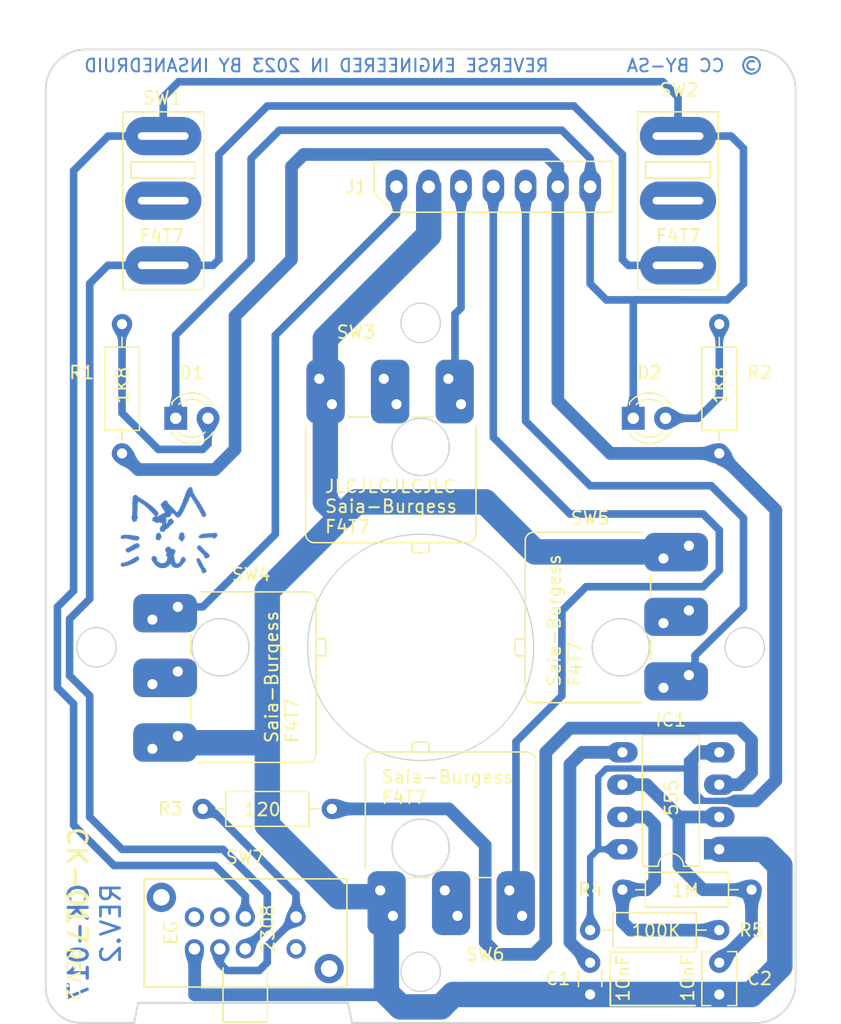
<source format=kicad_pcb>
(kicad_pcb (version 20221018) (generator pcbnew)
  (title_block (title "Competition Pro Star Mini PCB") (date "2023-08-17") (rev "V000") (comment 1 "reverse-engineered in 2023") (comment 2 "creativecommons.org/licenses/by/4.0/") (comment 3 "License: CC BY 4.0") (comment 4 "Author: InsaneDruid"))
  (layers (0 "F.Cu" signal) (31 "B.Cu" signal) (34 "B.Paste" user) (35 "F.Paste" user) (36 "B.SilkS" user "B.Silkscreen") (37 "F.SilkS" user "F.Silkscreen") (38 "B.Mask" user) (39 "F.Mask" user) (44 "Edge.Cuts" user))
  (net 0 "")
  (net 1 "GND")
  (net 2 "FIRE")
  (net 3 "+5V")
  (net 4 "RIGHT")
  (net 5 "LEFT")
  (net 6 "DOWN")
  (net 7 "UP")
  (net 8 "Net-(D1-A)")
  (net 9 "Net-(D2-A)")
  (net 10 "Net-(R3-Pad2)")
  (net 11 "Net-(SW1-Pad1)")
  (net 12 "Net-(IC1-CV)")
  (net 13 "Net-(IC1-THR)")
  (net 14 "Net-(IC1-Q)")
  (net 15 "Net-(IC1-DIS)")
  (footprint "Resistor_THT:R_Axial_DIN0207_L6.3mm_D2.5mm_P10.16mm_Horizontal" (layer "F.Cu") (at 173.99 88.265 90)
    (fp_text reference "R2")
    (fp_text value "1K8")
  )
  (footprint "competitionProStarMini_lib_fp:Saia-Burgess_F4T7-UL_lying" (layer "F.Cu") (at 166.245 103.505 90)
    (fp_text reference "SW5")
    (fp_text value "Saia-Burgess_F4T7-UL")
    (fp_circle (center 0 0) (end 2.25 0) (stroke (width 0.12)) (fill none) (layer "Edge.Cuts"))
  )
  (footprint "Package_DIP:DIP-8_W7.62mm_LongPads" (layer "F.Cu") (at 173.99 119.38 180)
    (fp_text reference "IC1")
    (fp_text value "LM555xN")
  )
  (footprint "competitionProStarMini_lib_fp:PinHeader_1x07_P2.54mm_Vertical" (layer "F.Cu") (at 148.59 67.31 90)
    (fp_text reference "J1")
    (fp_text value "Conn_01x06_Pin")
  )
  (footprint "LED_THT:LED_D3.0mm" (layer "F.Cu") (at 167.225 85.505)
    (fp_text reference "D2")
    (fp_text value "LED")
  )
  (footprint "competitionProStarMini_lib_fp:EG2308" (layer "F.Cu") (at 132.695 124.705)
    (fp_text reference "SW7")
    (fp_text value "E-Switch EG 2308A")
  )
  (footprint "Capacitor_THT:C_Rect_L4.0mm_W2.5mm_P2.50mm" (layer "F.Cu") (at 173.99 130.79 90)
    (fp_text reference "C2")
    (fp_text value "10nF")
  )
  (footprint "Resistor_THT:R_Axial_DIN0207_L6.3mm_D2.5mm_P10.16mm_Horizontal" (layer "F.Cu") (at 143.51 116.205 180)
    (fp_text reference "R3")
    (fp_text value "120")
  )
  (footprint "LED_THT:LED_D3.0mm" (layer "F.Cu") (at 131.225 85.505)
    (fp_text reference "D1")
    (fp_text value "LED")
  )
  (footprint "competitionProStarMini_lib_fp:Saia-Burgess_F4T7-UL_lying" (layer "F.Cu") (at 134.745 103.505 -90)
    (fp_text reference "SW4")
    (fp_text value "Saia-Burgess_F4T7-UL")
    (fp_circle (center 0 0) (end 2.25 0) (stroke (width 0.12)) (fill none) (layer "Edge.Cuts"))
  )
  (footprint "Resistor_THT:R_Axial_DIN0207_L6.3mm_D2.5mm_P10.16mm_Horizontal" (layer "F.Cu") (at 166.37 122.555)
    (fp_text reference "R4")
    (fp_text value "1M")
  )
  (footprint "Resistor_THT:R_Axial_DIN0207_L6.3mm_D2.5mm_P10.16mm_Horizontal" (layer "F.Cu") (at 163.83 125.73)
    (fp_text reference "R5")
    (fp_text value "100K")
  )
  (footprint "Capacitor_THT:C_Disc_D3.0mm_W1.6mm_P2.50mm" (layer "F.Cu") (at 163.83 130.79 90)
    (fp_text reference "C1")
    (fp_text value "10nF")
  )
  (footprint "competitionProStarMini_lib_fp:Saia-Burgess_F4T7-UL_lying" (layer "F.Cu") (at 150.495 119.255)
    (fp_text reference "SW6")
    (fp_text value "Saia-Burgess_F4T7-UL")
    (fp_circle (center 0 0) (end 2.25 0) (stroke (width 0.12)) (fill none) (layer "Edge.Cuts"))
  )
  (footprint "competitionProStarMini_lib_fp:Saia-Burgess_F4T7-UL_lying" (layer "F.Cu") (at 150.495 87.755 180)
    (fp_text reference "SW3")
    (fp_text value "Saia-Burgess_F4T7-UL")
    (fp_circle (center 0 0) (end 2.25 0) (stroke (width 0.12)) (fill none) (layer "Edge.Cuts"))
  )
  (footprint "competitionProStarMini_lib_fp:Saia-Burgess_F4T7-UL" (layer "F.Cu") (at 130.245 63.325 -90)
    (fp_text reference "SW1")
    (fp_text value "Saia-Burgess_F4T7-UL")
  )
  (footprint "competitionProStarMini_lib_fp:Saia-Burgess_F4T7-UL" (layer "F.Cu") (at 170.745 63.325 -90)
    (fp_text reference "SW2")
    (fp_text value "Saia-Burgess_F4T7-UL")
  )
  (footprint "Resistor_THT:R_Axial_DIN0207_L6.3mm_D2.5mm_P10.16mm_Horizontal" (layer "F.Cu") (at 127 88.265 90)
    (fp_text reference "R1")
    (fp_text value "1K8")
  )
  (gr_poly (pts (xy 132.413804 90.904538) (xy 132.417522 90.904737) (xy 132.421099 90.905137) (xy 132.424629 90.905742) (xy 132.428208 90.906555) (xy 132.431929 90.907579) (xy 132.435887 90.908816) (xy 132.440177 90.910271) (xy 132.444893 90.911946) (xy 132.447532 90.91312) (xy 132.450274 90.914643) (xy 132.4531 90.916492) (xy 132.455989 90.918643) (xy 132.458922 90.921073) (xy 132.461878 90.923759) (xy 132.464838 90.926678) (xy 132.46778 90.929805) (xy 132.470685 90.933119) (xy 132.473532 90.936596) (xy 132.476303 90.940212) (xy 132.478975 90.943944) (xy 132.48153 90.947769) (xy 132.483946 90.951664) (xy 132.486205 90.955606) (xy 132.488285 90.959571) (xy 132.490106 90.963337) (xy 132.491985 90.967079) (xy 132.493908 90.97077) (xy 132.495859 90.974388) (xy 132.497822 90.977906) (xy 132.499782 90.9813) (xy 132.501723 90.984545) (xy 132.503631 90.987617) (xy 132.505488 90.99049) (xy 132.507281 90.99314) (xy 132.508993 90.995542) (xy 132.510609 90.997671) (xy 132.512113 90.999503) (xy 132.51349 91.001012) (xy 132.514725 91.002173) (xy 132.515284 91.002616) (xy 132.515801 91.002963) (xy 132.517692 91.004316) (xy 132.51959 91.005983) (xy 132.523394 91.010208) (xy 132.527175 91.015527) (xy 132.530899 91.021831) (xy 132.53453 91.029009) (xy 132.538033 91.036952) (xy 132.541371 91.045548) (xy 132.544509 91.054689) (xy 132.547411 91.064264) (xy 132.550042 91.074163) (xy 132.552366 91.084275) (xy 132.554348 91.094492) (xy 132.555951 91.104703) (xy 132.557141 91.114797) (xy 132.55788 91.124664) (xy 132.558135 91.134196) (xy 132.558489 91.1456) (xy 132.559528 91.157913) (xy 132.561218 91.171026) (xy 132.563526 91.184831) (xy 132.566416 91.199218) (xy 132.569855 91.214079) (xy 132.573809 91.229307) (xy 132.578243 91.244792) (xy 132.583124 91.260426) (xy 132.588417 91.2761) (xy 132.594089 91.291705) (xy 132.600104 91.307135) (xy 132.60643 91.322278) (xy 132.613032 91.337028) (xy 132.619875 91.351276) (xy 132.626927 91.364913) (xy 132.666509 91.438147) (xy 132.700696 91.500528) (xy 132.730046 91.553013) (xy 132.755117 91.596555) (xy 132.776468 91.632111) (xy 132.785922 91.647192) (xy 132.794656 91.660634) (xy 132.802739 91.672557) (xy 132.81024 91.68308) (xy 132.817229 91.692323) (xy 132.823777 91.700404) (xy 132.826824 91.703969) (xy 132.829997 91.707891) (xy 132.836626 91.716643) (xy 132.843478 91.726338) (xy 132.850367 91.736652) (xy 132.857108 91.747265) (xy 132.863514 91.757852) (xy 132.869399 91.768092) (xy 132.874577 91.777663) (xy 132.876794 91.78221) (xy 132.879068 91.786704) (xy 132.881383 91.791118) (xy 132.883721 91.795423) (xy 132.886066 91.799592) (xy 132.888399 91.803596) (xy 132.890705 91.807408) (xy 132.892965 91.811) (xy 132.895164 91.814344) (xy 132.897283 91.817412) (xy 132.899307 91.820177) (xy 132.901217 91.822609) (xy 132.902997 91.824682) (xy 132.904629 91.826367) (xy 132.905385 91.827055) (xy 132.906098 91.827637) (xy 132.906765 91.828107) (xy 132.907385 91.828463) (xy 132.908696 91.829524) (xy 132.910237 91.8311) (xy 132.911989 91.83316) (xy 132.913933 91.835673) (xy 132.918324 91.841932) (xy 132.92326 91.849629) (xy 132.928593 91.858518) (xy 132.934174 91.868349) (xy 132.939855 91.878874) (xy 132.945485 91.889846) (xy 132.948419 91.895717) (xy 132.951641 91.90179) (xy 132.955117 91.908017) (xy 132.958813 91.914353) (xy 132.96673 91.927165) (xy 132.975118 91.939852) (xy 132.983705 91.952044) (xy 132.992217 91.963367) (xy 132.99636 91.968587) (xy 133.000382 91.97345) (xy 133.004249 91.977911) (xy 133.007927 91.981921) (xy 133.011828 91.98598) (xy 133.015967 91.990582) (xy 133.024827 92.001203) (xy 133.034232 92.013361) (xy 133.04391 92.026636) (xy 133.053588 92.040605) (xy 133.062993 92.054847) (xy 133.071852 92.06894) (xy 133.079893 92.082463) (xy 133.100605 92.118395) (xy 133.120573 92.15223) (xy 133.139648 92.183759) (xy 133.157681 92.21277) (xy 133.174523 92.239053) (xy 133.190026 92.262396) (xy 133.204041 92.282589) (xy 133.216418 92.299421) (xy 133.222778 92.308336) (xy 133.229796 92.318951) (xy 133.237235 92.33088) (xy 133.244861 92.343739) (xy 133.252437 92.357144) (xy 133.259727 92.37071) (xy 133.266497 92.384053) (xy 133.27251 92.396788) (xy 133.275334 92.402933) (xy 133.278236 92.409039) (xy 133.281193 92.415068) (xy 133.284185 92.420981) (xy 133.287189 92.426738) (xy 133.290183 92.432302) (xy 133.293147 92.437633) (xy 133.296058 92.442693) (xy 133.298894 92.447443) (xy 133.301635 92.451844) (xy 133.304257 92.455857) (xy 133.30674 92.459444) (xy 133.309062 92.462566) (xy 133.311201 92.465185) (xy 133.313135 92.46726) (xy 133.314843 92.468755) (xy 133.316416 92.470216) (xy 133.317956 92.471812) (xy 133.319452 92.473529) (xy 133.320895 92.475353) (xy 133.322277 92.47727) (xy 133.323587 92.479266) (xy 133.324816 92.481327) (xy 133.325956 92.483439) (xy 133.326996 92.485588) (xy 133.327928 92.487761) (xy 133.328741 92.489943) (xy 133.329428 92.492121) (xy 133.329979 92.494279) (xy 133.330383 92.496406) (xy 133.330633 92.498485) (xy 133.330718 92.500505) (xy 133.330828 92.502374) (xy 133.331148 92.504395) (xy 133.331667 92.506546) (xy 133.332372 92.508806) (xy 133.33325 92.511152) (xy 133.33429 92.513564) (xy 133.335479 92.516019) (xy 133.336804 92.518496) (xy 133.338253 92.520973) (xy 133.339813 92.523428) (xy 133.341473 92.52584) (xy 133.34322 92.528186) (xy 133.345041 92.530446) (xy 133.346924 92.532597) (xy 133.348857 92.534618) (xy 133.350826 92.536487) (xy 133.353129 92.538751) (xy 133.355655 92.541545) (xy 133.358379 92.544833) (xy 133.361277 92.548576) (xy 133.367495 92.557268) (xy 133.37411 92.567312) (xy 133.380923 92.578397) (xy 133.387736 92.590215) (xy 133.394351 92.602454) (xy 133.400569 92.614804) (xy 133.406879 92.627887) (xy 133.413748 92.641478) (xy 133.420939 92.655193) (xy 133.428217 92.668647) (xy 133.435347 92.681457) (xy 133.442092 92.693237) (xy 133.448216 92.703603) (xy 133.453485 92.712171) (xy 133.456062 92.716047) (xy 133.458624 92.720113) (xy 133.461154 92.724333) (xy 133.463638 92.728674) (xy 133.46606 92.733102) (xy 133.468405 92.737583) (xy 133.472799 92.746567) (xy 133.474818 92.751001) (xy 133.476698 92.755352) (xy 133.478422 92.759585) (xy 133.479976 92.763666) (xy 133.481344 92.76756) (xy 133.48251 92.771235) (xy 133.48346 92.774656) (xy 133.484177 92.777788) (xy 133.485091 92.780661) (xy 133.486237 92.783706) (xy 133.487597 92.786896) (xy 133.489154 92.790207) (xy 133.49089 92.79361) (xy 133.49279 92.79708) (xy 133.494835 92.80059) (xy 133.497009 92.804114) (xy 133.499294 92.807625) (xy 133.501674 92.811098) (xy 133.504132 92.814506) (xy 133.50665 92.817822) (xy 133.509211 92.821021) (xy 133.511799 92.824075) (xy 133.514396 92.826959) (xy 133.516985 92.829646) (xy 133.519538 92.83211) (xy 133.522027 92.834723) (xy 133.524438 92.837459) (xy 133.526758 92.840295) (xy 133.528973 92.843206) (xy 133.531068 92.846166) (xy 133.53303 92.849151) (xy 133.534844 92.852136) (xy 133.536498 92.855096) (xy 133.537976 92.858006) (xy 133.539265 92.860842) (xy 133.540351 92.863579) (xy 133.54122 92.866192) (xy 133.541858 92.868656) (xy 133.542251 92.870946) (xy 133.542351 92.872018) (xy 133.542385 92.873038) (xy 133.54258 92.875224) (xy 133.543152 92.878177) (xy 133.545345 92.886168) (xy 133.548803 92.89659) (xy 133.553365 92.909021) (xy 133.55887 92.92304) (xy 133.565155 92.938224) (xy 133.572061 92.954153) (xy 133.579426 92.970404) (xy 133.58693 92.987278) (xy 133.593567 93.003396) (xy 133.599339 93.018799) (xy 133.604248 93.033524) (xy 133.608294 93.04761) (xy 133.61148 93.061096) (xy 133.613807 93.074021) (xy 133.615277 93.086424) (xy 133.615892 93.098343) (xy 133.615651 93.109817) (xy 133.615212 93.115399) (xy 133.614559 93.120885) (xy 133.613693 93.126278) (xy 133.612615 93.131585) (xy 133.611324 93.13681) (xy 133.609822 93.141957) (xy 133.608107 93.147031) (xy 133.60618 93.152039) (xy 133.601692 93.161869) (xy 133.59636 93.171487) (xy 133.589917 93.181252) (xy 133.583261 93.190321) (xy 133.576354 93.198716) (xy 133.569157 93.206462) (xy 133.561632 93.213582) (xy 133.553739 93.220099) (xy 133.54544 93.226036) (xy 133.536696 93.231416) (xy 133.527469 93.236263) (xy 133.517719 93.2406) (xy 133.507407 93.24445) (xy 133.496496 93.247837) (xy 133.484946 93.250783) (xy 133.472719 93.253312) (xy 133.459775 93.255448) (xy 133.446077 93.257213) (xy 133.423903 93.259528) (xy 133.414662 93.260264) (xy 133.406406 93.260652) (xy 133.398949 93.260644) (xy 133.395463 93.260476) (xy 133.392108 93.260189) (xy 133.388861 93.259779) (xy 133.385698 93.259238) (xy 133.382597 93.258561) (xy 133.379534 93.257742) (xy 133.376487 93.256773) (xy 133.373432 93.25565) (xy 133.370347 93.254365) (xy 133.367208 93.252913) (xy 133.360677 93.249482) (xy 133.353654 93.245306) (xy 133.345956 93.240337) (xy 133.337397 93.234525) (xy 133.31696 93.220171) (xy 133.308261 93.213865) (xy 133.300401 93.208021) (xy 133.29335 93.202605) (xy 133.287079 93.197582) (xy 133.281558 93.19292) (xy 133.279069 93.190712) (xy 133.276758 93.188582) (xy 133.274619 93.186525) (xy 133.272649 93.184537) (xy 133.270845 93.182612) (xy 133.269203 93.180748) (xy 133.267718 93.17894) (xy 133.266388 93.177183) (xy 133.265209 93.175473) (xy 133.264177 93.173807) (xy 133.263289 93.172179) (xy 133.26254 93.170586) (xy 133.261927 93.169023) (xy 133.261447 93.167486) (xy 133.261095 93.16597) (xy 133.260868 93.164472) (xy 133.260763 93.162988) (xy 133.260775 93.161512) (xy 133.260901 93.160041) (xy 133.261137 93.15857) (xy 133.26148 93.157095) (xy 133.261926 93.155612) (xy 133.2629 93.150961) (xy 133.26302 93.145285) (xy 133.26225 93.138507) (xy 133.260554 93.130543) (xy 133.257897 93.121315) (xy 133.254243 93.110741) (xy 133.243803 93.085233) (xy 133.228947 93.053376) (xy 133.20939 93.014523) (xy 133.184848 92.968031) (xy 133.155035 92.913255) (xy 133.065076 92.749213) (xy 133.04773 92.716702) (xy 133.030284 92.683596) (xy 133.002635 92.630679) (xy 133.000418 92.626132) (xy 132.998145 92.621638) (xy 132.995835 92.617224) (xy 132.993507 92.612919) (xy 132.991178 92.60875) (xy 132.988868 92.604746) (xy 132.986596 92.600934) (xy 132.984379 92.597342) (xy 132.982236 92.593998) (xy 132.980187 92.59093) (xy 132.978249 92.588166) (xy 132.976441 92.585733) (xy 132.974782 92.583661) (xy 132.973291 92.581975) (xy 132.971985 92.580706) (xy 132.971408 92.580235) (xy 132.970885 92.579879) (xy 132.969561 92.578769) (xy 132.967983 92.577045) (xy 132.966169 92.574742) (xy 132.964138 92.571892) (xy 132.9595 92.56468) (xy 132.954216 92.55567) (xy 132.948437 92.545122) (xy 132.94231 92.533296) (xy 132.935985 92.520453) (xy 132.92961 92.506854) (xy 132.922745 92.493416) (xy 132.915769 92.480313) (xy 132.908867 92.46788) (xy 132.902226 92.456451) (xy 132.896031 92.446362) (xy 132.893159 92.441924) (xy 132.890468 92.437947) (xy 132.887982 92.434472) (xy 132.885724 92.431541) (xy 132.883718 92.429196) (xy 132.881985 92.427479) (xy 132.880225 92.425832) (xy 132.878523 92.424073) (xy 132.876885 92.422214) (xy 132.875321 92.420269) (xy 132.873837 92.41825) (xy 132.872441 92.416168) (xy 132.871142 92.414037) (xy 132.869946 92.411869) (xy 132.868863 92.409676) (xy 132.867898 92.40747) (xy 132.867061 92.405265) (xy 132.866358 92.403072) (xy 132.865798 92.400903) (xy 132.865389 92.398772) (xy 132.865137 92.396691) (xy 132.865052 92.394671) (xy 132.864966 92.392652) (xy 132.864717 92.390572) (xy 132.864312 92.388446) (xy 132.863762 92.386287) (xy 132.863075 92.38411) (xy 132.862261 92.381928) (xy 132.861329 92.379755) (xy 132.860289 92.377606) (xy 132.85915 92.375493) (xy 132.85792 92.373432) (xy 132.85661 92.371436) (xy 132.855229 92.369519) (xy 132.853785 92.367695) (xy 132.852289 92.365978) (xy 132.85075 92.364382) (xy 132.849176 92.362921) (xy 132.847603 92.36146) (xy 132.846063 92.359864) (xy 132.844567 92.358147) (xy 132.843124 92.356323) (xy 132.841743 92.354406) (xy 132.840433 92.35241) (xy 132.839204 92.350349) (xy 132.838064 92.348237) (xy 132.837024 92.346087) (xy 132.836092 92.343915) (xy 132.835278 92.341732) (xy 132.834591 92.339555) (xy 132.834041 92.337396) (xy 132.833636 92.33527) (xy 132.833387 92.33319) (xy 132.833302 92.331171) (xy 132.833192 92.329302) (xy 132.83287 92.327279) (xy 132.832346 92.325123) (xy 132.831631 92.322853) (xy 132.830737 92.320491) (xy 132.829674 92.318056) (xy 132.828453 92.315568) (xy 132.827084 92.313047) (xy 132.825579 92.310514) (xy 132.823948 92.307989) (xy 132.822203 92.305492) (xy 132.820354 92.303043) (xy 132.818411 92.300662) (xy 132.816387 92.298369) (xy 132.814291 92.296185) (xy 132.812135 92.29413) (xy 132.809978 92.292099) (xy 132.807883 92.289987) (xy 132.805858 92.287814) (xy 132.803916 92.285597) (xy 132.802067 92.283355) (xy 132.800322 92.281107) (xy 132.798691 92.278871) (xy 132.797186 92.276667) (xy 132.795817 92.274512) (xy 132.794596 92.272425) (xy 132.793533 92.270425) (xy 132.792638 92.268531) (xy 132.791924 92.266761) (xy 132.7914 92.265133) (xy 132.791078 92.263666) (xy 132.790996 92.262999) (xy 132.790968 92.26238) (xy 132.790947 92.261673) (xy 132.790883 92.260943) (xy 132.790633 92.25942) (xy 132.790229 92.257822) (xy 132.789678 92.256162) (xy 132.788991 92.254452) (xy 132.788177 92.252706) (xy 132.787246 92.250934) (xy 132.786206 92.24915) (xy 132.785066 92.247367) (xy 132.783837 92.245595) (xy 132.782527 92.243848) (xy 132.781145 92.242139) (xy 132.779702 92.240479) (xy 132.778206 92.238881) (xy 132.776667 92.237358) (xy 132.775093 92.235921) (xy 132.7733 92.234317) (xy 132.771114 92.231919) (xy 132.765684 92.224941) (xy 132.759038 92.215383) (xy 132.751413 92.203642) (xy 132.743043 92.190115) (xy 132.734165 92.175199) (xy 132.725015 92.159291) (xy 132.715827 92.142788) (xy 132.706111 92.125116) (xy 132.695454 92.106589) (xy 132.684201 92.08774) (xy 132.6727 92.069101) (xy 132.661298 92.051207) (xy 132.650342 92.03459) (xy 132.640181 92.019783) (xy 132.63116 92.007321) (xy 132.62686 92.00177) (xy 132.622702 91.996254) (xy 132.618705 91.990806) (xy 132.614888 91.98546) (xy 132.61127 91.98025) (xy 132.607868 91.975211) (xy 132.604703 91.970377) (xy 132.601791 91.965781) (xy 132.599153 91.961459) (xy 132.596805 91.957443) (xy 132.594768 91.953768) (xy 132.59306 91.950469) (xy 132.591699 91.947579) (xy 132.590703 91.945132) (xy 132.590093 91.943162) (xy 132.589937 91.942367) (xy 132.589885 91.941705) (xy 132.5898 91.940454) (xy 132.58955 91.939092) (xy 132.589145 91.93763) (xy 132.588595 91.936082) (xy 132.587908 91.934459) (xy 132.587094 91.932775) (xy 132.586163 91.93104) (xy 132.585122 91.929269) (xy 132.583983 91.927473) (xy 132.582753 91.925664) (xy 132.581443 91.923855) (xy 132.580062 91.922059) (xy 132.578619 91.920288) (xy 132.577123 91.918554) (xy 132.575583 91.916869) (xy 132.57401 91.915246) (xy 132.572314 91.913429) (xy 132.570415 91.911174) (xy 132.566089 91.90549) (xy 132.561192 91.898466) (xy 132.555886 91.890375) (xy 132.550332 91.881491) (xy 132.544691 91.872086) (xy 132.539124 91.862433) (xy 132.533793 91.852804) (xy 132.51482 91.817966) (xy 132.498885 91.789205) (xy 132.491921 91.776894) (xy 132.485554 91.765852) (xy 132.47973 91.755993) (xy 132.474394 91.747236) (xy 132.469492 91.739495) (xy 132.464971 91.732688) (xy 132.460774 91.72673) (xy 132.456849 91.721538) (xy 132.453141 91.717028) (xy 132.449596 91.713117) (xy 132.446159 91.70972) (xy 132.442777 91.706754) (xy 132.440932 91.705034) (xy 132.43898 91.703063) (xy 132.436937 91.700862) (xy 132.434823 91.698453) (xy 132.430442 91.6931) (xy 132.425975 91.687175) (xy 132.421558 91.680854) (xy 132.417327 91.67431) (xy 132.415323 91.671008) (xy 132.413418 91.667716) (xy 132.411627 91.664455) (xy 132.409968 91.661246) (xy 132.408556 91.658309) (xy 132.407105 91.655461) (xy 132.405627 91.652714) (xy 132.404131 91.650084) (xy 132.402629 91.647584) (xy 132.401131 91.645229) (xy 132.39965 91.643031) (xy 132.398194 91.641006) (xy 132.396776 91.639166) (xy 132.395406 91.637527) (xy 132.394095 91.636101) (xy 132.393464 91.635473) (xy 132.392853 91.634904) (xy 132.392262 91.634395) (xy 132.391692 91.633948) (xy 132.391145 91.633565) (xy 132.390623 91.633248) (xy 132.390126 91.632998) (xy 132.389656 91.632818) (xy 132.389214 91.632708) (xy 132.388802 91.632671) (xy 132.387597 91.633167) (xy 132.385988 91.634614) (xy 132.38167 91.640127) (xy 132.376081 91.648738) (xy 132.369454 91.659973) (xy 132.354013 91.688426) (xy 132.337208 91.721703) (xy 132.320899 91.756023) (xy 132.306946 91.787601) (xy 132.301435 91.80118) (xy 132.29721 91.812656) (xy 132.294505 91.821555) (xy 132.293552 91.827404) (xy 132.293417 91.829618) (xy 132.293024 91.83227) (xy 132.292386 91.835325) (xy 132.291518 91.838748) (xy 132.289143 91.846566) (xy 132.286011 91.85545) (xy 132.282235 91.865128) (xy 132.277925 91.875327) (xy 132.273193 91.885774) (xy 132.268152 91.896196) (xy 132.262424 91.906748) (xy 132.256461 91.918305) (xy 132.250423 91.930482) (xy 132.244471 91.942895) (xy 132.238768 91.955159) (xy 132.233475 91.966889) (xy 132.228751 91.977702) (xy 132.22476 91.987213) (xy 132.211965 92.016503) (xy 132.19721 92.049092) (xy 132.181414 92.083021) (xy 132.165493 92.116329) (xy 132.150366 92.147058) (xy 132.136951 92.173248) (xy 132.126165 92.192939) (xy 132.122045 92.199735) (xy 132.118927 92.204171) (xy 132.117676 92.20594) (xy 132.116316 92.208051) (xy 132.113321 92.213183) (xy 132.110053 92.219333) (xy 132.106623 92.226264) (xy 132.103145 92.23374) (xy 132.099728 92.241527) (xy 132.096485 92.249388) (xy 132.093527 92.257088) (xy 132.085922 92.275956) (xy 132.076941 92.296907) (xy 132.067091 92.318851) (xy 132.056882 92.340696) (xy 132.046821 92.36135) (xy 132.037418 92.379722) (xy 132.029181 92.394721) (xy 132.025659 92.400614) (xy 132.022619 92.405254) (xy 132.02138 92.407072) (xy 132.020053 92.409329) (xy 132.017178 92.415027) (xy 132.014079 92.422091) (xy 132.010844 92.430258) (xy 132.00756 92.439268) (xy 132.004312 92.448861) (xy 132.001189 92.458777) (xy 131.998277 92.468755) (xy 131.996804 92.473784) (xy 131.995176 92.478926) (xy 131.993412 92.484147) (xy 131.99153 92.489409) (xy 131.987487 92.499915) (xy 131.983196 92.510162) (xy 131.978805 92.519862) (xy 131.974464 92.528732) (xy 131.970322 92.536486) (xy 131.968372 92.539855) (xy 131.966527 92.542838) (xy 131.962238 92.54933) (xy 131.957415 92.557472) (xy 131.952221 92.566929) (xy 131.946815 92.577366) (xy 131.94136 92.588447) (xy 131.936017 92.599839) (xy 131.930946 92.611206) (xy 131.92631 92.622213) (xy 131.909352 92.659626) (xy 131.884307 92.711576) (xy 131.822064 92.835467) (xy 131.790918 92.895602) (xy 131.76379 92.946658) (xy 131.743706 92.982732) (xy 131.737252 92.993306) (xy 131.733694 92.997921) (xy 131.732629 92.998699) (xy 131.731426 92.999827) (xy 131.730096 93.001284) (xy 131.72865 93.003047) (xy 131.727098 93.005096) (xy 131.725452 93.007409) (xy 131.721919 93.012738) (xy 131.718139 93.01886) (xy 131.714197 93.025603) (xy 131.71018 93.032792) (xy 131.706177 93.040254) (xy 131.698687 93.054432) (xy 131.690211 93.069441) (xy 131.680904 93.08507) (xy 131.670921 93.101108) (xy 131.660417 93.117345) (xy 131.649547 93.13357) (xy 131.638467 93.149571) (xy 131.627331 93.165138) (xy 131.616294 93.18006) (xy 131.605511 93.194126) (xy 131.595137 93.207126) (xy 131.585328 93.218848) (xy 131.576238 93.229082) (xy 131.568023 93.237617) (xy 131.560837 93.244242) (xy 131.554835 93.248746) (xy 131.548617 93.252638) (xy 131.542003 93.257064) (xy 131.53519 93.261862) (xy 131.528377 93.26687) (xy 131.521762 93.271928) (xy 131.515545 93.276875) (xy 131.509922 93.281548) (xy 131.505093 93.285788) (xy 131.501554 93.288604) (xy 131.498009 93.291104) (xy 131.494357 93.293294) (xy 131.490492 93.29518) (xy 131.48631 93.296769) (xy 131.481709 93.298066) (xy 131.476583 93.299078) (xy 131.47083 93.299811) (xy 131.464344 93.300271) (xy 131.457024 93.300464) (xy 131.448764 93.300397) (xy 131.43946 93.300075) (xy 131.417307 93.298694) (xy 131.389735 93.296371) (xy 131.376978 93.295179) (xy 131.365269 93.293975) (xy 131.354565 93.29275) (xy 131.344822 93.291493) (xy 131.335997 93.290192) (xy 131.328046 93.288837) (xy 131.320926 93.287416) (xy 131.317664 93.286678) (xy 131.314593 93.28592) (xy 131.311709 93.28514) (xy 131.309005 93.284337) (xy 131.306476 93.283509) (xy 131.304117 93.282656) (xy 131.301923 93.281776) (xy 131.299887 93.280867) (xy 131.298005 93.279928) (xy 131.296271 93.278958) (xy 131.294679 93.277956) (xy 131.293225 93.276919) (xy 131.291903 93.275848) (xy 131.290706 93.274739) (xy 131.289631 93.273593) (xy 131.288671 93.272408) (xy 131.287822 93.271181) (xy 131.287077 93.269913) (xy 131.285838 93.268141) (xy 131.284509 93.266405) (xy 131.2831 93.264715) (xy 131.281619 93.263083) (xy 131.280077 93.261519) (xy 131.278482 93.260034) (xy 131.276843 93.258639) (xy 131.27517 93.257345) (xy 131.273473 93.256162) (xy 131.27176 93.255102) (xy 131.27004 93.254175) (xy 131.268324 93.253393) (xy 131.26662 93.252765) (xy 131.265776 93.252513) (xy 131.264938 93.252304) (xy 131.264108 93.252138) (xy 131.263287 93.252019) (xy 131.262476 93.251946) (xy 131.261677 93.251921) (xy 131.260868 93.251872) (xy 131.26003 93.251726) (xy 131.259165 93.251486) (xy 131.258274 93.251154) (xy 131.256426 93.250226) (xy 131.2545 93.248961) (xy 131.252512 93.24738) (xy 131.250477 93.245503) (xy 131.248412 93.24335) (xy 131.246331 93.240941) (xy 131.24425 93.238296) (xy 131.242184 93.235436) (xy 131.24015 93.232381) (xy 131.238162 93.22915) (xy 131.236236 93.225765) (xy 131.234388 93.222244) (xy 131.232632 93.218609) (xy 131.230985 93.214879) (xy 131.228976 93.210278) (xy 131.226919 93.205995) (xy 131.224816 93.202029) (xy 131.222667 93.198376) (xy 131.220476 93.195033) (xy 131.219364 93.193477) (xy 131.218242 93.191997) (xy 131.21711 93.190593) (xy 131.215968 93.189265) (xy 131.214816 93.188012) (xy 131.213655 93.186833) (xy 131.212485 93.18573) (xy 131.211305 93.1847) (xy 131.210117 93.183744) (xy 131.208919 93.182861) (xy 131.207714 93.182051) (xy 131.2065 93.181313) (xy 131.205277 93.180647) (xy 131.204047 93.180054) (xy 131.202809 93.179531) (xy 131.201564 93.17908) (xy 131.200311 93.178699) (xy 131.199051 93.178388) (xy 131.197784 93.178146) (xy 131.196511 93.177975) (xy 131.19523 93.177872) (xy 131.193944 93.177838) (xy 131.191584 93.177752) (xy 131.18927 93.177495) (xy 131.187004 93.177071) (xy 131.184786 93.176484) (xy 131.18262 93.175736) (xy 131.180507 93.174831) (xy 131.178449 93.173772) (xy 131.176448 93.172563) (xy 131.174506 93.171206) (xy 131.172624 93.169705) (xy 131.170806 93.168064) (xy 131.169052 93.166285) (xy 131.165746 93.162328) (xy 131.162722 93.157862) (xy 131.159996 93.152911) (xy 131.157584 93.147504) (xy 131.155499 93.141665) (xy 131.153759 93.135422) (xy 131.152379 93.1288) (xy 131.151374 93.121827) (xy 131.15076 93.114528) (xy 131.150551 93.106929) (xy 131.150388 93.09858) (xy 131.149886 93.090982) (xy 131.149503 93.08746) (xy 131.149031 93.084119) (xy 131.148466 93.080958) (xy 131.147806 93.077974) (xy 131.147051 93.075165) (xy 131.146198 93.072529) (xy 131.145244 93.070065) (xy 131.144189 93.067769) (xy 131.14303 93.065639) (xy 131.141765 93.063675) (xy 131.140392 93.061872) (xy 131.13891 93.06023) (xy 131.137316 93.058746) (xy 131.135608 93.057418) (xy 131.133785 93.056244) (xy 131.131845 93.055222) (xy 131.129785 93.054349) (xy 131.127604 93.053624) (xy 131.125299 93.053044) (xy 131.12287 93.052607) (xy 131.120313 93.052311) (xy 131.117627 93.052155) (xy 131.11481 93.052135) (xy 131.111861 93.052249) (xy 131.108776 93.052497) (xy 131.105555 93.052875) (xy 131.098694 93.054013) (xy 131.097016 93.054391) (xy 131.09536 93.054733) (xy 131.093727 93.055039) (xy 131.092118 93.055309) (xy 131.090537 93.055544) (xy 131.088985 93.055745) (xy 131.085977 93.056047) (xy 131.084525 93.056148) (xy 131.083112 93.056218) (xy 131.081738 93.056256) (xy 131.080406 93.056264) (xy 131.079118 93.056241) (xy 131.077877 93.056189) (xy 131.076684 93.056107) (xy 131.075542 93.055997) (xy 131.074453 93.055859) (xy 131.073418 93.055694) (xy 131.07244 93.055502) (xy 131.071522 93.055284) (xy 131.070664 93.05504) (xy 131.06987 93.054772) (xy 131.069142 93.054478) (xy 131.068481 93.054162) (xy 131.06789 93.053821) (xy 131.067371 93.053458) (xy 131.066926 93.053074) (xy 131.066557 93.052667) (xy 131.066266 93.05224) (xy 131.066056 93.051792) (xy 131.065928 93.051324) (xy 131.065885 93.050838) (xy 131.065857 93.050339) (xy 131.065775 93.049834) (xy 131.06564 93.049324) (xy 131.065453 93.04881) (xy 131.064929 93.04777) (xy 131.064215 93.04672) (xy 131.06332 93.045664) (xy 131.062257 93.044606) (xy 131.061036 93.043551) (xy 131.059667 93.042503) (xy 131.058162 93.041468) (xy 131.056531 93.040451) (xy 131.054786 93.039455) (xy 131.052937 93.038485) (xy 131.050995 93.037546) (xy 131.04897 93.036643) (xy 131.046874 93.03578) (xy 131.044718 93.034963) (xy 131.042306 93.034124) (xy 131.039457 93.032817) (xy 131.036209 93.03107) (xy 131.032597 93.02891) (xy 131.028656 93.026366) (xy 131.024422 93.023466) (xy 131.015217 93.016706) (xy 131.005268 93.008856) (xy 130.994861 93.000137) (xy 130.98428 92.990773) (xy 130.97381 92.980987) (xy 130.963233 92.971694) (xy 130.95309 92.962996) (xy 130.943617 92.955092) (xy 130.935049 92.948179) (xy 130.931178 92.945157) (xy 130.927622 92.942458) (xy 130.92441 92.940105) (xy 130.921571 92.938125) (xy 130.919136 92.936542) (xy 130.917133 92.93538) (xy 130.915593 92.934665) (xy 130.915005 92.934483) (xy 130.914543 92.934421) (xy 130.914156 92.934467) (xy 130.913787 92.934604) (xy 130.913437 92.934828) (xy 130.913107 92.935138) (xy 130.912504 92.936005) (xy 130.91198 92.937183) (xy 130.911537 92.938652) (xy 130.911176 92.940393) (xy 130.910899 92.942385) (xy 130.910707 92.944608) (xy 130.910602 92.947041) (xy 130.910585 92.949666) (xy 130.910658 92.952461) (xy 130.910823 92.955406) (xy 130.91108 92.958481) (xy 130.911433 92.961667) (xy 130.911881 92.964943) (xy 130.912427 92.968288) (xy 130.913267 92.973408) (xy 130.913791 92.978493) (xy 130.91398 92.983606) (xy 130.913816 92.98881) (xy 130.913279 92.994169) (xy 130.912352 92.999746) (xy 130.911016 93.005606) (xy 130.909252 93.011812) (xy 130.907041 93.018427) (xy 130.904365 93.025514) (xy 130.901206 93.033138) (xy 130.897544 93.041362) (xy 130.888639 93.059864) (xy 130.877502 93.081529) (xy 130.868481 93.098057) (xy 130.858319 93.115528) (xy 130.847364 93.133396) (xy 130.835962 93.151115) (xy 130.824461 93.168139) (xy 130.813208 93.183923) (xy 130.80255 93.197921) (xy 130.797553 93.20408) (xy 130.792835 93.209588) (xy 130.777741 93.226997) (xy 130.771269 93.234037) (xy 130.765153 93.240114) (xy 130.759124 93.245335) (xy 130.752912 93.249809) (xy 130.746247 93.253643) (xy 130.73886 93.256948) (xy 130.730481 93.259831) (xy 130.720839 93.262401) (xy 130.709666 93.264766) (xy 130.696692 93.267035) (xy 130.66426 93.271719) (xy 130.621385 93.277321) (xy 130.584211 93.283274) (xy 130.564086 93.286697) (xy 130.546243 93.290021) (xy 130.541767 93.290566) (xy 130.537473 93.291009) (xy 130.533367 93.291346) (xy 130.529459 93.291575) (xy 130.525755 93.291692) (xy 130.522263 93.291695) (xy 130.518992 93.29158) (xy 130.515949 93.291344) (xy 130.513141 93.290984) (xy 130.511828 93.290756) (xy 130.510576 93.290496) (xy 130.509388 93.290204) (xy 130.508263 93.289879) (xy 130.507203 93.28952) (xy 130.506209 93.289128) (xy 130.505281 93.288701) (xy 130.504421 93.288241) (xy 130.503629 93.287745) (xy 130.502908 93.287214) (xy 130.502256 93.286647) (xy 130.501676 93.286044) (xy 130.501169 93.285405) (xy 130.500735 93.284729) (xy 130.499881 93.283552) (xy 130.498912 93.282406) (xy 130.497838 93.281297) (xy 130.496667 93.280231) (xy 130.49541 93.279215) (xy 130.494075 93.278255) (xy 130.492672 93.277357) (xy 130.49121 93.276527) (xy 130.489698 93.275772) (xy 130.488147 93.275097) (xy 130.486564 93.274509) (xy 130.484959 93.274014) (xy 130.483342 93.273618) (xy 130.481722 93.273327) (xy 130.480108 93.273149) (xy 130.47851 93.273088) (xy 130.476606 93.273476) (xy 130.474861 93.274616) (xy 130.473274 93.276476) (xy 130.471844 93.279018) (xy 130.469443 93.286015) (xy 130.467645 93.295329) (xy 130.466437 93.306684) (xy 130.465804 93.319801) (xy 130.465732 93.334404) (xy 130.466207 93.350214) (xy 130.467215 93.366954) (xy 130.468743 93.384347) (xy 130.470776 93.402115) (xy 130.473301 93.419981) (xy 130.476303 93.437667) (xy 130.479769 93.454896) (xy 130.483684 93.47139) (xy 130.488035 93.486871) (xy 130.493302 93.505227) (xy 130.49543 93.513809) (xy 130.497229 93.522193) (xy 130.498706 93.530527) (xy 130.499867 93.538961) (xy 130.500717 93.547642) (xy 130.501264 93.556721) (xy 130.501513 93.566345) (xy 130.501471 93.576664) (xy 130.500537 93.59998) (xy 130.498511 93.627861) (xy 130.495443 93.661496) (xy 130.49329 93.686091) (xy 130.491613 93.707937) (xy 130.490441 93.727113) (xy 130.490054 93.735725) (xy 130.489804 93.743699) (xy 130.489696 93.751045) (xy 130.489732 93.757773) (xy 130.489916 93.763893) (xy 130.490253 93.769415) (xy 130.490745 93.774349) (xy 130.491397 93.778704) (xy 130.492212 93.78249) (xy 130.493194 93.785718) (xy 130.494347 93.788397) (xy 130.494988 93.789534) (xy 130.495674 93.790537) (xy 130.496403 93.791408) (xy 130.497178 93.792148) (xy 130.497998 93.792758) (xy 130.498864 93.79324) (xy 130.499777 93.793594) (xy 130.500736 93.793822) (xy 130.501742 93.793926) (xy 130.502796 93.793906) (xy 130.503898 93.793763) (xy 130.505049 93.793499) (xy 130.507499 93.792613) (xy 130.510148 93.791258) (xy 130.513001 93.789442) (xy 130.516061 93.787177) (xy 130.519332 93.784471) (xy 130.522819 93.781335) (xy 130.526523 93.777779) (xy 130.53045 93.773813) (xy 130.534602 93.769446) (xy 130.538122 93.765618) (xy 130.541527 93.761692) (xy 130.544801 93.757695) (xy 130.54793 93.753653) (xy 130.550898 93.749593) (xy 130.553689 93.74554) (xy 130.556288 93.741522) (xy 130.558679 93.737564) (xy 130.560847 93.733692) (xy 130.562776 93.729934) (xy 130.56445 93.726315) (xy 130.565855 93.722863) (xy 130.566975 93.719602) (xy 130.567794 93.71656) (xy 130.568297 93.713763) (xy 130.568425 93.712465) (xy 130.568468 93.711237) (xy 130.568529 93.70902) (xy 130.56871 93.706744) (xy 130.569005 93.704424) (xy 130.569411 93.702076) (xy 130.569922 93.699716) (xy 130.570533 93.697359) (xy 130.571241 93.695021) (xy 130.57204 93.692717) (xy 130.572926 93.690462) (xy 130.573894 93.688273) (xy 130.57494 93.686164) (xy 130.576059 93.684151) (xy 130.577245 93.68225) (xy 130.578496 93.680476) (xy 130.579805 93.678844) (xy 130.581168 93.677371) (xy 130.582358 93.675889) (xy 130.583539 93.673849) (xy 130.584705 93.671288) (xy 130.585848 93.668243) (xy 130.58696 93.664752) (xy 130.588033 93.660851) (xy 130.590032 93.651971) (xy 130.591783 93.6419) (xy 130.593223 93.630936) (xy 130.594292 93.619378) (xy 130.594926 93.607521) (xy 130.595728 93.593953) (xy 130.596975 93.581379) (xy 130.598715 93.569726) (xy 130.599785 93.564222) (xy 130.600996 93.55892) (xy 130.602354 93.553813) (xy 130.603866 93.54889) (xy 130.605536 93.544143) (xy 130.607373 93.539562) (xy 130.60938 93.535139) (xy 130.611565 93.530864) (xy 130.613933 93.526728) (xy 130.61649 93.522722) (xy 130.619243 93.518837) (xy 130.622197 93.515064) (xy 130.625359 93.511393) (xy 130.628734 93.507817) (xy 130.632328 93.504324) (xy 130.636147 93.500907) (xy 130.640198 93.497556) (xy 130.644487 93.494263) (xy 130.6538 93.487811) (xy 130.664134 93.481478) (xy 130.675538 93.475192) (xy 130.68806 93.468879) (xy 130.694032 93.466031) (xy 130.700016 93.463056) (xy 130.705975 93.45998) (xy 130.711873 93.456824) (xy 130.717671 93.453613) (xy 130.723332 93.450369) (xy 130.72882 93.447115) (xy 130.734098 93.443876) (xy 130.739127 93.440674) (xy 130.743871 93.437532) (xy 130.748292 93.434474) (xy 130.752354 93.431523) (xy 130.756019 93.428703) (xy 130.75925 93.426035) (xy 130.762009 93.423545) (xy 130.76426 93.421254) (xy 130.767083 93.418226) (xy 130.770023 93.415483) (xy 130.773125 93.413013) (xy 130.776431 93.410803) (xy 130.779985 93.408842) (xy 130.783831 93.407116) (xy 130.788012 93.405613) (xy 130.79257 93.404321) (xy 130.797551 93.403227) (xy 130.802997 93.40232) (xy 130.808951 93.401586) (xy 130.815457 93.401014) (xy 130.822558 93.40059) (xy 130.830298 93.400303) (xy 130.847868 93.400088) (xy 130.858079 93.400142) (xy 130.867346 93.400325) (xy 130.875767 93.400667) (xy 130.883438 93.401196) (xy 130.890459 93.401942) (xy 130.896926 93.402934) (xy 130.902937 93.404202) (xy 130.905802 93.404949) (xy 130.90859 93.405776) (xy 130.911313 93.406687) (xy 130.913983 93.407685) (xy 130.916612 93.408774) (xy 130.919213 93.409958) (xy 130.924378 93.412624) (xy 130.929575 93.415714) (xy 130.934903 93.419257) (xy 130.940458 93.423282) (xy 130.946339 93.427818) (xy 130.952644 93.432896) (xy 130.956818 93.436549) (xy 130.96099 93.440347) (xy 130.965131 93.44426) (xy 130.969213 93.448258) (xy 130.973208 93.452312) (xy 130.977088 93.456392) (xy 130.980826 93.460469) (xy 130.984393 93.464513) (xy 130.987762 93.468496) (xy 130.990905 93.472387) (xy 130.993793 93.476157) (xy 130.996399 93.479777) (xy 130.998695 93.483217) (xy 131.000653 93.486447) (xy 131.002245 93.489439) (xy 131.003443 93.492163) (xy 131.004581 93.494776) (xy 131.005998 93.497444) (xy 131.007676 93.500146) (xy 131.009595 93.502862) (xy 131.011737 93.505571) (xy 131.014084 93.508255) (xy 131.016618 93.510892) (xy 131.019318 93.513462) (xy 131.022168 93.515945) (xy 131.025147 93.518321) (xy 131.028239 93.52057) (xy 131.031423 93.522672) (xy 131.034682 93.524607) (xy 131.037996 93.526354) (xy 131.041348 93.527893) (xy 131.044718 93.529205) (xy 131.077527 93.539788) (xy 131.071176 93.615987) (xy 131.069968 93.62724) (xy 131.0687 93.637644) (xy 131.067339 93.647295) (xy 131.065852 93.656287) (xy 131.064203 93.664714) (xy 131.062358 93.672672) (xy 131.060285 93.680255) (xy 131.057947 93.687557) (xy 131.055312 93.694673) (xy 131.052346 93.701698) (xy 131.049013 93.708726) (xy 131.045281 93.715851) (xy 131.041114 93.723169) (xy 131.036479 93.730773) (xy 131.031342 93.738759) (xy 131.025668 93.747221) (xy 131.021683 93.75308) (xy 131.017297 93.759115) (xy 131.012558 93.76528) (xy 131.007511 93.77153) (xy 131.002205 93.777816) (xy 130.996684 93.784093) (xy 130.990996 93.790315) (xy 130.985187 93.796434) (xy 130.979304 93.802404) (xy 130.973393 93.808179) (xy 130.9675 93.813712) (xy 130.961672 93.818956) (xy 130.955956 93.823866) (xy 130.950399 93.828394) (xy 130.945045 93.832495) (xy 130.939943 93.836121) (xy 130.923774 93.847392) (xy 130.907478 93.859314) (xy 130.891151 93.871793) (xy 130.874889 93.884738) (xy 130.858788 93.898055) (xy 130.842945 93.911651) (xy 130.827455 93.925434) (xy 130.812414 93.939309) (xy 130.797919 93.953184) (xy 130.784067 93.966966) (xy 130.770952 93.980562) (xy 130.758671 93.993879) (xy 130.74732 94.006824) (xy 130.736995 94.019304) (xy 130.727793 94.031226) (xy 130.71981 94.042496) (xy 130.716031 94.048184) (xy 130.712253 94.053718) (xy 130.708499 94.059069) (xy 130.704795 94.064208) (xy 130.701165 94.069105) (xy 130.697635 94.073731) (xy 130.694228 94.078056) (xy 130.69097 94.082051) (xy 130.687886 94.085686) (xy 130.685001 94.088932) (xy 130.682338 94.09176) (xy 130.679924 94.094139) (xy 130.677782 94.096041) (xy 130.676822 94.096804) (xy 130.675938 94.097436) (xy 130.675136 94.097935) (xy 130.674417 94.098295) (xy 130.673785 94.098514) (xy 130.673243 94.098588) (xy 130.672032 94.09882) (xy 130.670401 94.099501) (xy 130.668376 94.100611) (xy 130.665984 94.102126) (xy 130.66325 94.104027) (xy 130.660202 94.106289) (xy 130.653267 94.111817) (xy 130.64539 94.118535) (xy 130.636781 94.126269) (xy 130.62765 94.134848) (xy 130.61821 94.144096) (xy 130.612417 94.149727) (xy 130.606544 94.155115) (xy 130.600583 94.160265) (xy 130.59453 94.16518) (xy 130.588377 94.169866) (xy 130.582119 94.174327) (xy 130.57575 94.178568) (xy 130.569262 94.182593) (xy 130.562651 94.186407) (xy 130.555909 94.190016) (xy 130.549031 94.193422) (xy 130.54201 94.196632) (xy 130.53484 94.19965) (xy 130.527516 94.20248) (xy 130.52003 94.205127) (xy 130.512377 94.207596) (xy 130.501806 94.211198) (xy 130.491557 94.215232) (xy 130.481681 94.219656) (xy 130.472226 94.22443) (xy 130.463243 94.229515) (xy 130.45478 94.234869) (xy 130.446888 94.240452) (xy 130.439616 94.246225) (xy 130.436228 94.24917) (xy 130.433014 94.252147) (xy 130.42998 94.255151) (xy 130.427131 94.258177) (xy 130.424475 94.26122) (xy 130.422017 94.264275) (xy 130.419764 94.267337) (xy 130.417722 94.270401) (xy 130.415897 94.273462) (xy 130.414295 94.276515) (xy 130.412922 94.279555) (xy 130.411786 94.282576) (xy 130.410891 94.285575) (xy 130.410244 94.288544) (xy 130.409851 94.291481) (xy 130.409719 94.294379) (xy 130.409609 94.295666) (xy 130.409286 94.297133) (xy 130.408763 94.29876) (xy 130.408048 94.300531) (xy 130.407154 94.302425) (xy 130.406091 94.304425) (xy 130.404869 94.306512) (xy 130.403501 94.308667) (xy 130.401996 94.310871) (xy 130.400365 94.313107) (xy 130.39862 94.315355) (xy 130.39677 94.317596) (xy 130.394828 94.319813) (xy 130.392804 94.321987) (xy 130.390708 94.324098) (xy 130.388552 94.326129) (xy 130.386395 94.328149) (xy 130.3843 94.330228) (xy 130.382275 94.332355) (xy 130.380333 94.334513) (xy 130.378484 94.336691) (xy 130.376738 94.338873) (xy 130.375108 94.341045) (xy 130.373603 94.343195) (xy 130.372234 94.345307) (xy 130.371013 94.347368) (xy 130.369949 94.349364) (xy 130.369055 94.351281) (xy 130.368341 94.353105) (xy 130.367817 94.354822) (xy 130.36763 94.355636) (xy 130.367495 94.356418) (xy 130.367413 94.357166) (xy 130.367385 94.357879) (xy 130.367272 94.359335) (xy 130.366941 94.360915) (xy 130.366403 94.36261) (xy 130.365669 94.364407) (xy 130.364751 94.366296) (xy 130.36366 94.368265) (xy 130.361002 94.372398) (xy 130.357786 94.376718) (xy 130.354102 94.381134) (xy 130.35004 94.385555) (xy 130.345689 94.389894) (xy 130.34114 94.394058) (xy 130.336483 94.397959) (xy 130.331806 94.401507) (xy 130.327202 94.404611) (xy 130.322758 94.407182) (xy 130.320625 94.408239) (xy 130.318565 94.40913) (xy 130.316591 94.409842) (xy 130.314714 94.410364) (xy 130.312944 94.410686) (xy 130.311293 94.410796) (xy 130.309698 94.410881) (xy 130.307707 94.411131) (xy 130.302645 94.412086) (xy 130.296317 94.413586) (xy 130.288936 94.415558) (xy 130.280711 94.417927) (xy 130.271854 94.420619) (xy 130.253085 94.426671) (xy 130.245717 94.428902) (xy 130.239033 94.430828) (xy 130.232951 94.43244) (xy 130.227387 94.433732) (xy 130.222258 94.434695) (xy 130.217478 94.435322) (xy 130.215193 94.435506) (xy 130.212965 94.435604) (xy 130.210782 94.435614) (xy 130.208635 94.435534) (xy 130.206512 94.435365) (xy 130.204404 94.435105) (xy 130.2023 94.434753) (xy 130.200189 94.434309) (xy 130.198061 94.43377) (xy 130.195905 94.433137) (xy 130.19147 94.431582) (xy 130.186799 94.429637) (xy 130.181808 94.427293) (xy 130.176415 94.424543) (xy 130.170535 94.421379) (xy 130.165618 94.418923) (xy 130.16077 94.41671) (xy 130.155959 94.414735) (xy 130.151154 94.412995) (xy 130.146324 94.411484) (xy 130.141439 94.410198) (xy 130.136467 94.409133) (xy 130.131377 94.408282) (xy 130.126138 94.407643) (xy 130.120719 94.407209) (xy 130.115089 94.406978) (xy 130.109218 94.406943) (xy 130.103074 94.4071) (xy 130.096626 94.407445) (xy 130.089842 94.407973) (xy 130.082694 94.408679) (xy 130.07022 94.409947) (xy 130.058955 94.410535) (xy 130.048844 94.410386) (xy 130.044204 94.410016) (xy 130.039831 94.40944) (xy 130.035718 94.40865) (xy 130.031859 94.407638) (xy 130.028247 94.406398) (xy 130.024874 94.404921) (xy 130.021733 94.403202) (xy 130.018818 94.401231) (xy 130.016122 94.399003) (xy 130.013637 94.396508) (xy 130.011357 94.393742) (xy 130.009274 94.390694) (xy 130.007383 94.38736) (xy 130.005675 94.38373) (xy 130.004143 94.379798) (xy 130.002782 94.375556) (xy 130.001583 94.370998) (xy 130.00054 94.366114) (xy 129.998894 94.355346) (xy 129.997787 94.343191) (xy 129.997163 94.329591) (xy 129.996968 94.314487) (xy 129.996882 94.306637) (xy 129.996623 94.29896) (xy 129.996194 94.291456) (xy 129.995596 94.284127) (xy 129.99483 94.27697) (xy 129.993899 94.269988) (xy 129.992803 94.263179) (xy 129.991544 94.256544) (xy 129.990125 94.250082) (xy 129.988545 94.243794) (xy 129.986807 94.23768) (xy 129.984913 94.231739) (xy 129.982864 94.225972) (xy 129.980661 94.220379) (xy 129.978307 94.214959) (xy 129.975802 94.209713) (xy 129.971043 94.199947) (xy 129.967105 94.190824) (xy 129.964014 94.18224) (xy 129.962794 94.178118) (xy 129.961795 94.174093) (xy 129.961021 94.170152) (xy 129.960476 94.166281) (xy 129.960161 94.162469) (xy 129.960082 94.158702) (xy 129.96024 94.154967) (xy 129.96064 94.151253) (xy 129.961284 94.147545) (xy 129.962176 94.143831) (xy 129.963319 94.140099) (xy 129.964716 94.136336) (xy 129.966372 94.132528) (xy 129.968288 94.128663) (xy 129.970469 94.124729) (xy 129.972917 94.120712) (xy 129.978629 94.112379) (xy 129.985452 94.103562) (xy 129.993411 94.09416) (xy 130.002533 94.084069) (xy 130.012843 94.073187) (xy 130.017775 94.06796) (xy 130.022629 94.062623) (xy 130.027377 94.057214) (xy 130.031993 94.051773) (xy 130.036447 94.046338) (xy 130.040711 94.040948) (xy 130.044759 94.035641) (xy 130.048562 94.030457) (xy 130.052092 94.025435) (xy 130.055321 94.020612) (xy 130.058222 94.016028) (xy 130.060766 94.011721) (xy 130.062926 94.007731) (xy 130.064673 94.004096) (xy 130.06598 94.000855) (xy 130.066818 93.998046) (xy 130.067499 93.995725) (xy 130.068346 93.993331) (xy 130.07051 93.988358) (xy 130.07325 93.983189) (xy 130.076509 93.977888) (xy 130.080226 93.972519) (xy 130.084343 93.967145) (xy 130.088801 93.961831) (xy 130.093541 93.956639) (xy 130.098505 93.951632) (xy 130.103633 93.946876) (xy 130.108866 93.942432) (xy 130.114146 93.938366) (xy 130.119413 93.934739) (xy 130.124609 93.931617) (xy 130.129675 93.929062) (xy 130.132141 93.928017) (xy 130.134552 93.927137) (xy 130.136064 93.926343) (xy 130.137618 93.924975) (xy 130.139207 93.923065) (xy 130.140823 93.920649) (xy 130.144109 93.914429) (xy 130.147417 93.906583) (xy 130.150688 93.897378) (xy 130.153862 93.887084) (xy 130.156882 93.875968) (xy 130.159687 93.864299) (xy 130.16222 93.852345) (xy 130.164421 93.840373) (xy 130.166231 93.828653) (xy 130.167592 93.817451) (xy 130.168444 93.807038) (xy 130.168729 93.79768) (xy 130.168387 93.789646) (xy 130.16736 93.783205) (xy 130.166384 93.780332) (xy 130.165057 93.777289) (xy 130.163402 93.774103) (xy 130.16144 93.770802) (xy 130.159193 93.767415) (xy 130.156682 93.763968) (xy 130.153929 93.760491) (xy 130.150956 93.75701) (xy 130.147785 93.753555) (xy 130.144437 93.750152) (xy 130.140933 93.74683) (xy 130.137297 93.743616) (xy 130.133549 93.740538) (xy 130.129711 93.737625) (xy 130.125805 93.734905) (xy 130.121852 93.732404) (xy 130.115991 93.728669) (xy 130.110684 93.725397) (xy 130.105888 93.722577) (xy 130.103669 93.721334) (xy 130.101562 93.7202) (xy 130.099562 93.719175) (xy 130.097663 93.718258) (xy 130.095862 93.717446) (xy 130.094151 93.71674) (xy 130.092527 93.716137) (xy 130.090983 93.715638) (xy 130.089515 93.715239) (xy 130.088117 93.714942) (xy 130.086785 93.714743) (xy 130.085512 93.714642) (xy 130.084294 93.714639) (xy 130.083126 93.714731) (xy 130.082001 93.714917) (xy 130.080916 93.715197) (xy 130.079864 93.71557) (xy 130.07884 93.716033) (xy 130.07784 93.716586) (xy 130.076858 93.717228) (xy 130.075889 93.717958) (xy 130.074927 93.718774) (xy 130.073968 93.719675) (xy 130.073006 93.720661) (xy 130.072035 93.721729) (xy 130.071052 93.722879) (xy 130.069096 93.725075) (xy 130.067005 93.727097) (xy 130.064786 93.728948) (xy 130.062444 93.730629) (xy 130.059988 93.732139) (xy 130.057425 93.733481) (xy 130.05476 93.734655) (xy 130.052002 93.735662) (xy 130.049157 93.736503) (xy 130.046232 93.737179) (xy 130.043234 93.737692) (xy 130.04017 93.738041) (xy 130.037047 93.738229) (xy 130.033873 93.738255) (xy 130.030653 93.738121) (xy 130.027395 93.737828) (xy 130.024107 93.737377) (xy 130.020794 93.736769) (xy 130.014125 93.735085) (xy 130.007443 93.732784) (xy 130.000805 93.729874) (xy 129.994266 93.726363) (xy 129.987881 93.722257) (xy 129.984765 93.719984) (xy 129.981708 93.717566) (xy 129.978718 93.715003) (xy 129.975802 93.712296) (xy 129.947227 93.684779) (xy 129.879493 93.70383) (xy 129.860031 93.708628) (xy 129.841319 93.712703) (xy 129.823338 93.71605) (xy 129.806071 93.718663) (xy 129.789499 93.720538) (xy 129.773602 93.72167) (xy 129.758363 93.722055) (xy 129.743762 93.721689) (xy 129.729781 93.720566) (xy 129.716402 93.718681) (xy 129.703606 93.716031) (xy 129.691374 93.71261) (xy 129.679688 93.708414) (xy 129.668529 93.703439) (xy 129.657879 93.697679) (xy 129.647718 93.691129) (xy 129.642199 93.687471) (xy 129.636753 93.684039) (xy 129.631378 93.680837) (xy 129.626072 93.677867) (xy 129.620835 93.675133) (xy 129.615665 93.672637) (xy 129.610559 93.670384) (xy 129.605517 93.668375) (xy 129.600538 93.666614) (xy 129.595618 93.665105) (xy 129.590758 93.66385) (xy 129.585955 93.662852) (xy 129.581207 93.662115) (xy 129.576514 93.661641) (xy 129.571874 93.661434) (xy 129.567285 93.661496) (xy 129.565413 93.661577) (xy 129.563567 93.661622) (xy 129.561751 93.661631) (xy 129.559966 93.661606) (xy 129.558214 93.661547) (xy 129.556497 93.661457) (xy 129.554819 93.661334) (xy 129.553179 93.661182) (xy 129.551582 93.661) (xy 129.550029 93.660789) (xy 129.548522 93.660551) (xy 129.547063 93.660287) (xy 129.545655 93.659997) (xy 129.544299 93.659682) (xy 129.542997 93.659344) (xy 129.541753 93.658982) (xy 129.540567 93.6586) (xy 129.539443 93.658196) (xy 129.538381 93.657773) (xy 129.537385 93.657331) (xy 129.536456 93.656871) (xy 129.535597 93.656394) (xy 129.53481 93.655902) (xy 129.534096 93.655394) (xy 129.533459 93.654873) (xy 129.532899 93.654338) (xy 129.53242 93.653792) (xy 129.532023 93.653234) (xy 129.531711 93.652666) (xy 129.531485 93.65209) (xy 129.531348 93.651505) (xy 129.531302 93.650913) (xy 129.531168 93.64939) (xy 129.530774 93.647614) (xy 129.530137 93.645601) (xy 129.529268 93.643372) (xy 129.528182 93.640944) (xy 129.526893 93.638337) (xy 129.525414 93.635568) (xy 129.523761 93.632656) (xy 129.519984 93.62648) (xy 129.515675 93.619956) (xy 129.510943 93.613234) (xy 129.505902 93.606463) (xy 129.502101 93.601784) (xy 129.498615 93.597659) (xy 129.495412 93.59407) (xy 129.493905 93.592472) (xy 129.492458 93.591001) (xy 129.491064 93.589656) (xy 129.489721 93.588434) (xy 129.488423 93.587334) (xy 129.487168 93.586352) (xy 129.485951 93.585488) (xy 129.484767 93.584739) (xy 129.483614 93.584102) (xy 129.482486 93.583576) (xy 129.48138 93.583159) (xy 129.480292 93.582848) (xy 129.479217 93.582641) (xy 129.478151 93.582536) (xy 129.477092 93.582532) (xy 129.476033 93.582625) (xy 129.474972 93.582814) (xy 129.473904 93.583097) (xy 129.472825 93.583471) (xy 129.471731 93.583934) (xy 129.470618 93.584485) (xy 129.469482 93.58512) (xy 129.468319 93.585839) (xy 129.467125 93.586638) (xy 129.464627 93.588471) (xy 129.462103 93.590505) (xy 129.45967 93.592241) (xy 129.457292 93.59368) (xy 129.454936 93.594821) (xy 129.453756 93.59528) (xy 129.452568 93.595664) (xy 129.451369 93.595974) (xy 129.450153 93.59621) (xy 129.448918 93.596371) (xy 129.447658 93.596458) (xy 129.446369 93.59647) (xy 129.445048 93.596408) (xy 129.442289 93.596061) (xy 129.439347 93.595416) (xy 129.436188 93.594474) (xy 129.432778 93.593233) (xy 129.429082 93.591696) (xy 129.425067 93.58986) (xy 129.420699 93.587727) (xy 129.415943 93.585296) (xy 129.410866 93.58277) (xy 129.406329 93.580321) (xy 129.402305 93.577899) (xy 129.398762 93.575457) (xy 129.395672 93.572947) (xy 129.394288 93.571651) (xy 129.393005 93.57032) (xy 129.391821 93.568948) (xy 129.390732 93.567529) (xy 129.389734 93.566057) (xy 129.388824 93.564526) (xy 129.387997 93.56293) (xy 129.38725 93.561263) (xy 129.386579 93.559518) (xy 129.385981 93.55769) (xy 129.384989 93.553762) (xy 129.384243 93.549428) (xy 129.383714 93.544642) (xy 129.383373 93.539356) (xy 129.383189 93.53352) (xy 129.383135 93.527088) (xy 129.383196 93.522665) (xy 129.383377 93.518152) (xy 129.383672 93.513579) (xy 129.384078 93.50898) (xy 129.384588 93.504387) (xy 129.3852 93.499833) (xy 129.385908 93.495351) (xy 129.386707 93.490972) (xy 129.387593 93.48673) (xy 129.388561 93.482656) (xy 129.389607 93.478784) (xy 129.390725 93.475147) (xy 129.391912 93.471776) (xy 129.393162 93.468704) (xy 129.394472 93.465964) (xy 129.395835 93.463588) (xy 129.397509 93.460682) (xy 129.398958 93.457899) (xy 129.400181 93.455216) (xy 129.401176 93.452608) (xy 129.401942 93.450049) (xy 129.402477 93.447514) (xy 129.402779 93.44498) (xy 129.402847 93.442421) (xy 129.402679 93.439812) (xy 129.402274 93.437129) (xy 129.40163 93.434347) (xy 129.400746 93.431441) (xy 129.399621 93.428386) (xy 129.398251 93.425157) (xy 129.396637 93.42173) (xy 129.394777 93.418079) (xy 129.390293 93.409255) (xy 129.388649 93.405394) (xy 129.387484 93.401659) (xy 129.386859 93.397867) (xy 129.386833 93.393839) (xy 129.387468 93.389392) (xy 129.388824 93.384345) (xy 129.390961 93.378517) (xy 129.39394 93.371725) (xy 129.397821 93.36379) (xy 129.402665 93.35453) (xy 129.415483 93.331306) (xy 129.432877 93.300604) (xy 129.435581 93.296188) (xy 129.438539 93.292067) (xy 129.441753 93.288238) (xy 129.44523 93.284696) (xy 129.448973 93.28144) (xy 129.452987 93.278466) (xy 129.457278 93.275771) (xy 129.461849 93.273352) (xy 129.466705 93.271206) (xy 129.471851 93.26933) (xy 129.477292 93.26772) (xy 129.483032 93.266374) (xy 129.489076 93.265288) (xy 129.495428 93.26446) (xy 129.502093 93.263886) (xy 129.509077 93.263563) (xy 129.513489 93.263257) (xy 129.517636 93.262705) (xy 129.521576 93.261858) (xy 129.525365 93.260669) (xy 129.529061 93.259089) (xy 129.532722 93.25707) (xy 129.536404 93.254564) (xy 129.540165 93.251524) (xy 129.544063 93.247901) (xy 129.548154 93.243647) (xy 129.552497 93.238713) (xy 129.557148 93.233053) (xy 129.562165 93.226617) (xy 129.567606 93.219359) (xy 129.579985 93.202179) (xy 129.582756 93.198034) (xy 129.585089 93.194271) (xy 129.586941 93.190799) (xy 129.587673 93.189144) (xy 129.58827 93.187528) (xy 129.588726 93.18594) (xy 129.589035 93.184369) (xy 129.589193 93.182803) (xy 129.589194 93.181232) (xy 129.589033 93.179643) (xy 129.588705 93.178026) (xy 129.588204 93.17637) (xy 129.587526 93.174663) (xy 129.586664 93.172893) (xy 129.585615 93.171051) (xy 129.584372 93.169124) (xy 129.582931 93.167101) (xy 129.579431 93.162724) (xy 129.575074 93.157828) (xy 129.569818 93.152325) (xy 129.56362 93.146125) (xy 129.548235 93.131271) (xy 129.538547 93.121434) (xy 129.529466 93.111907) (xy 129.52522 93.107325) (xy 129.521204 93.102901) (xy 129.517446 93.098659) (xy 129.513972 93.094626) (xy 129.510807 93.090829) (xy 129.507979 93.087294) (xy 129.505514 93.084048) (xy 129.503438 93.081116) (xy 129.501777 93.078525) (xy 129.500558 93.076302) (xy 129.500123 93.075336) (xy 129.499808 93.074472) (xy 129.499616 93.073713) (xy 129.499552 93.073063) (xy 129.499214 93.071298) (xy 129.498228 93.069008) (xy 129.494473 93.063002) (xy 129.488606 93.05535) (xy 129.480948 93.046356) (xy 129.471821 93.036327) (xy 129.461545 93.025568) (xy 129.450441 93.014384) (xy 129.43883 93.00308) (xy 129.427033 92.991963) (xy 129.415371 92.981337) (xy 129.404164 92.971508) (xy 129.393735 92.962781) (xy 129.384403 92.955462) (xy 129.376489 92.949856) (xy 129.370315 92.946268) (xy 129.367981 92.945327) (xy 129.366202 92.945005) (xy 129.365402 92.94498) (xy 129.364592 92.944907) (xy 129.363772 92.944787) (xy 129.362946 92.944622) (xy 129.362114 92.944413) (xy 129.361279 92.94416) (xy 129.360441 92.943867) (xy 129.359604 92.943533) (xy 129.357935 92.94275) (xy 129.356286 92.941823) (xy 129.354671 92.940763) (xy 129.353105 92.939581) (xy 129.3516 92.938286) (xy 129.350172 92.936891) (xy 129.348833 92.935406) (xy 129.347598 92.933842) (xy 129.346481 92.93221) (xy 129.345971 92.931372) (xy 129.345496 92.930521) (xy 129.345057 92.929658) (xy 129.344657 92.928784) (xy 129.344296 92.927902) (xy 129.343977 92.927013) (xy 129.342989 92.924835) (xy 129.341627 92.922291) (xy 129.339914 92.919413) (xy 129.337875 92.916231) (xy 129.332908 92.909079) (xy 129.326911 92.901084) (xy 129.320071 92.892493) (xy 129.312574 92.883555) (xy 129.304606 92.874518) (xy 129.296352 92.865629) (xy 129.292238 92.861442) (xy 129.288243 92.857235) (xy 129.284387 92.853037) (xy 129.280692 92.848878) (xy 129.277176 92.844787) (xy 129.27386 92.840794) (xy 129.270764 92.836927) (xy 129.267909 92.833218) (xy 129.265314 92.829694) (xy 129.263 92.826386) (xy 129.260986 92.823323) (xy 129.259294 92.820534) (xy 129.257942 92.818049) (xy 129.256952 92.815898) (xy 129.256598 92.814956) (xy 129.256343 92.814109) (xy 129.256187 92.81336) (xy 129.256135 92.812713) (xy 129.25611 92.812201) (xy 129.256037 92.811661) (xy 129.255917 92.811094) (xy 129.255751 92.810501) (xy 129.255284 92.809248) (xy 129.254647 92.807917) (xy 129.253848 92.806525) (xy 129.252898 92.805085) (xy 129.251805 92.803615) (xy 129.250579 92.802129) (xy 129.249229 92.800644) (xy 129.247764 92.799174) (xy 129.246193 92.797734) (xy 129.244527 92.796342) (xy 129.242773 92.795011) (xy 129.240942 92.793758) (xy 129.239043 92.792598) (xy 129.237085 92.791546) (xy 129.224733 92.784613) (xy 129.213424 92.778052) (xy 129.203085 92.771789) (xy 129.193644 92.765749) (xy 129.185028 92.759858) (xy 129.177163 92.754041) (xy 129.169978 92.748225) (xy 129.163399 92.742333) (xy 129.157353 92.736293) (xy 129.151767 92.73003) (xy 129.146569 92.723469) (xy 129.141686 92.716537) (xy 129.137045 92.709157) (xy 129.132573 92.701257) (xy 129.128196 92.692761) (xy 129.123843 92.683596) (xy 129.120144 92.676163) (xy 129.116574 92.669325) (xy 129.113112 92.663058) (xy 129.109738 92.657336) (xy 129.106432 92.652135) (xy 129.103175 92.647431) (xy 129.099946 92.643197) (xy 129.098335 92.64125) (xy 129.096724 92.639411) (xy 129.095109 92.637677) (xy 129.09349 92.636045) (xy 129.091862 92.634513) (xy 129.090223 92.633077) (xy 129.088571 92.631734) (xy 129.086903 92.630481) (xy 129.085218 92.629315) (xy 129.083511 92.628232) (xy 129.081781 92.62723) (xy 129.080026 92.626305) (xy 129.078242 92.625455) (xy 129.076427 92.624677) (xy 129.074579 92.623966) (xy 129.072695 92.623321) (xy 129.06881 92.622213) (xy 129.064808 92.621077) (xy 129.059963 92.618879) (xy 129.054299 92.615648) (xy 129.047842 92.611414) (xy 129.040615 92.606207) (xy 129.032645 92.600056) (xy 129.014571 92.585039) (xy 128.993817 92.566599) (xy 128.970584 92.544971) (xy 128.945068 92.520392) (xy 128.917468 92.493096) (xy 128.889884 92.465904) (xy 128.863675 92.440858) (xy 128.839129 92.418217) (xy 128.81653 92.398243) (xy 128.80605 92.389337) (xy 128.796163 92.381196) (xy 128.786906 92.373851) (xy 128.778314 92.367336) (xy 128.770423 92.361683) (xy 128.763268 92.356925) (xy 128.756885 92.353093) (xy 128.75131 92.350221) (xy 128.746406 92.348056) (xy 128.741248 92.345552) (xy 128.735879 92.34274) (xy 128.730342 92.339654) (xy 128.724681 92.336327) (xy 128.71894 92.33279) (xy 128.713162 92.329076) (xy 128.707389 92.325218) (xy 128.696037 92.3172) (xy 128.690544 92.313105) (xy 128.685231 92.308996) (xy 128.68014 92.304905) (xy 128.675317 92.300866) (xy 128.670804 92.29691) (xy 128.666644 92.293071) (xy 128.657908 92.285371) (xy 128.648553 92.27751) (xy 128.63885 92.269724) (xy 128.629073 92.262247) (xy 128.619494 92.255316) (xy 128.614864 92.252129) (xy 128.610387 92.249167) (xy 128.606095 92.246459) (xy 128.602023 92.244034) (xy 128.598206 92.241923) (xy 128.594677 92.240154) (xy 128.576939 92.231117) (xy 128.568969 92.226899) (xy 128.561521 92.222824) (xy 128.554539 92.218848) (xy 128.547963 92.214928) (xy 128.541739 92.21102) (xy 128.535807 92.207082) (xy 128.530111 92.203068) (xy 128.524593 92.198937) (xy 128.519196 92.194645) (xy 128.513863 92.190148) (xy 128.508536 92.185403) (xy 128.503158 92.180367) (xy 128.497671 92.174996) (xy 128.492019 92.169246) (xy 128.488972 92.166309) (xy 128.485803 92.163461) (xy 128.482538 92.160714) (xy 128.479203 92.158084) (xy 128.475824 92.155584) (xy 128.472429 92.153229) (xy 128.469043 92.151031) (xy 128.465693 92.149006) (xy 128.462404 92.147166) (xy 128.459204 92.145527) (xy 128.456119 92.144101) (xy 128.453174 92.142904) (xy 128.450398 92.141948) (xy 128.447815 92.141248) (xy 128.445452 92.140818) (xy 128.444361 92.140708) (xy 128.443335 92.140671) (xy 128.441057 92.140549) (xy 128.438602 92.14019) (xy 128.435991 92.139604) (xy 128.433248 92.138803) (xy 128.430393 92.137797) (xy 128.427448 92.136597) (xy 128.424435 92.135214) (xy 128.421375 92.13366) (xy 128.41829 92.131944) (xy 128.415203 92.130078) (xy 128.412134 92.128072) (xy 128.409105 92.125937) (xy 128.406138 92.123685) (xy 128.403255 92.121326) (xy 128.400477 92.11887) (xy 128.397827 92.11633) (xy 128.392481 92.111466) (xy 128.386067 92.106445) (xy 128.378733 92.10133) (xy 128.370624 92.096188) (xy 128.36189 92.091083) (xy 128.352676 92.08608) (xy 128.343131 92.081245) (xy 128.333401 92.076642) (xy 128.323634 92.072337) (xy 128.313977 92.068394) (xy 128.304577 92.06488) (xy 128.295582 92.061858) (xy 128.287139 92.059395) (xy 128.279395 92.057555) (xy 128.272497 92.056403) (xy 128.266594 92.056005) (xy 128.264509 92.056183) (xy 128.262614 92.056736) (xy 128.260903 92.057693) (xy 128.259367 92.05908) (xy 128.257998 92.060927) (xy 128.256789 92.06326) (xy 128.255732 92.066108) (xy 128.25482 92.069498) (xy 128.254043 92.073459) (xy 128.253395 92.078019) (xy 128.252869 92.083204) (xy 128.252455 92.089044) (xy 128.251936 92.102798) (xy 128.251777 92.119504) (xy 128.251902 92.126058) (xy 128.251886 92.132593) (xy 128.251737 92.139066) (xy 128.251463 92.145434) (xy 128.25107 92.151652) (xy 128.250568 92.157679) (xy 128.249963 92.16347) (xy 128.249263 92.168981) (xy 128.248477 92.174171) (xy 128.247612 92.178994) (xy 128.246675 92.183408) (xy 128.245675 92.18737) (xy 128.244619 92.190835) (xy 128.243515 92.193761) (xy 128.24237 92.196104) (xy 128.241786 92.197043) (xy 128.241194 92.197821) (xy 128.23983 92.19959) (xy 128.238523 92.201707) (xy 128.237277 92.204146) (xy 128.2361 92.206883) (xy 128.234998 92.209893) (xy 128.233975 92.21315) (xy 128.23304 92.216631) (xy 128.232198 92.220311) (xy 128.231455 92.224164) (xy 128.230817 92.228166) (xy 128.230291 92.232291) (xy 128.229883 92.236517) (xy 128.229598 92.240816) (xy 128.229444 92.245165) (xy 128.229427 92.249539) (xy 128.229552 92.253913) (xy 128.228444 92.385063) (xy 128.224657 92.579218) (xy 128.219878 92.756505) (xy 128.217643 92.813864) (xy 128.215793 92.837054) (xy 128.214544 92.840268) (xy 128.213187 92.846193) (xy 128.210221 92.865315) (xy 128.207031 92.892697) (xy 128.203755 92.926616) (xy 128.197488 93.007165) (xy 128.19251 93.093171) (xy 128.188277 93.182071) (xy 128.23061 93.222288) (xy 128.238765 93.230192) (xy 128.246436 93.237898) (xy 128.250031 93.241615) (xy 128.253437 93.245207) (xy 128.256628 93.248651) (xy 128.259582 93.251921) (xy 128.262276 93.254993) (xy 128.264686 93.257841) (xy 128.266788 93.260442) (xy 128.268561 93.262769) (xy 128.269981 93.264799) (xy 128.271023 93.266506) (xy 128.271396 93.267231) (xy 128.271666 93.267866) (xy 128.27183 93.268408) (xy 128.271885 93.268854) (xy 128.271751 93.271095) (xy 128.271359 93.273634) (xy 128.270723 93.276447) (xy 128.269859 93.27951) (xy 128.267504 93.286288) (xy 128.264411 93.293775) (xy 128.260697 93.301776) (xy 128.256481 93.310098) (xy 128.251881 93.318548) (xy 128.247014 93.32693) (xy 128.241999 93.335053) (xy 128.236952 93.342721) (xy 128.231992 93.349741) (xy 128.227237 93.355919) (xy 128.222804 93.361061) (xy 128.218811 93.364975) (xy 128.217017 93.36641) (xy 128.215377 93.367465) (xy 128.213906 93.368115) (xy 128.212619 93.368338) (xy 128.210247 93.368506) (xy 128.2079 93.369003) (xy 128.20558 93.369815) (xy 128.203294 93.37093) (xy 128.201046 93.372335) (xy 128.19884 93.374016) (xy 128.196683 93.375963) (xy 128.194577 93.37816) (xy 128.190544 93.383259) (xy 128.186778 93.389211) (xy 128.18332 93.395913) (xy 128.180207 93.403263) (xy 128.177479 93.411158) (xy 128.175174 93.419497) (xy 128.173331 93.428177) (xy 128.171988 93.437096) (xy 128.171186 93.446151) (xy 128.170961 93.455241) (xy 128.171354 93.464262) (xy 128.172402 93.473112) (xy 128.174327 93.486348) (xy 128.175701 93.49833) (xy 128.176467 93.509147) (xy 128.176604 93.514146) (xy 128.176569 93.518885) (xy 128.176354 93.523377) (xy 128.175952 93.527631) (xy 128.175356 93.531659) (xy 128.17456 93.535471) (xy 128.173556 93.539079) (xy 128.172337 93.542493) (xy 128.170896 93.545724) (xy 128.169227 93.548783) (xy 128.167322 93.551681) (xy 128.165174 93.554429) (xy 128.162777 93.557036) (xy 128.160123 93.559516) (xy 128.157206 93.561877) (xy 128.154018 93.564131) (xy 128.150553 93.56629) (xy 128.146803 93.568363) (xy 128.142762 93.570361) (xy 128.138423 93.572296) (xy 128.12882 93.576019) (xy 128.11794 93.579618) (xy 128.105727 93.583179) (xy 128.096788 93.585727) (xy 128.088587 93.588235) (xy 128.081068 93.590737) (xy 128.074175 93.593266) (xy 128.067853 93.595858) (xy 128.062046 93.598546) (xy 128.059318 93.599936) (xy 128.056697 93.601364) (xy 128.054178 93.602832) (xy 128.051752 93.604346) (xy 128.049413 93.605909) (xy 128.047154 93.607527) (xy 128.044967 93.609202) (xy 128.042847 93.61094) (xy 128.040785 93.612744) (xy 128.038776 93.61462) (xy 128.036811 93.61657) (xy 128.034885 93.6186) (xy 128.031117 93.622916) (xy 128.027418 93.6276) (xy 128.023732 93.632688) (xy 128.020002 93.638213) (xy 128.017531 93.642073) (xy 128.015081 93.645716) (xy 128.012654 93.649141) (xy 128.010251 93.652349) (xy 128.007876 93.655339) (xy 128.005531 93.658112) (xy 128.003216 93.660665) (xy 128.000935 93.663001) (xy 127.99869 93.665118) (xy 127.996483 93.667016) (xy 127.994315 93.668695) (xy 127.99219 93.670155) (xy 127.990108 93.671396) (xy 127.988073 93.672417) (xy 127.986087 93.673218) (xy 127.984151 93.673799) (xy 127.982267 93.67416) (xy 127.980439 93.674301) (xy 127.978668 93.674221) (xy 127.976955 93.673921) (xy 127.975304 93.6734) (xy 127.973716 93.672657) (xy 127.972194 93.671694) (xy 127.97074 93.670508) (xy 127.969355 93.669101) (xy 127.968042 93.667473) (xy 127.966803 93.665622) (xy 127.96564 93.663548) (xy 127.964556 93.661253) (xy 127.963552 93.658734) (xy 127.96263 93.655993) (xy 127.961793 93.653029) (xy 127.960783 93.649642) (xy 127.959716 93.646617) (xy 127.958559 93.643946) (xy 127.957279 93.641619) (xy 127.956583 93.640582) (xy 127.955844 93.639627) (xy 127.955059 93.638753) (xy 127.954222 93.63796) (xy 127.95333 93.637246) (xy 127.952379 93.63661) (xy 127.951365 93.636051) (xy 127.950284 93.635567) (xy 127.949132 93.635157) (xy 127.947904 93.634821) (xy 127.946596 93.634557) (xy 127.945205 93.634364) (xy 127.943727 93.63424) (xy 127.942157 93.634185) (xy 127.938725 93.634277) (xy 127.934878 93.634629) (xy 127.930583 93.635232) (xy 127.925807 93.636077) (xy 127.920518 93.637154) (xy 127.914687 93.638049) (xy 127.909437 93.638704) (xy 127.90468 93.639056) (xy 127.900327 93.639039) (xy 127.898275 93.638872) (xy 127.896291 93.638588) (xy 127.894364 93.638179) (xy 127.892483 93.637638) (xy 127.890637 93.636955) (xy 127.888814 93.636123) (xy 127.887005 93.635134) (xy 127.885197 93.633979) (xy 127.883379 93.632651) (xy 127.881542 93.631141) (xy 127.879673 93.629441) (xy 127.877761 93.627542) (xy 127.873767 93.623119) (xy 127.869471 93.617807) (xy 127.864783 93.611539) (xy 127.859617 93.604251) (xy 127.847494 93.586354) (xy 127.839589 93.574111) (xy 127.831883 93.561434) (xy 127.824574 93.548682) (xy 127.81786 93.536216) (xy 127.81194 93.524394) (xy 127.80934 93.518838) (xy 127.807012 93.513577) (xy 127.804982 93.508658) (xy 127.803275 93.504125) (xy 127.801915 93.500022) (xy 127.800927 93.496396) (xy 127.800109 93.493062) (xy 127.799248 93.48982) (xy 127.79835 93.486687) (xy 127.797421 93.483679) (xy 127.796467 93.480814) (xy 127.795495 93.478109) (xy 127.79451 93.47558) (xy 127.793519 93.473245) (xy 127.792527 93.471121) (xy 127.791542 93.469225) (xy 127.79057 93.467573) (xy 127.79009 93.466845) (xy 127.789616 93.466184) (xy 127.789148 93.465593) (xy 127.788687 93.465074) (xy 127.788234 93.464629) (xy 127.787789 93.46426) (xy 127.787353 93.463969) (xy 127.786928 93.463759) (xy 127.786513 93.463631) (xy 127.78611 93.463588) (xy 127.785602 93.463523) (xy 127.78507 93.463331) (xy 127.78394 93.462577) (xy 127.782729 93.461348) (xy 127.781447 93.459669) (xy 127.780103 93.457561) (xy 127.778706 93.455049) (xy 127.777266 93.452155) (xy 127.775791 93.448903) (xy 127.774292 93.445317) (xy 127.772778 93.441418) (xy 127.769739 93.43278) (xy 127.76675 93.423175) (xy 127.763885 93.412788) (xy 127.76102 93.402558) (xy 127.758031 93.392663) (xy 127.754993 93.383338) (xy 127.751979 93.37482) (xy 127.750505 93.370937) (xy 127.749064 93.367343) (xy 127.747668 93.364069) (xy 127.746324 93.361144) (xy 127.745041 93.358597) (xy 127.743831 93.356458) (xy 127.742701 93.354756) (xy 127.74166 93.353521) (xy 127.741279 93.353087) (xy 127.740928 93.352582) (xy 127.740317 93.351365) (xy 127.739823 93.349891) (xy 127.739444 93.34818) (xy 127.739177 93.346251) (xy 127.739019 93.344126) (xy 127.738965 93.341824) (xy 127.739014 93.339366) (xy 127.739163 93.336771) (xy 127.739407 93.33406) (xy 127.739745 93.331252) (xy 127.740172 93.328369) (xy 127.740686 93.32543) (xy 127.741284 93.322455) (xy 127.741962 93.319465) (xy 127.742718 93.316479) (xy 127.749517 93.292466) (xy 127.757618 93.260305) (xy 127.766438 93.222662) (xy 127.775395 93.182203) (xy 127.783905 93.141596) (xy 127.791385 93.103506) (xy 127.797254 93.070601) (xy 127.800927 93.045546) (xy 127.805985 92.99216) (xy 127.810038 92.929212) (xy 127.813075 92.856069) (xy 127.815082 92.772099) (xy 127.815959 92.569147) (xy 127.812569 92.315296) (xy 127.811669 92.269341) (xy 127.811328 92.228447) (xy 127.811508 92.192811) (xy 127.812172 92.162632) (xy 127.812673 92.14965) (xy 127.813282 92.138108) (xy 127.813993 92.128029) (xy 127.814801 92.119438) (xy 127.815702 92.112361) (xy 127.816692 92.106821) (xy 127.817766 92.102844) (xy 127.818333 92.101449) (xy 127.818918 92.100455) (xy 127.820989 92.096813) (xy 127.822833 92.090772) (xy 127.824448 92.082511) (xy 127.825831 92.07221) (xy 127.827885 92.046207) (xy 127.828973 92.0142) (xy 127.829068 91.97763) (xy 127.828146 91.937934) (xy 127.826182 91.896552) (xy 127.823152 91.854921) (xy 127.822631 91.84774) (xy 127.822261 91.840878) (xy 127.822043 91.834332) (xy 127.821978 91.828099) (xy 127.822068 91.822176) (xy 127.822315 91.816561) (xy 127.82272 91.811249) (xy 127.823284 91.806238) (xy 127.82401 91.801524) (xy 127.824899 91.797105) (xy 127.825951 91.792978) (xy 127.82717 91.789139) (xy 127.828556 91.785585) (xy 127.830112 91.782313) (xy 127.831837 91.779321) (xy 127.833735 91.776604) (xy 127.835297 91.774241) (xy 127.836803 91.771536) (xy 127.838247 91.768521) (xy 127.839622 91.765227) (xy 127.840923 91.761685) (xy 127.842144 91.757926) (xy 127.843278 91.753981) (xy 127.844319 91.749881) (xy 127.84526 91.745657) (xy 127.846096 91.74134) (xy 127.846821 91.736961) (xy 127.847427 91.732551) (xy 127.84791 91.728141) (xy 127.848262 91.723762) (xy 127.848478 91.719445) (xy 127.848552 91.715221) (xy 127.848652 91.710122) (xy 127.848957 91.705136) (xy 127.849473 91.700252) (xy 127.850205 91.69546) (xy 127.851162 91.690748) (xy 127.852347 91.686107) (xy 127.853768 91.681524) (xy 127.855431 91.676989) (xy 127.857342 91.672491) (xy 127.859507 91.66802) (xy 127.861933 91.663564) (xy 127.864625 91.659113) (xy 127.86759 91.654655) (xy 127.870835 91.650181) (xy 127.874364 91.645679) (xy 127.878185 91.641138) (xy 127.884256 91.633593) (xy 127.890439 91.625428) (xy 127.896547 91.616916) (xy 127.902395 91.608329) (xy 127.907796 91.599941) (xy 127.912564 91.592024) (xy 127.914653 91.588328) (xy 127.916515 91.584852) (xy 127.918125 91.58163) (xy 127.91946 91.578696) (xy 127.92078 91.575847) (xy 127.922354 91.573056) (xy 127.92624 91.567656) (xy 127.931069 91.562513) (xy 127.93679 91.557645) (xy 127.943355 91.553068) (xy 127.950714 91.5488) (xy 127.958817 91.544858) (xy 127.967614 91.541258) (xy 127.977057 91.538017) (xy 127.987094 91.535154) (xy 127.997678 91.532684) (xy 128.008757 91.530625) (xy 128.020283 91.528994) (xy 128.032206 91.527807) (xy 128.044476 91.527083) (xy 128.057043 91.526838) (xy 128.062561 91.527003) (xy 128.068377 91.527487) (xy 128.074463 91.528277) (xy 128.08079 91.529356) (xy 128.094046 91.532321) (xy 128.10791 91.536264) (xy 128.122145 91.541062) (xy 128.136518 91.546595) (xy 128.150791 91.552742) (xy 128.164729 91.559381) (xy 128.178097 91.566393) (xy 128.190658 91.573656) (xy 128.202178 91.58105) (xy 128.21242 91.588452) (xy 128.221149 91.595743) (xy 128.224873 91.599309) (xy 128.22813 91.602802) (xy 128.230891 91.606206) (xy 128.233126 91.609507) (xy 128.234806 91.612689) (xy 128.235902 91.615737) (xy 128.236693 91.618516) (xy 128.237864 91.621486) (xy 128.241282 91.627946) (xy 128.246024 91.635006) (xy 128.251959 91.64256) (xy 128.258953 91.650498) (xy 128.266877 91.658712) (xy 128.275597 91.667093) (xy 128.284982 91.675533) (xy 128.2949 91.683924) (xy 128.30522 91.692157) (xy 128.31581 91.700123) (xy 128.326538 91.707713) (xy 128.337272 91.71482) (xy 128.34788 91.721335) (xy 128.358232 91.727149) (xy 128.368193 91.732154) (xy 128.376183 91.736049) (xy 128.384879 91.740489) (xy 128.393997 91.745326) (xy 128.403251 91.750411) (xy 128.412356 91.755595) (xy 128.421027 91.760729) (xy 128.428979 91.765666) (xy 128.435927 91.770255) (xy 128.443655 91.775133) (xy 128.453108 91.780904) (xy 128.475747 91.794331) (xy 128.500965 91.80895) (xy 128.525885 91.823171) (xy 128.538366 91.830021) (xy 128.551715 91.83769) (xy 128.565511 91.845905) (xy 128.579331 91.854392) (xy 128.592754 91.862879) (xy 128.605359 91.871094) (xy 128.616724 91.878762) (xy 128.626427 91.885612) (xy 128.636373 91.893052) (xy 128.648453 91.901669) (xy 128.66222 91.911155) (xy 128.677227 91.921199) (xy 128.693027 91.931491) (xy 128.709175 91.941721) (xy 128.725224 91.951579) (xy 128.740727 91.960755) (xy 128.756453 91.970664) (xy 128.773866 91.981888) (xy 128.811371 92.006792) (xy 128.830272 92.019728) (xy 128.848478 92.03249) (xy 128.865395 92.044706) (xy 128.880427 92.056005) (xy 128.894803 92.066722) (xy 128.909117 92.077254) (xy 128.92301 92.087314) (xy 128.936122 92.096618) (xy 128.948092 92.10488) (xy 128.958562 92.111815) (xy 128.967171 92.117138) (xy 128.970666 92.119105) (xy 128.97356 92.120563) (xy 128.978976 92.123857) (xy 128.985533 92.12807) (xy 128.992982 92.133027) (xy 129.001077 92.138554) (xy 129.018209 92.150626) (xy 129.02675 92.156823) (xy 129.034943 92.162896) (xy 129.038945 92.166031) (xy 129.042993 92.169077) (xy 129.047059 92.172016) (xy 129.051116 92.174835) (xy 129.055136 92.177518) (xy 129.059091 92.180049) (xy 129.062953 92.182412) (xy 129.066693 92.184592) (xy 129.070286 92.186574) (xy 129.073701 92.188342) (xy 129.076911 92.18988) (xy 129.07989 92.191173) (xy 129.082607 92.192206) (xy 129.085037 92.192964) (xy 129.08715 92.193429) (xy 129.088079 92.193548) (xy 129.088919 92.193588) (xy 129.089737 92.193628) (xy 129.090602 92.193746) (xy 129.091512 92.193941) (xy 129.092464 92.19421) (xy 129.094483 92.194962) (xy 129.096641 92.195986) (xy 129.098917 92.197263) (xy 129.10129 92.198778) (xy 129.103741 92.200513) (xy 129.106249 92.202451) (xy 129.108794 92.204575) (xy 129.111356 92.206869) (xy 129.113916 92.209314) (xy 129.116452 92.211894) (xy 129.118944 92.214591) (xy 129.121373 92.21739) (xy 129.123719 92.220272) (xy 129.12596 92.223221) (xy 129.129932 92.228393) (xy 129.134371 92.233641) (xy 129.139371 92.239041) (xy 129.145027 92.244669) (xy 129.158684 92.256912) (xy 129.176099 92.270978) (xy 129.198028 92.287476) (xy 129.225228 92.307011) (xy 129.258456 92.330193) (xy 129.298468 92.357629) (xy 129.313839 92.368219) (xy 129.329557 92.379838) (xy 129.346465 92.393218) (xy 129.365408 92.409091) (xy 129.387228 92.428188) (xy 129.412768 92.451242) (xy 129.442873 92.478984) (xy 129.478385 92.512146) (xy 129.492759 92.525137) (xy 129.507059 92.537695) (xy 129.520913 92.549483) (xy 129.533948 92.560168) (xy 129.545792 92.569414) (xy 129.551151 92.573393) (xy 129.556073 92.576886) (xy 129.560512 92.579853) (xy 129.56442 92.58225) (xy 129.567752 92.584037) (xy 129.57046 92.585171) (xy 129.572912 92.586309) (xy 129.575491 92.587722) (xy 129.578176 92.58939) (xy 129.580944 92.59129) (xy 129.583774 92.593401) (xy 129.586645 92.595701) (xy 129.589534 92.598168) (xy 129.59242 92.600782) (xy 129.595282 92.603519) (xy 129.598097 92.606359) (xy 129.600843 92.609279) (xy 129.6035 92.612258) (xy 129.606045 92.615274) (xy 129.608457 92.618306) (xy 129.610714 92.621332) (xy 129.612794 92.62433) (xy 129.614849 92.627352) (xy 129.617033 92.630448) (xy 129.619326 92.633594) (xy 129.621707 92.636765) (xy 129.626653 92.643082) (xy 129.631711 92.6492) (xy 129.634232 92.652123) (xy 129.63672 92.654922) (xy 129.639155 92.657572) (xy 129.641517 92.660048) (xy 129.643787 92.662326) (xy 129.645943 92.664381) (xy 129.647966 92.666187) (xy 129.649835 92.667721) (xy 129.651793 92.669157) (xy 129.653692 92.670677) (xy 129.655523 92.672265) (xy 129.657276 92.673906) (xy 129.658943 92.675584) (xy 129.660514 92.677283) (xy 129.661979 92.678989) (xy 129.663329 92.680686) (xy 129.664555 92.682357) (xy 129.665648 92.683989) (xy 129.666599 92.685564) (xy 129.667397 92.687069) (xy 129.668034 92.688486) (xy 129.668501 92.689801) (xy 129.668667 92.690416) (xy 129.668788 92.690999) (xy 129.668861 92.691548) (xy 129.668885 92.692063) (xy 129.66919 92.693533) (xy 129.670084 92.695537) (xy 129.671536 92.698041) (xy 129.673515 92.701009) (xy 129.675991 92.704404) (xy 129.678931 92.708192) (xy 129.686083 92.716801) (xy 129.694723 92.726552) (xy 129.704604 92.737158) (xy 129.715477 92.748334) (xy 129.727094 92.759796) (xy 129.732979 92.765569) (xy 129.73871 92.771355) (xy 129.744255 92.777116) (xy 129.749583 92.782815) (xy 129.754663 92.788414) (xy 129.759463 92.793878) (xy 129.763954 92.799167) (xy 129.768104 92.804246) (xy 129.771881 92.809077) (xy 129.775256 92.813622) (xy 129.778196 92.817845) (xy 129.780672 92.821708) (xy 129.782651 92.825175) (xy 129.784103 92.828207) (xy 129.784622 92.829549) (xy 129.784997 92.830768) (xy 129.785225 92.83186) (xy 129.785302 92.832821) (xy 129.785336 92.833726) (xy 129.785436 92.834653) (xy 129.785602 92.835602) (xy 129.785831 92.836568) (xy 129.786122 92.837551) (xy 129.786474 92.838548) (xy 129.787352 92.840576) (xy 129.788454 92.842635) (xy 129.789767 92.844708) (xy 129.791278 92.846778) (xy 129.792975 92.848828) (xy 129.794845 92.850841) (xy 129.796877 92.852799) (xy 129.799058 92.854686) (xy 129.801375 92.856485) (xy 129.803816 92.858178) (xy 129.806369 92.859749) (xy 129.809021 92.86118) (xy 129.81176 92.862455) (xy 129.814848 92.863905) (xy 129.817759 92.865476) (xy 129.82049 92.867166) (xy 129.823038 92.86897) (xy 129.8254 92.870885) (xy 129.827573 92.872909) (xy 129.829554 92.875039) (xy 129.831339 92.877271) (xy 129.832926 92.879602) (xy 129.834312 92.882029) (xy 129.835492 92.88455) (xy 129.836466 92.88716) (xy 129.837228 92.889857) (xy 129.837776 92.892637) (xy 129.838107 92.895499) (xy 129.838218 92.898438) (xy 129.838279 92.901015) (xy 129.838456 92.903576) (xy 129.838742 92.906107) (xy 129.839128 92.908591) (xy 129.839607 92.911013) (xy 129.840172 92.913358) (xy 129.840814 92.915609) (xy 129.841526 92.917752) (xy 129.8423 92.919771) (xy 129.843128 92.921651) (xy 129.844002 92.923375) (xy 129.844916 92.924929) (xy 129.84586 92.926297) (xy 129.846341 92.926906) (xy 129.846828 92.927463) (xy 129.847318 92.927966) (xy 129.847811 92.928413) (xy 129.848306 92.928801) (xy 129.848801 92.92913) (xy 129.849391 92.929467) (xy 129.849967 92.929882) (xy 129.851079 92.930936) (xy 129.852136 92.932269) (xy 129.853134 92.933859) (xy 129.85407 92.935685) (xy 129.854941 92.937724) (xy 129.855743 92.939956) (xy 129.856474 92.942358) (xy 129.857131 92.94491) (xy 129.857711 92.947588) (xy 129.858209 92.950372) (xy 129.858624 92.953239) (xy 129.858952 92.956169) (xy 129.859191 92.959139) (xy 129.859336 92.962127) (xy 129.859385 92.965112) (xy 129.859446 92.96811) (xy 129.859625 92.971138) (xy 129.859915 92.974175) (xy 129.860311 92.977201) (xy 129.860806 92.980195) (xy 129.861394 92.983139) (xy 129.862069 92.986012) (xy 129.862825 92.988793) (xy 129.863655 92.991462) (xy 129.864553 92.994) (xy 129.865513 92.996385) (xy 129.866529 92.998599) (xy 129.867594 93.00062) (xy 129.868703 93.002429) (xy 129.86985 93.004006) (xy 129.870435 93.004701) (xy 129.871027 93.00533) (xy 129.872664 93.00713) (xy 129.87337 93.008044) (xy 129.874001 93.00897) (xy 129.874557 93.009908) (xy 129.875038 93.010862) (xy 129.875443 93.011832) (xy 129.875773 93.01282) (xy 129.876026 93.013829) (xy 129.876203 93.01486) (xy 129.876304 93.015914) (xy 129.876329 93.016994) (xy 129.876276 93.018101) (xy 129.876147 93.019236) (xy 129.875941 93.020402) (xy 129.875657 93.021601) (xy 129.874857 93.024103) (xy 129.873745 93.026754) (xy 129.87232 93.02957) (xy 129.87058 93.032565) (xy 129.868524 93.035751) (xy 129.866151 93.039144) (xy 129.863457 93.042757) (xy 129.860443 93.046604) (xy 129.856146 93.05263) (xy 129.854069 93.055666) (xy 129.852059 93.058692) (xy 129.85013 93.061687) (xy 129.848295 93.064631) (xy 129.846569 93.067503) (xy 129.844965 93.070284) (xy 129.843498 93.072954) (xy 129.842181 93.075491) (xy 129.841028 93.077877) (xy 129.840054 93.08009) (xy 129.839272 93.082112) (xy 129.838696 93.083921) (xy 129.83834 93.085497) (xy 129.838249 93.086192) (xy 129.838218 93.086821) (xy 129.837997 93.08849) (xy 129.837536 93.090317) (xy 129.835936 93.094401) (xy 129.833493 93.09899) (xy 129.830281 93.104002) (xy 129.826374 93.109356) (xy 129.821847 93.114968) (xy 129.816775 93.120757) (xy 129.811231 93.126641) (xy 129.80529 93.132537) (xy 129.799027 93.138363) (xy 129.792516 93.144037) (xy 129.785831 93.149478) (xy 129.779047 93.154602) (xy 129.772238 93.159327) (xy 129.765478 93.163572) (xy 129.758843 93.167255) (xy 129.75564 93.169046) (xy 129.752582 93.170848) (xy 129.749669 93.172656) (xy 129.746904 93.174468) (xy 129.744287 93.176283) (xy 129.741821 93.178096) (xy 129.739507 93.179905) (xy 129.737346 93.181707) (xy 129.73534 93.1835) (xy 129.733491 93.185282) (xy 129.7318 93.187048) (xy 129.730268 93.188797) (xy 129.728898 93.190526) (xy 129.727691 93.192232) (xy 129.726648 93.193913) (xy 129.72577 93.195565) (xy 129.725061 93.197186) (xy 129.72452 93.198773) (xy 129.72415 93.200324) (xy 129.723952 93.201836) (xy 129.723927 93.203306) (xy 129.724078 93.204732) (xy 129.724405 93.20611) (xy 129.724911 93.207438) (xy 129.725596 93.208713) (xy 129.726463 93.209933) (xy 129.727513 93.211095) (xy 129.728747 93.212196) (xy 129.730168 93.213234) (xy 129.731775 93.214205) (xy 129.733573 93.215107) (xy 129.73556 93.215937) (xy 129.737578 93.216371) (xy 129.740231 93.216491) (xy 129.74728 93.215853) (xy 129.756382 93.214145) (xy 129.767211 93.211489) (xy 129.779441 93.208009) (xy 129.792747 93.203827) (xy 129.821285 93.193845) (xy 129.85022 93.182524) (xy 129.864022 93.176667) (xy 129.876947 93.170843) (xy 129.888668 93.165173) (xy 129.898862 93.159782) (xy 129.907201 93.15479) (xy 129.91336 93.150321) (xy 129.915006 93.148759) (xy 129.916758 93.147253) (xy 129.918597 93.145809) (xy 129.920504 93.144434) (xy 129.92246 93.143133) (xy 129.924448 93.141912) (xy 129.926448 93.140778) (xy 129.928441 93.139738) (xy 129.93041 93.138796) (xy 129.932336 93.13796) (xy 129.934199 93.137236) (xy 129.935982 93.136629) (xy 129.937666 93.136146) (xy 129.939232 93.135794) (xy 129.940661 93.135578) (xy 129.941935 93.135504) (xy 129.943356 93.135334) (xy 129.945218 93.134835) (xy 129.947488 93.134025) (xy 129.950137 93.132925) (xy 129.956446 93.129923) (xy 129.963895 93.125979) (xy 129.972238 93.121242) (xy 129.981226 93.115859) (xy 129.99061 93.10998) (xy 130.000144 93.103754) (xy 130.005087 93.100433) (xy 130.009979 93.097225) (xy 130.019491 93.091203) (xy 130.028458 93.085802) (xy 130.032667 93.083369) (xy 130.036656 93.081132) (xy 130.040397 93.079107) (xy 130.043862 93.077306) (xy 130.047023 93.075744) (xy 130.049852 93.074435) (xy 130.052322 93.073393) (xy 130.054404 93.072631) (xy 130.05607 93.072163) (xy 130.056739 93.072044) (xy 130.057294 93.072004) (xy 130.058456 93.07187) (xy 130.059944 93.071475) (xy 130.061735 93.070832) (xy 130.063809 93.069954) (xy 130.066143 93.068852) (xy 130.068716 93.067539) (xy 130.074491 93.064331) (xy 130.080961 93.060429) (xy 130.087952 93.055931) (xy 130.09529 93.050937) (xy 130.102802 93.045546) (xy 130.106593 93.042807) (xy 130.110408 93.040155) (xy 130.114224 93.037602) (xy 130.118015 93.035161) (xy 130.121756 93.032844) (xy 130.125423 93.030663) (xy 130.128991 93.028631) (xy 130.132435 93.026761) (xy 130.13573 93.025064) (xy 130.138851 93.023553) (xy 130.141774 93.02224) (xy 130.144473 93.021138) (xy 130.146925 93.02026) (xy 130.149104 93.019617) (xy 130.150985 93.019222) (xy 130.152543 93.019088) (xy 130.154028 93.018978) (xy 130.155693 93.018656) (xy 130.15752 93.018132) (xy 130.159489 93.017418) (xy 130.161581 93.016523) (xy 130.16378 93.01546) (xy 130.166065 93.014239) (xy 130.168418 93.01287) (xy 130.170821 93.011365) (xy 130.173255 93.009734) (xy 130.175701 93.007989) (xy 130.178142 93.00614) (xy 130.180557 93.004197) (xy 130.182929 93.002173) (xy 130.185239 93.000077) (xy 130.187468 92.997921) (xy 130.189734 92.995765) (xy 130.192152 92.993669) (xy 130.1947 92.991645) (xy 130.197357 92.989702) (xy 130.200101 92.987853) (xy 130.202909 92.986108) (xy 130.205761 92.984477) (xy 130.208635 92.982972) (xy 130.211509 92.981603) (xy 130.214361 92.980382) (xy 130.217169 92.979319) (xy 130.219913 92.978424) (xy 130.22257 92.97771) (xy 130.225118 92.977186) (xy 130.227536 92.976864) (xy 130.229802 92.976754) (xy 130.232987 92.976596) (xy 130.236569 92.976131) (xy 130.244796 92.97435) (xy 130.254233 92.971543) (xy 130.264628 92.967841) (xy 130.275729 92.963377) (xy 130.287287 92.958281) (xy 130.299049 92.952686) (xy 130.310764 92.946724) (xy 130.322182 92.940526) (xy 130.333051 92.934225) (xy 130.34312 92.927951) (xy 130.352138 92.921837) (xy 130.359854 92.916014) (xy 130.366017 92.910615) (xy 130.368437 92.908115) (xy 130.370375 92.90577) (xy 130.371798 92.903597) (xy 130.372677 92.901612) (xy 130.373067 92.899426) (xy 130.373062 92.896663) (xy 130.371937 92.889553) (xy 130.369454 92.880577) (xy 130.365765 92.870028) (xy 130.361021 92.858202) (xy 130.355376 92.845393) (xy 130.34898 92.831896) (xy 130.341985 92.818004) (xy 130.334544 92.804014) (xy 130.326809 92.790219) (xy 130.318931 92.776914) (xy 130.311062 92.764393) (xy 130.303354 92.752952) (xy 130.29596 92.742883) (xy 130.289031 92.734483) (xy 130.282718 92.728046) (xy 130.280562 92.726027) (xy 130.278466 92.723949) (xy 130.276442 92.721828) (xy 130.2745 92.719679) (xy 130.27265 92.717517) (xy 130.270905 92.715359) (xy 130.269274 92.713219) (xy 130.267769 92.711113) (xy 130.266401 92.709057) (xy 130.265179 92.707065) (xy 130.264116 92.705155) (xy 130.263222 92.703341) (xy 130.262508 92.701638) (xy 130.261984 92.700062) (xy 130.261797 92.699327) (xy 130.261662 92.698629) (xy 130.26158 92.697971) (xy 130.261552 92.697354) (xy 130.261308 92.695909) (xy 130.260591 92.693977) (xy 130.259424 92.691592) (xy 130.257831 92.688788) (xy 130.255835 92.685601) (xy 130.253459 92.682062) (xy 130.247661 92.674071) (xy 130.240623 92.665088) (xy 130.23253 92.655385) (xy 130.223569 92.645236) (xy 130.213927 92.634913) (xy 130.208646 92.629311) (xy 130.203531 92.623637) (xy 130.1986 92.617916) (xy 130.193868 92.612175) (xy 130.189353 92.60644) (xy 130.185073 92.600738) (xy 130.181043 92.595095) (xy 130.177282 92.589537) (xy 130.173806 92.58409) (xy 130.170632 92.578782) (xy 130.167778 92.573638) (xy 130.16526 92.568684) (xy 130.163095 92.563948) (xy 130.161301 92.559455) (xy 130.159895 92.555232) (xy 130.158893 92.551304) (xy 130.158201 92.547663) (xy 130.157324 92.543902) (xy 130.156277 92.540052) (xy 130.155073 92.53614) (xy 130.153727 92.532198) (xy 130.152252 92.528255) (xy 130.150662 92.524339) (xy 130.148971 92.52048) (xy 130.147194 92.516709) (xy 130.145344 92.513053) (xy 130.143434 92.509544) (xy 130.14148 92.506209) (xy 130.139495 92.50308) (xy 130.137493 92.500184) (xy 130.135488 92.497552) (xy 130.133493 92.495213) (xy 130.129171 92.489379) (xy 130.123522 92.480892) (xy 130.116806 92.470172) (xy 130.109284 92.457642) (xy 130.101216 92.443722) (xy 130.092863 92.428835) (xy 130.084486 92.413403) (xy 130.076343 92.397846) (xy 130.037185 92.320588) (xy 130.055176 92.266613) (xy 130.059554 92.254672) (xy 130.064699 92.242721) (xy 130.070536 92.230852) (xy 130.076988 92.219153) (xy 130.08398 92.207714) (xy 130.091435 92.196626) (xy 130.099278 92.185978) (xy 130.107432 92.175861) (xy 130.115822 92.166363) (xy 130.124371 92.157575) (xy 130.133005 92.149588) (xy 130.141646 92.14249) (xy 130.150219 92.136372) (xy 130.154456 92.133709) (xy 130.158648 92.131324) (xy 130.162784 92.129229) (xy 130.166856 92.127435) (xy 130.170854 92.125954) (xy 130.174769 92.124796) (xy 130.18184 92.122946) (xy 130.188376 92.120962) (xy 130.194388 92.118831) (xy 130.197201 92.117708) (xy 130.199887 92.116544) (xy 130.202448 92.115339) (xy 130.204884 92.11409) (xy 130.207198 92.112797) (xy 130.20939 92.111457) (xy 130.211461 92.110071) (xy 130.213414 92.108636) (xy 130.21525 92.10715) (xy 130.216969 92.105614) (xy 130.218574 92.104024) (xy 130.220066 92.102381) (xy 130.221445 92.100682) (xy 130.222714 92.098927) (xy 130.223873 92.097113) (xy 130.224925 92.09524) (xy 130.22587 92.093306) (xy 130.226709 92.09131) (xy 130.227445 92.08925) (xy 130.228079 92.087125) (xy 130.228611 92.084934) (xy 130.229043 92.082676) (xy 130.229377 92.080348) (xy 130.229614 92.07795) (xy 130.229755 92.07548) (xy 130.229802 92.072938) (xy 130.230042 92.069758) (xy 130.23078 92.066555) (xy 130.232041 92.063301) (xy 130.233853 92.059973) (xy 130.236242 92.056546) (xy 130.239234 92.052995) (xy 130.242855 92.049295) (xy 130.247132 92.045421) (xy 130.252091 92.041349) (xy 130.257759 92.037054) (xy 130.264161 92.03251) (xy 130.271325 92.027694) (xy 130.279276 92.02258) (xy 130.288041 92.017144) (xy 130.308118 92.005205) (xy 130.323866 91.996396) (xy 130.338651 91.988614) (xy 130.352602 91.981843) (xy 130.365847 91.976067) (xy 130.378516 91.971271) (xy 130.390737 91.967439) (xy 130.402638 91.964556) (xy 130.414349 91.962607) (xy 130.425997 91.961575) (xy 130.437713 91.961445) (xy 130.449623 91.962202) (xy 130.461858 91.96383) (xy 130.474545 91.966314) (xy 130.487814 91.969639) (xy 130.501793 91.973788) (xy 130.51661 91.978746) (xy 130.526848 91.982575) (xy 130.536156 91.986556) (xy 130.544571 91.990741) (xy 130.55213 91.995183) (xy 130.555601 91.997518) (xy 130.558871 91.999936) (xy 130.561946 92.002445) (xy 130.56483 92.005051) (xy 130.567528 92.007762) (xy 130.570045 92.010582) (xy 130.572386 92.01352) (xy 130.574554 92.016581) (xy 130.576554 92.019773) (xy 130.578392 92.023101) (xy 130.580072 92.026573) (xy 130.581598 92.030195) (xy 130.582976 92.033973) (xy 130.584209 92.037915) (xy 130.586261 92.046314) (xy 130.587793 92.055445) (xy 130.588841 92.06536) (xy 130.589442 92.076112) (xy 130.589635 92.087754) (xy 130.5897 92.09385) (xy 130.589906 92.099462) (xy 130.59027 92.104628) (xy 130.590516 92.107055) (xy 130.590809 92.109384) (xy 130.591149 92.111621) (xy 130.59154 92.113768) (xy 130.591983 92.115833) (xy 130.592481 92.117818) (xy 130.593035 92.119729) (xy 130.593648 92.12157) (xy 130.594322 92.123345) (xy 130.595059 92.125061) (xy 130.595861 92.12672) (xy 130.59673 92.128329) (xy 130.597668 92.129891) (xy 130.598678 92.131411) (xy 130.599762 92.132894) (xy 130.600921 92.134344) (xy 130.602159 92.135766) (xy 130.603476 92.137165) (xy 130.604875 92.138546) (xy 130.606359 92.139913) (xy 130.60793 92.14127) (xy 130.609588 92.142623) (xy 130.61318 92.145332) (xy 130.617152 92.14808) (xy 130.620162 92.150035) (xy 130.623227 92.152309) (xy 130.626326 92.154874) (xy 130.629438 92.157704) (xy 130.632545 92.160769) (xy 130.635625 92.164041) (xy 130.638659 92.167494) (xy 130.641626 92.171098) (xy 130.644506 92.174826) (xy 130.647279 92.178651) (xy 130.649925 92.182544) (xy 130.652424 92.186477) (xy 130.654755 92.190422) (xy 130.656899 92.194352) (xy 130.658835 92.198239) (xy 130.660543 92.202054) (xy 130.663582 92.208491) (xy 130.667586 92.21555) (xy 130.672629 92.223306) (xy 130.678783 92.231836) (xy 130.686122 92.241216) (xy 130.694718 92.251521) (xy 130.715974 92.275212) (xy 130.743133 92.303516) (xy 130.776778 92.337041) (xy 130.817493 92.376396) (xy 130.86586 92.422188) (xy 130.878535 92.434212) (xy 130.892451 92.447736) (xy 130.922216 92.477353) (xy 130.951585 92.507169) (xy 130.976985 92.533312) (xy 130.988098 92.545078) (xy 130.999012 92.556397) (xy 131.00943 92.567022) (xy 131.019054 92.576704) (xy 131.04366 92.601046) (xy 131.055356 92.611295) (xy 131.069511 92.624646) (xy 131.103423 92.658676) (xy 131.141849 92.69918) (xy 131.181243 92.742201) (xy 131.218058 92.783784) (xy 131.248745 92.819972) (xy 131.260683 92.834807) (xy 131.269759 92.846809) (xy 131.275529 92.855484) (xy 131.277037 92.858419) (xy 131.277551 92.860338) (xy 131.277754 92.865944) (xy 131.27838 92.870859) (xy 131.27886 92.873058) (xy 131.279456 92.875086) (xy 131.280171 92.876942) (xy 131.281008 92.878627) (xy 131.28197 92.880142) (xy 131.283062 92.881486) (xy 131.284285 92.882661) (xy 131.285644 92.883667) (xy 131.287142 92.884503) (xy 131.288782 92.885171) (xy 131.290567 92.885671) (xy 131.292501 92.886002) (xy 131.294586 92.886167) (xy 131.296827 92.886164) (xy 131.299227 92.885995) (xy 131.301788 92.885659) (xy 131.307409 92.884491) (xy 131.313717 92.882662) (xy 131.320738 92.880176) (xy 131.328498 92.877035) (xy 131.337025 92.873244) (xy 131.346343 92.868804) (xy 131.352583 92.865565) (xy 131.358611 92.862192) (xy 131.364438 92.858672) (xy 131.370073 92.854996) (xy 131.375529 92.851153) (xy 131.380816 92.847131) (xy 131.385944 92.84292) (xy 131.390926 92.83851) (xy 131.395771 92.833888) (xy 131.40049 92.829044) (xy 131.405095 92.823968) (xy 131.409595 92.818649) (xy 131.414003 92.813076) (xy 131.418329 92.807237) (xy 131.422583 92.801122) (xy 131.426777 92.794721) (xy 131.432957 92.784142) (xy 131.438716 92.773984) (xy 131.443929 92.764472) (xy 131.448472 92.755827) (xy 131.452222 92.748274) (xy 131.45376 92.744977) (xy 131.455054 92.742036) (xy 131.456087 92.739479) (xy 131.456844 92.737335) (xy 131.457309 92.735631) (xy 131.457468 92.734396) (xy 131.45749 92.733897) (xy 131.457553 92.733392) (xy 131.457658 92.732882) (xy 131.457803 92.732368) (xy 131.457987 92.73185) (xy 131.458208 92.731329) (xy 131.458758 92.730278) (xy 131.459445 92.729222) (xy 131.460259 92.728164) (xy 131.46119 92.727109) (xy 131.462231 92.726062) (xy 131.46337 92.725027) (xy 131.4646 92.724009) (xy 131.46591 92.723013) (xy 131.467291 92.722043) (xy 131.468734 92.721105) (xy 131.47023 92.720202) (xy 131.47177 92.719339) (xy 131.473343 92.718521) (xy 131.474917 92.717816) (xy 131.476456 92.7169) (xy 131.477952 92.715786) (xy 131.479396 92.714486) (xy 131.480777 92.713012) (xy 131.482087 92.711377) (xy 131.483316 92.709593) (xy 131.484456 92.707673) (xy 131.485496 92.705629) (xy 131.486428 92.703473) (xy 131.487242 92.701218) (xy 131.487928 92.698876) (xy 131.488479 92.696459) (xy 131.488883 92.693981) (xy 131.489133 92.691453) (xy 131.489218 92.688888) (xy 131.490306 92.682361) (xy 131.49341 92.672244) (xy 131.498287 92.659038) (xy 131.504696 92.643247) (xy 131.521142 92.605916) (xy 131.540812 92.564269) (xy 131.561772 92.522324) (xy 131.582087 92.4841) (xy 131.599822 92.453615) (xy 131.607118 92.442531) (xy 131.613043 92.434888) (xy 131.614714 92.432786) (xy 131.616541 92.430084) (xy 131.618503 92.426823) (xy 131.620584 92.423047) (xy 131.625024 92.414126) (xy 131.629712 92.403667) (xy 131.634499 92.392017) (xy 131.639237 92.379523) (xy 131.643776 92.366534) (xy 131.647968 92.353396) (xy 131.652508 92.340018) (xy 131.657295 92.326342) (xy 131.662182 92.312766) (xy 131.667019 92.299686) (xy 131.671657 92.287498) (xy 131.675948 92.276601) (xy 131.679743 92.26739) (xy 131.682893 92.260263) (xy 131.686486 92.252735) (xy 131.690798 92.243098) (xy 131.695655 92.231725) (xy 131.700885 92.218988) (xy 131.706313 92.205258) (xy 131.711766 92.190909) (xy 131.71707 92.176311) (xy 131.722051 92.161838) (xy 131.726986 92.147608) (xy 131.732155 92.133726) (xy 131.737399 92.120538) (xy 131.742557 92.108392) (xy 131.747466 92.097635) (xy 131.749777 92.092886) (xy 131.751966 92.088614) (xy 131.754012 92.084864) (xy 131.755895 92.081677) (xy 131.757596 92.079099) (xy 131.759093 92.077171) (xy 131.760493 92.075427) (xy 131.761909 92.073388) (xy 131.76333 92.071083) (xy 131.764749 92.068539) (xy 131.766155 92.065784) (xy 131.767539 92.062846) (xy 131.768893 92.059754) (xy 131.770206 92.056534) (xy 131.771469 92.053214) (xy 131.772674 92.049824) (xy 131.77381 92.04639) (xy 131.774869 92.042941) (xy 131.775841 92.039504) (xy 131.776717 92.036107) (xy 131.777487 92.032778) (xy 131.778143 92.029546) (xy 131.781632 92.011602) (xy 131.784967 91.995037) (xy 131.788168 91.979789) (xy 131.791257 91.965798) (xy 131.794252 91.953004) (xy 131.797175 91.941347) (xy 131.800045 91.930765) (xy 131.802882 91.921199) (xy 131.805707 91.912588) (xy 131.80854 91.904872) (xy 131.8114 91.897989) (xy 131.814309 91.89188) (xy 131.817285 91.886484) (xy 131.820351 91.881741) (xy 131.823524 91.87759) (xy 131.826827 91.873971) (xy 131.829069 91.871696) (xy 131.831418 91.868868) (xy 131.833856 91.865527) (xy 131.836368 91.861718) (xy 131.838936 91.85748) (xy 131.841542 91.852856) (xy 131.846803 91.842618) (xy 131.852014 91.831338) (xy 131.857039 91.819351) (xy 131.861742 91.806992) (xy 131.865985 91.794596) (xy 131.869879 91.781133) (xy 131.874319 91.766468) (xy 131.879156 91.751082) (xy 131.884241 91.735462) (xy 131.889425 91.720089) (xy 131.89456 91.705448) (xy 131.899496 91.692023) (xy 131.904085 91.680296) (xy 131.934777 91.606213) (xy 131.941269 91.588444) (xy 131.949213 91.56507) (xy 131.966923 91.50964) (xy 131.975425 91.481652) (xy 131.982848 91.456194) (xy 131.988559 91.4353) (xy 131.991926 91.421005) (xy 131.992554 91.417912) (xy 131.993626 91.414222) (xy 131.995112 91.409984) (xy 131.996987 91.405245) (xy 132.001786 91.394457) (xy 132.007801 91.382243) (xy 132.014809 91.368987) (xy 132.022585 91.355073) (xy 132.030907 91.340887) (xy 132.039551 91.326813) (xy 132.045607 91.317266) (xy 132.051084 91.308434) (xy 132.055999 91.300263) (xy 132.060371 91.292698) (xy 132.064215 91.285685) (xy 132.06755 91.279169) (xy 132.070391 91.273097) (xy 132.072757 91.267414) (xy 132.074663 91.262066) (xy 132.076128 91.256998) (xy 132.0767 91.254552) (xy 132.077168 91.252157) (xy 132.077534 91.249804) (xy 132.0778 91.247487) (xy 132.077969 91.2452) (xy 132.078042 91.242936) (xy 132.078021 91.240687) (xy 132.07791 91.238448) (xy 132.077421 91.233969) (xy 132.076593 91.229446) (xy 132.075873 91.225896) (xy 132.075301 91.222393) (xy 132.074875 91.218938) (xy 132.074592 91.215535) (xy 132.074452 91.212186) (xy 132.074454 91.208894) (xy 132.074595 91.205661) (xy 132.074873 91.202492) (xy 132.075289 91.199387) (xy 132.075839 91.19635) (xy 132.076522 91.193383) (xy 132.077337 91.19049) (xy 132.078283 91.187673) (xy 132.079357 91.184934) (xy 132.080558 91.182277) (xy 132.081885 91.179704) (xy 132.083336 91.177218) (xy 132.084909 91.174821) (xy 132.086603 91.172517) (xy 132.088417 91.170307) (xy 132.090348 91.168196) (xy 132.092396 91.166184) (xy 132.094558 91.164276) (xy 132.096834 91.162473) (xy 132.099221 91.160779) (xy 132.101718 91.159196) (xy 132.104324 91.157728) (xy 132.107037 91.156375) (xy 132.109855 91.155143) (xy 132.112777 91.154032) (xy 132.115801 91.153046) (xy 132.118927 91.152188) (xy 132.1222 91.151333) (xy 132.123761 91.15086) (xy 132.12527 91.150358) (xy 132.126728 91.149828) (xy 132.128133 91.149269) (xy 132.129485 91.148683) (xy 132.130783 91.14807) (xy 132.132027 91.147431) (xy 132.133216 91.146766) (xy 132.13435 91.146075) (xy 132.135428 91.14536) (xy 132.136449 91.144621) (xy 132.137413 91.143859) (xy 132.138319 91.143074) (xy 132.139167 91.142266) (xy 132.139956 91.141437) (xy 132.140686 91.140586) (xy 132.141355 91.139715) (xy 132.141964 91.138824) (xy 132.142512 91.137914) (xy 132.142997 91.136985) (xy 132.143421 91.136038) (xy 132.143781 91.135073) (xy 132.144078 91.134091) (xy 132.144311 91.133092) (xy 132.144479 91.132078) (xy 132.144581 91.131048) (xy 132.144618 91.130004) (xy 132.144588 91.128945) (xy 132.144491 91.127873) (xy 132.144327 91.126788) (xy 132.142996 91.113172) (xy 132.142755 91.107401) (xy 132.143004 91.102) (xy 132.143898 91.096729) (xy 132.145592 91.091348) (xy 132.148241 91.085617) (xy 132.151999 91.079295) (xy 132.157023 91.072142) (xy 132.163467 91.063918) (xy 132.171487 91.054383) (xy 132.181236 91.043295) (xy 132.206545 91.015504) (xy 132.240635 90.978621) (xy 132.247596 90.971489) (xy 132.2546 90.96477) (xy 132.261666 90.958457) (xy 132.268813 90.952543) (xy 132.276059 90.94702) (xy 132.283423 90.941879) (xy 132.290923 90.937114) (xy 132.298579 90.932716) (xy 132.306408 90.928678) (xy 132.314429 90.924991) (xy 132.322661 90.921649) (xy 132.331122 90.918644) (xy 132.339832 90.915966) (xy 132.348808 90.91361) (xy 132.358069 90.911567) (xy 132.367635 90.90983) (xy 132.383239 90.907403) (xy 132.389789 90.906458) (xy 132.395631 90.905696) (xy 132.400859 90.905119) (xy 132.405567 90.904732) (xy 132.409851 90.904537)) (fill solid) (layer "B.Cu"))
  (gr_poly (pts (xy 132.999034 96.492583) (xy 133.006215 96.493256) (xy 133.013364 96.494438) (xy 133.020482 96.496132) (xy 133.027571 96.498336) (xy 133.034632 96.501051) (xy 133.041665 96.504278) (xy 133.048673 96.508015) (xy 133.055655 96.512265) (xy 133.062614 96.517026) (xy 133.069551 96.522299) (xy 133.076466 96.528085) (xy 133.083361 96.534382) (xy 133.090237 96.541193) (xy 133.097096 96.548516) (xy 133.103937 96.556352) (xy 133.117575 96.573563) (xy 133.13116 96.592829) (xy 133.144702 96.614151) (xy 133.15821 96.63753) (xy 133.174961 96.667493) (xy 133.192209 96.697854) (xy 133.208067 96.72504) (xy 133.214886 96.736326) (xy 133.220652 96.745479) (xy 133.223204 96.749306) (xy 133.225693 96.753228) (xy 133.228105 96.757216) (xy 133.230425 96.761238) (xy 133.232639 96.765267) (xy 133.234735 96.769273) (xy 133.236696 96.773226) (xy 133.238511 96.777097) (xy 133.240164 96.780856) (xy 133.241643 96.784474) (xy 133.242932 96.787922) (xy 133.244018 96.791169) (xy 133.244886 96.794188) (xy 133.245524 96.796947) (xy 133.245917 96.799418) (xy 133.246052 96.801571) (xy 133.246186 96.803688) (xy 133.246581 96.806054) (xy 133.247224 96.808647) (xy 133.248102 96.811443) (xy 133.249204 96.814419) (xy 133.250516 96.817551) (xy 133.252027 96.820817) (xy 133.253724 96.824193) (xy 133.255595 96.827655) (xy 133.257627 96.831181) (xy 133.259808 96.834748) (xy 133.262125 96.838331) (xy 133.264566 96.841909) (xy 133.267119 96.845456) (xy 133.269771 96.848952) (xy 133.27251 96.852371) (xy 133.275249 96.855592) (xy 133.277901 96.858888) (xy 133.280454 96.862238) (xy 133.282895 96.865616) (xy 133.285212 96.869001) (xy 133.287393 96.872369) (xy 133.289425 96.875697) (xy 133.291295 96.878961) (xy 133.292992 96.882139) (xy 133.294503 96.885206) (xy 133.295816 96.88814) (xy 133.296918 96.890917) (xy 133.297796 96.893515) (xy 133.298439 96.895909) (xy 133.298834 96.898077) (xy 133.298934 96.899069) (xy 133.298968 96.899996) (xy 133.299176 96.901911) (xy 133.299785 96.904452) (xy 133.300775 96.907577) (xy 133.302127 96.911241) (xy 133.305833 96.920013) (xy 133.310742 96.930423) (xy 133.316693 96.942123) (xy 133.323525 96.954765) (xy 133.331076 96.968002) (xy 133.339184 96.981488) (xy 133.356283 97.010195) (xy 133.374374 97.041283) (xy 133.391275 97.070784) (xy 133.404801 97.094729) (xy 133.455601 97.187863) (xy 133.458215 97.192398) (xy 133.460887 97.196861) (xy 133.463599 97.201227) (xy 133.466334 97.205474) (xy 133.469075 97.209578) (xy 133.471805 97.213517) (xy 133.474508 97.217266) (xy 133.477165 97.220803) (xy 133.479761 97.224104) (xy 133.482277 97.227147) (xy 133.484697 97.229907) (xy 133.487004 97.232362) (xy 133.489181 97.234488) (xy 133.491211 97.236263) (xy 133.493076 97.237662) (xy 133.493942 97.238213) (xy 133.49476 97.238663) (xy 133.496569 97.239535) (xy 133.498799 97.241131) (xy 133.504397 97.246309) (xy 133.511303 97.253827) (xy 133.519267 97.263318) (xy 133.528037 97.274416) (xy 133.537362 97.286753) (xy 133.556673 97.313672) (xy 133.575189 97.341137) (xy 133.590903 97.366208) (xy 133.597081 97.376928) (xy 133.601805 97.385947) (xy 133.604823 97.392897) (xy 133.605614 97.395482) (xy 133.605885 97.397413) (xy 133.605925 97.397942) (xy 133.606044 97.398538) (xy 133.606509 97.399918) (xy 133.607266 97.401533) (xy 133.608299 97.403366) (xy 133.609593 97.405397) (xy 133.611131 97.407607) (xy 133.612899 97.409979) (xy 133.614881 97.412494) (xy 133.617061 97.415132) (xy 133.619424 97.417876) (xy 133.621955 97.420707) (xy 133.624637 97.423606) (xy 133.630396 97.429534) (xy 133.633442 97.432526) (xy 133.636577 97.435512) (xy 133.641455 97.439901) (xy 133.645786 97.443979) (xy 133.649592 97.447809) (xy 133.652898 97.451454) (xy 133.655727 97.454974) (xy 133.656969 97.456707) (xy 133.658101 97.458432) (xy 133.659125 97.460157) (xy 133.660044 97.46189) (xy 133.660861 97.463639) (xy 133.66158 97.46541) (xy 133.662202 97.467213) (xy 133.662731 97.469055) (xy 133.663169 97.470943) (xy 133.663521 97.472885) (xy 133.663787 97.474889) (xy 133.663973 97.476963) (xy 133.66411 97.481352) (xy 133.663955 97.486112) (xy 133.663533 97.491307) (xy 133.662866 97.496997) (xy 133.661976 97.503246) (xy 133.660879 97.509071) (xy 133.65955 97.51467) (xy 133.657953 97.520094) (xy 133.656056 97.525388) (xy 133.653824 97.530602) (xy 133.651224 97.535783) (xy 133.64822 97.54098) (xy 133.644778 97.546241) (xy 133.640866 97.551613) (xy 133.636448 97.557144) (xy 133.631491 97.562884) (xy 133.62596 97.568879) (xy 133.619821 97.575178) (xy 133.613041 97.581829) (xy 133.605584 97.58888) (xy 133.597418 97.596379) (xy 133.585013 97.607275) (xy 133.572446 97.617715) (xy 133.559776 97.627665) (xy 133.547065 97.637092) (xy 133.534372 97.64596) (xy 133.521758 97.654236) (xy 133.509283 97.661885) (xy 133.497009 97.668875) (xy 133.484995 97.675169) (xy 133.473302 97.680735) (xy 133.46199 97.685539) (xy 133.45112 97.689545) (xy 133.440753 97.692721) (xy 133.430948 97.695031) (xy 133.421766 97.696443) (xy 133.413268 97.696921) (xy 133.409508 97.696771) (xy 133.405763 97.696317) (xy 133.40202 97.695553) (xy 133.39827 97.694473) (xy 133.394501 97.693071) (xy 133.390702 97.691339) (xy 133.386864 97.689273) (xy 133.382974 97.686866) (xy 133.379022 97.684112) (xy 133.374997 97.681004) (xy 133.370888 97.677537) (xy 133.366685 97.673703) (xy 133.362376 97.669498) (xy 133.357952 97.664914) (xy 133.3534 97.659946) (xy 133.34871 97.654588) (xy 133.344931 97.650275) (xy 133.341152 97.646084) (xy 133.337399 97.642035) (xy 133.333695 97.63815) (xy 133.330065 97.634452) (xy 133.326534 97.630961) (xy 133.323128 97.6277) (xy 133.31987 97.624689) (xy 133.316786 97.621952) (xy 133.3139 97.619509) (xy 133.311238 97.617383) (xy 133.308824 97.615594) (xy 133.306682 97.614165) (xy 133.304838 97.613118) (xy 133.304036 97.612744) (xy 133.303317 97.612474) (xy 133.302685 97.612309) (xy 133.302143 97.612254) (xy 133.301545 97.612223) (xy 133.300941 97.612132) (xy 133.300334 97.611981) (xy 133.299723 97.611772) (xy 133.299109 97.611507) (xy 133.298494 97.611187) (xy 133.297265 97.610385) (xy 133.296041 97.60938) (xy 133.294832 97.60818) (xy 133.293644 97.606797) (xy 133.292486 97.605243) (xy 133.291365 97.603527) (xy 133.290288 97.60166) (xy 133.289265 97.599655) (xy 133.288302 97.59752) (xy 133.287407 97.595268) (xy 133.286589 97.592909) (xy 133.285854 97.590453) (xy 133.28521 97.587912) (xy 133.283594 97.581972) (xy 133.281208 97.573922) (xy 133.274627 97.552987) (xy 133.266458 97.528083) (xy 133.257693 97.502187) (xy 133.255375 97.495706) (xy 133.253189 97.48938) (xy 133.251142 97.483239) (xy 133.249243 97.477316) (xy 133.247499 97.471641) (xy 133.245917 97.466245) (xy 133.244506 97.461159) (xy 133.243273 97.456414) (xy 133.242227 97.452042) (xy 133.241374 97.448072) (xy 133.240722 97.444536) (xy 133.24028 97.441465) (xy 133.240055 97.438891) (xy 133.240055 97.436844) (xy 133.240141 97.436027) (xy 133.240287 97.435354) (xy 133.240493 97.434829) (xy 133.24076 97.434454) (xy 133.241248 97.433703) (xy 133.241527 97.432653) (xy 133.241605 97.431318) (xy 133.24149 97.429716) (xy 133.240711 97.425775) (xy 133.239255 97.42096) (xy 133.237185 97.415401) (xy 133.234565 97.409228) (xy 133.231458 97.402571) (xy 133.227928 97.39556) (xy 133.224038 97.388327) (xy 133.219852 97.381) (xy 133.215433 97.373711) (xy 133.210845 97.366588) (xy 133.206152 97.359764) (xy 133.201418 97.353368) (xy 133.196704 97.347529) (xy 133.192077 97.342379) (xy 133.187174 97.336352) (xy 133.180588 97.327304) (xy 133.163469 97.301947) (xy 133.142926 97.269918) (xy 133.121168 97.234826) (xy 133.100403 97.200279) (xy 133.082837 97.169887) (xy 133.070678 97.147259) (xy 133.067317 97.139984) (xy 133.066135 97.136004) (xy 133.065964 97.135141) (xy 133.065463 97.133761) (xy 133.063539 97.129572) (xy 133.060498 97.12367) (xy 133.056478 97.116293) (xy 133.051614 97.107675) (xy 133.046043 97.098053) (xy 133.033326 97.076738) (xy 133.022286 97.058212) (xy 133.010337 97.035936) (xy 132.997687 97.010451) (xy 132.984544 96.982298) (xy 132.95761 96.920152) (xy 132.931197 96.853826) (xy 132.906967 96.787649) (xy 132.886582 96.725949) (xy 132.87835 96.698131) (xy 132.871703 96.673056) (xy 132.866848 96.651263) (xy 132.863993 96.633296) (xy 132.86135 96.606662) (xy 132.860577 96.595719) (xy 132.860306 96.586118) (xy 132.860389 96.581763) (xy 132.860636 96.577675) (xy 132.861058 96.573833) (xy 132.861668 96.570212) (xy 132.862479 96.56679) (xy 132.863503 96.563545) (xy 132.864754 96.560453) (xy 132.866242 96.557493) (xy 132.867982 96.554641) (xy 132.869986 96.551876) (xy 132.872266 96.549173) (xy 132.874835 96.546511) (xy 132.877706 96.543866) (xy 132.88089 96.541217) (xy 132.884402 96.53854) (xy 132.888252 96.535814) (xy 132.897022 96.530119) (xy 132.9073 96.523951) (xy 132.932785 96.509471) (xy 132.940304 96.505558) (xy 132.947781 96.502153) (xy 132.955217 96.499258) (xy 132.962613 96.496872) (xy 132.96997 96.494995) (xy 132.977289 96.493627) (xy 132.984572 96.492769) (xy 132.99182 96.492421)) (fill solid) (layer "B.Cu"))
  (gr_poly (pts (xy 130.716413 95.580564) (xy 130.718514 95.581278) (xy 130.720802 95.582376) (xy 130.723262 95.583834) (xy 130.728625 95.587742) (xy 130.734461 95.592822) (xy 130.740633 95.598894) (xy 130.747 95.605778) (xy 130.753423 95.613295) (xy 130.759762 95.621265) (xy 130.765878 95.629507) (xy 130.771631 95.637842) (xy 130.776882 95.646091) (xy 130.781491 95.654073) (xy 130.785319 95.661608) (xy 130.788226 95.668518) (xy 130.78929 95.671681) (xy 130.790072 95.674621) (xy 130.790554 95.677314) (xy 130.790718 95.679738) (xy 130.790761 95.680541) (xy 130.790889 95.68136) (xy 130.791099 95.682196) (xy 130.791388 95.683045) (xy 130.791755 95.683907) (xy 130.792197 95.684779) (xy 130.793298 95.68655) (xy 130.794672 95.688347) (xy 130.796299 95.690155) (xy 130.798163 95.691964) (xy 130.800243 95.69376) (xy 130.802522 95.695532) (xy 130.804981 95.697266) (xy 130.807601 95.698951) (xy 130.810364 95.700573) (xy 130.81325 95.702122) (xy 130.816242 95.703583) (xy 130.819321 95.704945) (xy 130.822468 95.706196) (xy 130.829618 95.708908) (xy 130.837401 95.712215) (xy 130.845555 95.716019) (xy 130.853821 95.720219) (xy 130.857915 95.722437) (xy 130.861939 95.724717) (xy 130.86586 95.727046) (xy 130.869647 95.729413) (xy 130.873266 95.731805) (xy 130.876685 95.734209) (xy 130.879872 95.736612) (xy 130.882793 95.739004) (xy 130.885667 95.74116) (xy 130.888713 95.743256) (xy 130.891909 95.74528) (xy 130.895229 95.747223) (xy 130.898648 95.749072) (xy 130.902141 95.750817) (xy 130.905684 95.752448) (xy 130.909252 95.753953) (xy 130.912819 95.755322) (xy 130.916362 95.756543) (xy 130.919856 95.757606) (xy 130.923275 95.758501) (xy 130.926594 95.759215) (xy 130.92979 95.759739) (xy 130.932837 95.760061) (xy 130.93571 95.760171) (xy 130.938385 95.760256) (xy 130.941233 95.760506) (xy 130.94423 95.76091) (xy 130.947352 95.761461) (xy 130.950572 95.762147) (xy 130.953867 95.762961) (xy 130.957211 95.763893) (xy 130.960581 95.764933) (xy 130.96395 95.766073) (xy 130.967295 95.767302) (xy 130.970589 95.768612) (xy 130.97381 95.769993) (xy 130.976931 95.771437) (xy 130.979928 95.772933) (xy 130.982777 95.774472) (xy 130.985452 95.776046) (xy 130.988297 95.77783) (xy 130.991645 95.779607) (xy 130.995451 95.781369) (xy 130.999673 95.783107) (xy 131.004267 95.784814) (xy 131.00919 95.786482) (xy 131.019848 95.789672) (xy 131.031299 95.792613) (xy 131.043197 95.795244) (xy 131.055194 95.797504) (xy 131.066943 95.799329) (xy 131.075337 95.800351) (xy 131.083097 95.801454) (xy 131.090284 95.802668) (xy 131.096957 95.804025) (xy 131.103178 95.805556) (xy 131.109006 95.807291) (xy 131.114502 95.809262) (xy 131.119728 95.8115) (xy 131.124742 95.814035) (xy 131.129606 95.816899) (xy 131.13438 95.820123) (xy 131.139125 95.823737) (xy 131.143901 95.827773) (xy 131.148768 95.832262) (xy 131.153787 95.837234) (xy 131.159018 95.842721) (xy 131.162785 95.846597) (xy 131.166532 95.85066) (xy 131.170239 95.854876) (xy 131.173885 95.859207) (xy 131.17745 95.86362) (xy 131.180915 95.868077) (xy 131.184259 95.872544) (xy 131.187461 95.876984) (xy 131.190503 95.881362) (xy 131.193363 95.885643) (xy 131.196021 95.88979) (xy 131.198458 95.893769) (xy 131.200653 95.897543) (xy 131.202586 95.901076) (xy 131.204237 95.904333) (xy 131.205585 95.907279) (xy 131.207859 95.914877) (xy 131.209535 95.923657) (xy 131.210638 95.933438) (xy 131.211191 95.94404) (xy 131.211216 95.95528) (xy 131.210738 95.966978) (xy 131.209779 95.978952) (xy 131.208363 95.99102) (xy 131.206513 96.003001) (xy 131.204252 96.014715) (xy 131.201603 96.025978) (xy 131.19859 96.036611) (xy 131.195236 96.046431) (xy 131.191564 96.055257) (xy 131.187598 96.062909) (xy 131.185511 96.066237) (xy 131.18336 96.069204) (xy 131.172066 96.083621) (xy 131.161966 96.09678) (xy 131.153013 96.10879) (xy 131.145161 96.119756) (xy 131.138363 96.129785) (xy 131.132573 96.138986) (xy 131.130041 96.143308) (xy 131.127743 96.147464) (xy 131.125675 96.151465) (xy 131.123829 96.155326) (xy 131.1222 96.15906) (xy 131.120783 96.16268) (xy 131.119571 96.166199) (xy 131.118558 96.169632) (xy 131.117739 96.172991) (xy 131.117108 96.17629) (xy 131.11666 96.179542) (xy 131.116388 96.18276) (xy 131.116286 96.185958) (xy 131.116349 96.18915) (xy 131.116571 96.192348) (xy 131.116946 96.195566) (xy 131.117468 96.198817) (xy 131.118132 96.202115) (xy 131.11986 96.208904) (xy 131.121321 96.214446) (xy 131.12252 96.219599) (xy 131.123444 96.224424) (xy 131.124077 96.228979) (xy 131.124406 96.233324) (xy 131.124418 96.237516) (xy 131.124098 96.241616) (xy 131.123432 96.245681) (xy 131.122407 96.249772) (xy 131.121007 96.253945) (xy 131.119221 96.258262) (xy 131.117033 96.26278) (xy 131.114429 96.267559) (xy 131.111396 96.272656) (xy 131.107919 96.278133) (xy 131.103985 96.284046) (xy 131.099518 96.290446) (xy 131.095628 96.296204) (xy 131.0923 96.301398) (xy 131.089516 96.306106) (xy 131.088322 96.308301) (xy 131.087259 96.310403) (xy 131.086323 96.312423) (xy 131.085512 96.31437) (xy 131.084824 96.316253) (xy 131.084258 96.318082) (xy 131.08381 96.319866) (xy 131.08348 96.321617) (xy 131.083264 96.323342) (xy 131.083161 96.325053) (xy 131.083168 96.326758) (xy 131.083283 96.328467) (xy 131.083505 96.33019) (xy 131.083831 96.331937) (xy 131.084258 96.333717) (xy 131.084786 96.335541) (xy 131.085411 96.337416) (xy 131.086132 96.339355) (xy 131.087851 96.343457) (xy 131.089927 96.347926) (xy 131.092343 96.352838) (xy 131.093978 96.356375) (xy 131.095696 96.360601) (xy 131.099322 96.370895) (xy 131.103096 96.383273) (xy 131.106895 96.397287) (xy 131.110595 96.412492) (xy 131.114072 96.428442) (xy 131.117202 96.444689) (xy 131.11986 96.460787) (xy 131.122376 96.476978) (xy 131.125102 96.49348) (xy 131.127953 96.509807) (xy 131.13084 96.525478) (xy 131.133679 96.540007) (xy 131.13638 96.552912) (xy 131.138859 96.563708) (xy 131.141027 96.571912) (xy 131.142156 96.575505) (xy 131.143162 96.579122) (xy 131.144048 96.582739) (xy 131.144814 96.586332) (xy 131.145462 96.589875) (xy 131.145994 96.593344) (xy 131.146411 96.596713) (xy 131.146715 96.599958) (xy 131.146908 96.603055) (xy 131.14699 96.605978) (xy 131.146964 96.608702) (xy 131.146831 96.611203) (xy 131.146592 96.613456) (xy 131.14625 96.615436) (xy 131.145805 96.617119) (xy 131.14526 96.618479) (xy 131.144662 96.620019) (xy 131.144446 96.622611) (xy 131.144595 96.626192) (xy 131.145095 96.630699) (xy 131.147083 96.642236) (xy 131.150287 96.656711) (xy 131.154583 96.673618) (xy 131.159845 96.692447) (xy 131.165951 96.712689) (xy 131.172777 96.733838) (xy 131.179878 96.755179) (xy 131.186918 96.774788) (xy 131.193936 96.79272) (xy 131.200972 96.809029) (xy 131.204508 96.816592) (xy 131.208063 96.823769) (xy 131.211642 96.830567) (xy 131.215249 96.836994) (xy 131.218889 96.843056) (xy 131.222568 96.848759) (xy 131.22629 96.854111) (xy 131.230059 96.859118) (xy 131.233881 96.863787) (xy 131.237761 96.868125) (xy 131.241703 96.872138) (xy 131.245713 96.875834) (xy 131.249795 96.879219) (xy 131.253953 96.8823) (xy 131.258193 96.885084) (xy 131.26252 96.887577) (xy 131.266939 96.889786) (xy 131.271453 96.891719) (xy 131.276069 96.893382) (xy 131.280791 96.894781) (xy 131.285624 96.895923) (xy 131.290572 96.896816) (xy 131.295641 96.897466) (xy 131.300835 96.897879) (xy 131.308574 96.898418) (xy 131.317305 96.899218) (xy 131.326731 96.900242) (xy 131.336554 96.901451) (xy 131.346476 96.902809) (xy 131.356199 96.904279) (xy 131.365427 96.905823) (xy 131.37386 96.907405) (xy 131.38231 96.908959) (xy 131.390262 96.910019) (xy 131.397814 96.910537) (xy 131.405064 96.910463) (xy 131.408606 96.91019) (xy 131.41211 96.909752) (xy 131.415586 96.909141) (xy 131.419048 96.908353) (xy 131.422507 96.907381) (xy 131.425977 96.90622) (xy 131.429468 96.904862) (xy 131.432994 96.903303) (xy 131.440198 96.899556) (xy 131.447685 96.894929) (xy 131.455553 96.889376) (xy 131.463901 96.882847) (xy 131.472825 96.875296) (xy 131.482424 96.866673) (xy 131.492795 96.85693) (xy 131.504035 96.84602) (xy 131.513518 96.836543) (xy 131.522498 96.826805) (xy 131.530945 96.816869) (xy 131.538828 96.806796) (xy 131.546115 96.796649) (xy 131.552776 96.786489) (xy 131.55878 96.77638) (xy 131.564095 96.766381) (xy 131.568691 96.756556) (xy 131.572537 96.746967) (xy 131.575602 96.737676) (xy 131.577854 96.728744) (xy 131.579262 96.720234) (xy 131.579641 96.716156) (xy 131.579797 96.712207) (xy 131.579726 96.708395) (xy 131.579426 96.704727) (xy 131.578891 96.70121) (xy 131.578119 96.697854) (xy 131.57761 96.695089) (xy 131.577271 96.692355) (xy 131.5771 96.689659) (xy 131.577093 96.687006) (xy 131.577248 96.684402) (xy 131.57756 96.681855) (xy 131.578028 96.679369) (xy 131.578648 96.676952) (xy 131.579416 96.674609) (xy 131.58033 96.672347) (xy 131.581387 96.670171) (xy 131.582583 96.668089) (xy 131.583916 96.666105) (xy 131.585382 96.664227) (xy 131.586978 96.662461) (xy 131.588702 96.660812) (xy 131.590461 96.659067) (xy 131.592164 96.657017) (xy 131.593801 96.654682) (xy 131.595366 96.652081) (xy 131.59685 96.649231) (xy 131.598245 96.646153) (xy 131.599544 96.642863) (xy 131.60074 96.639381) (xy 131.601824 96.635725) (xy 131.602788 96.631915) (xy 131.603626 96.627968) (xy 131.604328 96.623903) (xy 131.604888 96.619739) (xy 131.605298 96.615494) (xy 131.605549 96.611187) (xy 131.605635 96.606837) (xy 131.605738 96.60105) (xy 131.606063 96.595564) (xy 131.606632 96.590331) (xy 131.60747 96.585307) (xy 131.6086 96.580444) (xy 131.610044 96.575695) (xy 131.611826 96.571015) (xy 131.613969 96.566356) (xy 131.616497 96.561673) (xy 131.619433 96.556918) (xy 131.622799 96.552045) (xy 131.62662 96.547008) (xy 131.630918 96.541761) (xy 131.635717 96.536255) (xy 131.64104 96.530446) (xy 131.64691 96.524287) (xy 131.655943 96.515399) (xy 131.665398 96.506362) (xy 131.675001 96.497424) (xy 131.684481 96.488833) (xy 131.693564 96.480838) (xy 131.701976 96.473686) (xy 131.709447 96.467626) (xy 131.715702 96.462905) (xy 131.718663 96.461011) (xy 131.721585 96.458915) (xy 131.72445 96.45664) (xy 131.727244 96.454206) (xy 131.729951 96.451636) (xy 131.732556 96.448951) (xy 131.735044 96.446174) (xy 131.737397 96.443325) (xy 131.739602 96.440426) (xy 131.741643 96.4375) (xy 131.743504 96.434567) (xy 131.74517 96.43165) (xy 131.746624 96.42877) (xy 131.747853 96.425949) (xy 131.748839 96.423209) (xy 131.749569 96.420571) (xy 131.750521 96.417434) (xy 131.751778 96.414377) (xy 131.753324 96.411406) (xy 131.755141 96.408526) (xy 131.757213 96.405743) (xy 131.759521 96.403062) (xy 131.76205 96.40049) (xy 131.764782 96.398031) (xy 131.7677 96.395692) (xy 131.770787 96.393478) (xy 131.774026 96.391394) (xy 131.777399 96.389447) (xy 131.784483 96.385983) (xy 131.791902 96.383132) (xy 131.799519 96.380938) (xy 131.807198 96.379446) (xy 131.811018 96.378978) (xy 131.814803 96.378702) (xy 131.818534 96.378624) (xy 131.822196 96.37875) (xy 131.825772 96.379085) (xy 131.829243 96.379635) (xy 131.832593 96.380405) (xy 131.835806 96.381402) (xy 131.838863 96.38263) (xy 131.841749 96.384096) (xy 131.844445 96.385805) (xy 131.846935 96.387762) (xy 131.875833 96.413927) (xy 131.901513 96.437388) (xy 131.92413 96.458344) (xy 131.943839 96.476993) (xy 131.960794 96.493533) (xy 131.968287 96.501075) (xy 131.97515 96.508164) (xy 131.981403 96.514825) (xy 131.987064 96.521083) (xy 131.992153 96.526963) (xy 131.996689 96.532489) (xy 132.000692 96.537687) (xy 132.004181 96.542581) (xy 132.007176 96.547195) (xy 132.009695 96.551556) (xy 132.011759 96.555687) (xy 132.013386 96.559613) (xy 132.014596 96.56336) (xy 132.015408 96.566951) (xy 132.015843 96.570412) (xy 132.015918 96.573768) (xy 132.015654 96.577044) (xy 132.015069 96.580263) (xy 132.014184 96.583451) (xy 132.013018 96.586633) (xy 132.011589 96.589834) (xy 132.009918 96.593078) (xy 132.008802 96.595135) (xy 132.007831 96.597326) (xy 132.007002 96.599639) (xy 132.006314 96.602058) (xy 132.005761 96.60457) (xy 132.005342 96.607161) (xy 132.005053 96.609818) (xy 132.004892 96.612526) (xy 132.004854 96.61527) (xy 132.004937 96.618039) (xy 132.005138 96.620816) (xy 132.005454 96.623589) (xy 132.005881 96.626343) (xy 132.006417 96.629064) (xy 132.007058 96.631739) (xy 132.007802 96.634354) (xy 132.009223 96.638531) (xy 132.010319 96.642912) (xy 132.011098 96.647479) (xy 132.01157 96.652213) (xy 132.011743 96.657097) (xy 132.011627 96.66211) (xy 132.011231 96.667236) (xy 132.010563 96.672454) (xy 132.009634 96.677747) (xy 132.008452 96.683095) (xy 132.007025 96.688481) (xy 132.005365 96.693885) (xy 132.003478 96.69929) (xy 132.001375 96.704675) (xy 131.999065 96.710024) (xy 131.996557 96.715317) (xy 131.993859 96.720535) (xy 131.990982 96.72566) (xy 131.987933 96.730674) (xy 131.984723 96.735557) (xy 131.98136 96.740292) (xy 131.977853 96.744859) (xy 131.974212 96.74924) (xy 131.970446 96.753417) (xy 131.966563 96.75737) (xy 131.962573 96.761081) (xy 131.958485 96.764532) (xy 131.954308 96.767704) (xy 131.950051 96.770578) (xy 131.945724 96.773136) (xy 131.941335 96.775359) (xy 131.936893 96.777229) (xy 131.933967 96.778344) (xy 131.931145 96.779699) (xy 131.928431 96.781287) (xy 131.92583 96.783099) (xy 131.923347 96.785129) (xy 131.920987 96.787368) (xy 131.918754 96.789808) (xy 131.916652 96.792442) (xy 131.914687 96.795263) (xy 131.912864 96.798261) (xy 131.911185 96.80143) (xy 131.909658 96.804762) (xy 131.908285 96.808249) (xy 131.907072 96.811883) (xy 131.906023 96.815657) (xy 131.905143 96.819562) (xy 131.904824 96.821245) (xy 131.904463 96.82292) (xy 131.904062 96.824584) (xy 131.903622 96.826235) (xy 131.902632 96.829487) (xy 131.901505 96.832659) (xy 131.900255 96.835732) (xy 131.898892 96.838687) (xy 131.897431 96.841505) (xy 131.895883 96.844169) (xy 131.89426 96.846658) (xy 131.893425 96.847832) (xy 131.892575 96.848956) (xy 131.891714 96.850027) (xy 131.890841 96.851043) (xy 131.889959 96.852001) (xy 131.88907 96.8529) (xy 131.888174 96.853737) (xy 131.887274 96.854509) (xy 131.88637 96.855215) (xy 131.885465 96.855852) (xy 131.88456 96.856417) (xy 131.883657 96.856909) (xy 131.882756 96.857325) (xy 131.88186 96.857663) (xy 131.875992 96.860046) (xy 131.870287 96.862836) (xy 131.864733 96.866046) (xy 131.859321 96.869684) (xy 131.854039 96.873764) (xy 131.848876 96.878294) (xy 131.843822 96.883286) (xy 131.838865 96.888751) (xy 131.833995 96.8947) (xy 131.829202 96.901143) (xy 131.824473 96.908092) (xy 131.819799 96.915556) (xy 131.815168 96.923548) (xy 131.810569 96.932078) (xy 131.805993 96.941157) (xy 131.801427 96.950796) (xy 131.794518 96.964401) (xy 131.78545 96.979271) (xy 131.774445 96.995184) (xy 131.761723 97.011914) (xy 131.747506 97.029241) (xy 131.732017 97.046939) (xy 131.715477 97.064786) (xy 131.698107 97.082558) (xy 131.68013 97.100033) (xy 131.661766 97.116987) (xy 131.643238 97.133197) (xy 131.624768 97.14844) (xy 131.606576 97.162491) (xy 131.588886 97.175129) (xy 131.571917 97.18613) (xy 131.555893 97.195271) (xy 131.541852 97.202673) (xy 131.525516 97.210435) (xy 131.507468 97.21832) (xy 131.488292 97.226095) (xy 131.468571 97.233522) (xy 131.448886 97.240366) (xy 131.429821 97.246391) (xy 131.41196 97.251363) (xy 131.388135 97.258074) (xy 131.37752 97.260825) (xy 131.367609 97.263186) (xy 131.358281 97.265169) (xy 131.349415 97.266785) (xy 131.34089 97.268044) (xy 131.332585 97.268957) (xy 131.324379 97.269536) (xy 131.316152 97.26979) (xy 131.307782 97.269732) (xy 131.299148 97.269371) (xy 131.29013 97.268718) (xy 131.280607 97.267785) (xy 131.25956 97.265121) (xy 131.244727 97.263242) (xy 131.230588 97.261599) (xy 131.217442 97.260228) (xy 131.205585 97.259168) (xy 131.195316 97.258455) (xy 131.186932 97.258126) (xy 131.18354 97.258117) (xy 131.180731 97.258219) (xy 131.178542 97.258435) (xy 131.17701 97.258771) (xy 131.175641 97.259033) (xy 131.173546 97.259031) (xy 131.170769 97.258775) (xy 131.167353 97.258275) (xy 131.158779 97.256576) (xy 131.14817 97.254008) (xy 131.135876 97.250647) (xy 131.122241 97.246567) (xy 131.107615 97.241842) (xy 131.092343 97.236546) (xy 131.076166 97.230266) (xy 131.06056 97.223313) (xy 131.0455 97.215659) (xy 131.03096 97.207276) (xy 131.016916 97.198137) (xy 131.003344 97.188214) (xy 130.990218 97.177478) (xy 130.977514 97.165902) (xy 130.965207 97.153458) (xy 130.953272 97.140118) (xy 130.941684 97.125853) (xy 130.930418 97.110637) (xy 130.919451 97.094441) (xy 130.908756 97.077238) (xy 130.898309 97.058999) (xy 130.888085 97.039696) (xy 130.881129 97.025719) (xy 130.873913 97.011815) (xy 130.866672 96.998359) (xy 130.859642 96.985721) (xy 130.853059 96.974273) (xy 130.847157 96.964389) (xy 130.842174 96.956439) (xy 130.838343 96.950796) (xy 130.83219 96.943104) (xy 130.829574 96.940259) (xy 130.827016 96.938278) (xy 130.8257 96.937657) (xy 130.824327 96.937307) (xy 130.822876 96.937246) (xy 130.821321 96.937494) (xy 130.81964 96.938068) (xy 130.817809 96.938987) (xy 130.813605 96.941932) (xy 130.808519 96.946477) (xy 130.802366 96.95277) (xy 130.794957 96.960957) (xy 130.786105 96.971185) (xy 130.73251 97.035463) (xy 130.719812 97.050385) (xy 130.707325 97.064749) (xy 130.695359 97.078195) (xy 130.684224 97.090364) (xy 130.674229 97.100895) (xy 130.669757 97.105435) (xy 130.665686 97.10943) (xy 130.662056 97.112836) (xy 130.658904 97.115609) (xy 130.65627 97.117702) (xy 130.654193 97.119071) (xy 130.652384 97.120111) (xy 130.650537 97.121239) (xy 130.648661 97.122445) (xy 130.646768 97.123718) (xy 130.64487 97.125046) (xy 130.642975 97.126419) (xy 130.639244 97.129257) (xy 130.635662 97.132145) (xy 130.632316 97.134996) (xy 130.629291 97.137722) (xy 130.626677 97.140238) (xy 130.611327 97.155784) (xy 130.593924 97.170644) (xy 130.57457 97.184779) (xy 130.55337 97.198148) (xy 130.530428 97.210711) (xy 130.505847 97.222428) (xy 130.479731 97.233258) (xy 130.452184 97.24316) (xy 130.42331 97.252096) (xy 130.393213 97.260023) (xy 130.361996 97.266903) (xy 130.329764 97.272694) (xy 130.296621 97.277357) (xy 130.26267 97.280851) (xy 130.228015 97.283136) (xy 130.19276 97.284171) (xy 130.172836 97.284155) (xy 130.151739 97.283354) (xy 130.129734 97.281824) (xy 130.107085 97.279623) (xy 130.084057 97.276808) (xy 130.060917 97.273436) (xy 130.037928 97.269566) (xy 130.015357 97.265253) (xy 129.993468 97.260556) (xy 129.972525 97.255532) (xy 129.952796 97.250238) (xy 129.934543 97.244731) (xy 129.918033 97.23907) (xy 129.903531 97.233311) (xy 129.891302 97.227511) (xy 129.88161 97.221729) (xy 129.878414 97.219386) (xy 129.87519 97.217128) (xy 129.871959 97.214962) (xy 129.868745 97.212899) (xy 129.865567 97.210947) (xy 129.862448 97.209116) (xy 129.85941 97.207415) (xy 129.856475 97.205854) (xy 129.853663 97.204442) (xy 129.850997 97.203188) (xy 129.848498 97.202101) (xy 129.846189 97.201191) (xy 129.84409 97.200467) (xy 129.842224 97.199938) (xy 129.840613 97.199614) (xy 129.839277 97.199504) (xy 129.837981 97.19926) (xy 129.836104 97.198543) (xy 129.833684 97.197376) (xy 129.83076 97.195783) (xy 129.823557 97.191412) (xy 129.814803 97.185613) (xy 129.804808 97.178575) (xy 129.793884 97.170483) (xy 129.78234 97.161522) (xy 129.770485 97.151879) (xy 129.758327 97.142236) (xy 129.746639 97.133276) (xy 129.735696 97.125183) (xy 129.72577 97.118145) (xy 129.721274 97.115079) (xy 129.717134 97.112347) (xy 129.713385 97.109971) (xy 129.710061 97.107975) (xy 129.707195 97.106382) (xy 129.704823 97.105215) (xy 129.702978 97.104498) (xy 129.702263 97.104315) (xy 129.701694 97.104254) (xy 129.700319 97.103916) (xy 129.698402 97.102925) (xy 129.693072 97.09913) (xy 129.685971 97.093155) (xy 129.677368 97.085287) (xy 129.656729 97.065019) (xy 129.633299 97.040622) (xy 129.609224 97.014389) (xy 129.586649 96.988615) (xy 129.567721 96.965594) (xy 129.560295 96.955833) (xy 129.554585 96.947621) (xy 129.552606 96.944477) (xy 129.550263 96.941021) (xy 129.544614 96.933317) (xy 129.537898 96.924794) (xy 129.530376 96.915738) (xy 129.522308 96.906435) (xy 129.513955 96.897168) (xy 129.505577 96.888224) (xy 129.497435 96.879887) (xy 129.493321 96.875713) (xy 129.489326 96.871541) (xy 129.485471 96.8674) (xy 129.481775 96.863318) (xy 129.478259 96.859323) (xy 129.474944 96.855442) (xy 129.471848 96.851705) (xy 129.468992 96.848137) (xy 129.466397 96.844769) (xy 129.464083 96.841626) (xy 129.462069 96.838738) (xy 129.460377 96.836132) (xy 129.459025 96.833836) (xy 129.458035 96.831878) (xy 129.457681 96.831035) (xy 129.457426 96.830286) (xy 129.457271 96.829636) (xy 129.457218 96.829088) (xy 129.456978 96.827234) (xy 129.456276 96.824871) (xy 129.453603 96.818769) (xy 129.449426 96.811079) (xy 129.443973 96.8021) (xy 129.437471 96.792129) (xy 129.43015 96.781463) (xy 129.422237 96.7704) (xy 129.413959 96.759238) (xy 129.405545 96.748274) (xy 129.397222 96.737806) (xy 129.389219 96.728133) (xy 129.381763 96.71955) (xy 129.375082 96.712357) (xy 129.369404 96.70685) (xy 129.364957 96.703328) (xy 129.363266 96.702404) (xy 129.361968 96.702088) (xy 129.361379 96.702051) (xy 129.360803 96.701941) (xy 129.36024 96.70176) (xy 129.35969 96.701509) (xy 129.359155 96.70119) (xy 129.358634 96.700804) (xy 129.357636 96.699839) (xy 129.3567 96.698625) (xy 129.355829 96.697176) (xy 129.355027 96.695504) (xy 129.354295 96.693621) (xy 129.353639 96.691539) (xy 129.353059 96.689272) (xy 129.352561 96.68683) (xy 129.352146 96.684228) (xy 129.351818 96.681477) (xy 129.351579 96.678589) (xy 129.351434 96.675577) (xy 129.351385 96.672454) (xy 129.351251 96.669187) (xy 129.350856 96.665372) (xy 129.350213 96.661054) (xy 129.349335 96.656281) (xy 129.34692 96.645553) (xy 129.343712 96.63356) (xy 129.33981 96.620674) (xy 129.335312 96.607267) (xy 129.330318 96.593712) (xy 129.324927 96.580379) (xy 129.32082 96.570581) (xy 129.317223 96.561776) (xy 129.314125 96.553888) (xy 129.311516 96.546843) (xy 129.310391 96.543614) (xy 129.309384 96.540568) (xy 129.308494 96.537695) (xy 129.307719 96.534987) (xy 129.307058 96.532433) (xy 129.306509 96.530026) (xy 129.306072 96.527755) (xy 129.305745 96.525611) (xy 129.305526 96.523584) (xy 129.305414 96.521667) (xy 129.305408 96.519848) (xy 129.305507 96.51812) (xy 129.305709 96.516472) (xy 129.306012 96.514895) (xy 129.306416 96.51338) (xy 129.306919 96.511918) (xy 129.307519 96.5105) (xy 129.308216 96.509116) (xy 129.309008 96.507756) (xy 129.309893 96.506412) (xy 129.310871 96.505074) (xy 129.311939 96.503733) (xy 129.313097 96.502379) (xy 129.314343 96.501004) (xy 129.315917 96.499111) (xy 129.317456 96.497017) (xy 129.318952 96.494746) (xy 129.320396 96.492322) (xy 129.321777 96.489768) (xy 129.323087 96.487107) (xy 129.324316 96.484362) (xy 129.325456 96.481557) (xy 129.326496 96.478715) (xy 129.327428 96.475858) (xy 129.328242 96.473011) (xy 129.328929 96.470197) (xy 129.329479 96.467438) (xy 129.329884 96.464758) (xy 129.330133 96.462181) (xy 129.330218 96.459729) (xy 129.330411 96.456945) (xy 129.330977 96.45396) (xy 129.331899 96.450793) (xy 129.33316 96.447459) (xy 129.334742 96.443977) (xy 129.33663 96.440363) (xy 129.341248 96.432808) (xy 129.346878 96.42493) (xy 129.35338 96.416867) (xy 129.360617 96.408753) (xy 129.368451 96.400727) (xy 129.376743 96.392924) (xy 129.385357 96.38548) (xy 129.394154 96.378533) (xy 129.402995 96.372218) (xy 129.411744 96.366672) (xy 129.420262 96.362031) (xy 129.42841 96.358433) (xy 129.432303 96.357067) (xy 129.436052 96.356012) (xy 129.438925 96.35532) (xy 129.441972 96.354443) (xy 129.445167 96.353396) (xy 129.448487 96.352193) (xy 129.451906 96.350846) (xy 129.455399 96.349371) (xy 129.458942 96.347781) (xy 129.46251 96.346091) (xy 129.469621 96.342463) (xy 129.476533 96.3386) (xy 129.479853 96.336615) (xy 129.483048 96.334613) (xy 129.486095 96.332607) (xy 129.488968 96.330613) (xy 129.491902 96.328642) (xy 129.495126 96.326706) (xy 129.498607 96.324813) (xy 129.502313 96.322973) (xy 129.506211 96.321195) (xy 129.510269 96.319488) (xy 129.514454 96.317861) (xy 129.518734 96.316325) (xy 129.523075 96.314888) (xy 129.527447 96.313559) (xy 129.531814 96.312348) (xy 129.536147 96.311265) (xy 129.540411 96.310318) (xy 129.544574 96.309516) (xy 129.548604 96.30887) (xy 129.552468 96.308387) (xy 129.559029 96.307882) (xy 129.564868 96.307618) (xy 129.57006 96.30769) (xy 129.574677 96.308189) (xy 129.576792 96.308628) (xy 129.578791 96.309209) (xy 129.580683 96.309943) (xy 129.582476 96.310843) (xy 129.58418 96.311919) (xy 129.585804 96.313184) (xy 129.587357 96.314649) (xy 129.588849 96.316325) (xy 129.590287 96.318224) (xy 129.591682 96.320359) (xy 129.594378 96.325379) (xy 129.597009 96.331477) (xy 129.599647 96.338748) (xy 129.602366 96.347284) (xy 129.605239 96.357178) (xy 129.611735 96.381412) (xy 129.611967 96.382103) (xy 129.612266 96.382788) (xy 129.612629 96.383464) (xy 129.613054 96.384131) (xy 129.614084 96.385433) (xy 129.61534 96.386688) (xy 129.616807 96.387886) (xy 129.61847 96.389021) (xy 129.620312 96.390085) (xy 129.622318 96.39107) (xy 129.624474 96.391968) (xy 129.626763 96.392771) (xy 129.629169 96.393472) (xy 129.631678 96.394063) (xy 129.634274 96.394536) (xy 129.636941 96.394883) (xy 129.639663 96.395098) (xy 129.642426 96.395171) (xy 129.645348 96.395256) (xy 129.648535 96.395508) (xy 129.651954 96.395917) (xy 129.655573 96.396477) (xy 129.65936 96.39718) (xy 129.663281 96.398017) (xy 129.667305 96.398981) (xy 129.671399 96.400065) (xy 129.675529 96.401261) (xy 129.679665 96.40256) (xy 129.683772 96.403956) (xy 129.687819 96.40544) (xy 129.691773 96.407004) (xy 129.695602 96.408641) (xy 129.699272 96.410344) (xy 129.702752 96.412104) (xy 129.707281 96.414614) (xy 129.711355 96.417007) (xy 129.714988 96.419313) (xy 129.718197 96.421563) (xy 129.719647 96.422677) (xy 129.720996 96.423788) (xy 129.722247 96.424901) (xy 129.723402 96.42602) (xy 129.724462 96.427147) (xy 129.725429 96.428288) (xy 129.726306 96.429446) (xy 129.727093 96.430625) (xy 129.727794 96.431828) (xy 129.728411 96.433061) (xy 129.728944 96.434326) (xy 129.729396 96.435627) (xy 129.729769 96.436969) (xy 129.730065 96.438354) (xy 129.730286 96.439788) (xy 129.730434 96.441274) (xy 129.73051 96.442816) (xy 129.730517 96.444417) (xy 129.730456 96.446082) (xy 129.73033 96.447814) (xy 129.72989 96.451497) (xy 129.72921 96.455495) (xy 129.728714 96.458844) (xy 129.728416 96.462143) (xy 129.728317 96.465393) (xy 129.728416 96.468593) (xy 129.728714 96.471743) (xy 129.72921 96.474843) (xy 129.729904 96.477894) (xy 129.730797 96.480896) (xy 129.731889 96.483848) (xy 129.733179 96.48675) (xy 129.734667 96.489602) (xy 129.736354 96.492405) (xy 129.738239 96.495158) (xy 129.740322 96.497862) (xy 129.742605 96.500516) (xy 129.745085 96.50312) (xy 129.747902 96.506065) (xy 129.750406 96.508966) (xy 129.752606 96.511855) (xy 129.754511 96.514762) (xy 129.756131 96.517719) (xy 129.757475 96.520757) (xy 129.758552 96.523906) (xy 129.759373 96.527198) (xy 129.759945 96.530663) (xy 129.760278 96.534333) (xy 129.760382 96.538239) (xy 129.760265 96.542411) (xy 129.759938 96.546881) (xy 129.75941 96.55168) (xy 129.758689 96.556838) (xy 129.757785 96.562387) (xy 129.757141 96.566364) (xy 129.756408 96.570341) (xy 129.755594 96.574294) (xy 129.754709 96.578196) (xy 129.753762 96.582025) (xy 129.752762 96.585754) (xy 129.751719 96.589359) (xy 129.750641 96.592815) (xy 129.749539 96.596097) (xy 129.748421 96.599181) (xy 129.747297 96.602042) (xy 129.746176 96.604655) (xy 129.745068 96.606995) (xy 129.743981 96.609037) (xy 129.742925 96.610757) (xy 129.74191 96.612129) (xy 129.73885 96.615711) (xy 129.736432 96.619349) (xy 129.735471 96.621208) (xy 129.734678 96.623103) (xy 129.734056 96.625041) (xy 129.733609 96.627028) (xy 129.733338 96.629074) (xy 129.733246 96.631183) (xy 129.733337 96.633365) (xy 129.733613 96.635625) (xy 129.734076 96.637972) (xy 129.73473 96.640411) (xy 129.736618 96.645599) (xy 129.739301 96.651245) (xy 129.742799 96.657408) (xy 129.747134 96.664144) (xy 129.752328 96.671511) (xy 129.758403 96.679567) (xy 129.765379 96.688368) (xy 129.77328 96.697972) (xy 129.782127 96.708437) (xy 129.794412 96.722174) (xy 129.807033 96.735584) (xy 129.819955 96.748637) (xy 129.833142 96.761304) (xy 129.846558 96.773556) (xy 129.860169 96.785363) (xy 129.873937 96.796695) (xy 129.887828 96.807524) (xy 129.901806 96.817819) (xy 129.915834 96.827552) (xy 129.929879 96.836692) (xy 129.943903 96.845211) (xy 129.957871 96.853078) (xy 129.971748 96.860265) (xy 129.985498 96.866742) (xy 129.999085 96.872479) (xy 130.016415 96.878852) (xy 130.024628 96.881486) (xy 130.032753 96.883774) (xy 130.040953 96.885733) (xy 130.049389 96.887381) (xy 130.058222 96.888734) (xy 130.067612 96.889809) (xy 130.077722 96.890624) (xy 130.088713 96.891196) (xy 130.11398 96.891678) (xy 130.144705 96.89139) (xy 130.182177 96.890471) (xy 130.206289 96.889627) (xy 130.227985 96.888631) (xy 130.247501 96.887406) (xy 130.265074 96.885874) (xy 130.280942 96.883957) (xy 130.295342 96.881578) (xy 130.302065 96.880191) (xy 130.308511 96.87866) (xy 130.314708 96.876974) (xy 130.320686 96.875125) (xy 130.326475 96.873102) (xy 130.332105 96.870895) (xy 130.337605 96.868496) (xy 130.343004 96.865893) (xy 130.348333 96.863079) (xy 130.353621 96.860042) (xy 130.358898 96.856774) (xy 130.364194 96.853264) (xy 130.374958 96.845481) (xy 130.386152 96.836615) (xy 130.398012 96.826591) (xy 130.410777 96.815329) (xy 130.422251 96.804245) (xy 130.433963 96.791398) (xy 130.445777 96.777036) (xy 130.457558 96.761403) (xy 130.469172 96.744748) (xy 130.480484 96.727316) (xy 130.491359 96.709353) (xy 130.501661 96.691107) (xy 130.511257 96.672824) (xy 130.52001 96.65475) (xy 130.527787 96.637132) (xy 130.534453 96.620216) (xy 130.539872 96.604248) (xy 130.54391 96.589476) (xy 130.546431 96.576146) (xy 130.547081 96.570099) (xy 130.547302 96.564504) (xy 130.547387 96.561324) (xy 130.547637 96.557762) (xy 130.548592 96.549654) (xy 130.550092 96.540506) (xy 130.552064 96.530637) (xy 130.554433 96.520372) (xy 130.557124 96.510033) (xy 130.560064 96.499942) (xy 130.563176 96.490421) (xy 130.566884 96.479852) (xy 130.570066 96.470315) (xy 130.572718 96.461723) (xy 130.573844 96.457755) (xy 130.574835 96.453991) (xy 130.575691 96.450421) (xy 130.576412 96.447035) (xy 130.576997 96.443821) (xy 130.577446 96.440768) (xy 130.577757 96.437867) (xy 130.57793 96.435106) (xy 130.577965 96.432475) (xy 130.577861 96.429964) (xy 130.577618 96.42756) (xy 130.577234 96.425255) (xy 130.57671 96.423037) (xy 130.576044 96.420895) (xy 130.575237 96.41882) (xy 130.574287 96.416799) (xy 130.573194 96.414823) (xy 130.571957 96.412881) (xy 130.570577 96.410962) (xy 130.569051 96.409056) (xy 130.567381 96.407152) (xy 130.565564 96.405239) (xy 130.563601 96.403307) (xy 130.56149 96.401344) (xy 130.556826 96.397287) (xy 130.527338 96.373599) (xy 130.51529 96.36368) (xy 130.504869 96.354822) (xy 130.495949 96.346856) (xy 130.488403 96.339616) (xy 130.485105 96.336216) (xy 130.482103 96.332935) (xy 130.479381 96.329751) (xy 130.476923 96.326644) (xy 130.474712 96.323592) (xy 130.472734 96.320576) (xy 130.470972 96.317573) (xy 130.469411 96.314564) (xy 130.468034 96.311526) (xy 130.466826 96.30844) (xy 130.46577 96.305284) (xy 130.464851 96.302037) (xy 130.464053 96.298679) (xy 130.46336 96.295188) (xy 130.462226 96.287725) (xy 130.461321 96.27948) (xy 130.460518 96.270287) (xy 130.459827 96.262685) (xy 130.459353 96.25571) (xy 130.459114 96.249293) (xy 130.459129 96.243366) (xy 130.459418 96.23786) (xy 130.459997 96.232708) (xy 130.460402 96.230243) (xy 130.460887 96.227841) (xy 130.461454 96.225493) (xy 130.462106 96.223191) (xy 130.462844 96.220926) (xy 130.463672 96.21869) (xy 130.464591 96.216474) (xy 130.465603 96.21427) (xy 130.467919 96.209862) (xy 130.470639 96.205398) (xy 130.47378 96.20081) (xy 130.477361 96.19603) (xy 130.481401 96.190989) (xy 130.485918 96.18562) (xy 130.49404 96.175414) (xy 130.500936 96.16539) (xy 130.50392 96.160425) (xy 130.506594 96.15548) (xy 130.508956 96.150548) (xy 130.511004 96.145619) (xy 130.512738 96.140685) (xy 130.514156 96.135739) (xy 130.515256 96.130771) (xy 130.516038 96.125773) (xy 130.516499 96.120737) (xy 130.516639 96.115656) (xy 130.516456 96.110519) (xy 130.515949 96.10532) (xy 130.515116 96.100049) (xy 130.513956 96.094698) (xy 130.512468 96.08926) (xy 130.510651 96.083725) (xy 130.508502 96.078086) (xy 130.506021 96.072333) (xy 130.500057 96.060456) (xy 130.492747 96.048027) (xy 130.484081 96.03498) (xy 130.474047 96.021247) (xy 130.462635 96.006762) (xy 130.455936 95.998239) (xy 130.449726 95.990121) (xy 130.443997 95.98239) (xy 130.43874 95.975029) (xy 130.433948 95.968022) (xy 130.429614 95.961351) (xy 130.425729 95.955) (xy 130.422286 95.948951) (xy 130.419277 95.943187) (xy 130.416695 95.937692) (xy 130.414531 95.932447) (xy 130.412778 95.927437) (xy 130.411428 95.922644) (xy 130.410473 95.91805) (xy 130.409906 95.91364) (xy 130.409719 95.909396) (xy 130.409669 95.906212) (xy 130.409524 95.903027) (xy 130.409286 95.899864) (xy 130.408958 95.896745) (xy 130.408543 95.893695) (xy 130.408044 95.890736) (xy 130.407465 95.887892) (xy 130.406808 95.885186) (xy 130.406077 95.882642) (xy 130.405274 95.880281) (xy 130.404403 95.878129) (xy 130.403468 95.876207) (xy 130.402976 95.87534) (xy 130.40247 95.87454) (xy 130.401949 95.873809) (xy 130.401413 95.87315) (xy 130.400863 95.872566) (xy 130.4003 95.872061) (xy 130.399724 95.871636) (xy 130.399135 95.871296) (xy 130.397702 95.870266) (xy 130.39638 95.868975) (xy 130.395168 95.86744) (xy 130.394064 95.865678) (xy 130.393069 95.863706) (xy 130.39218 95.861543) (xy 130.391396 95.859205) (xy 130.390718 95.856711) (xy 130.389672 95.85132) (xy 130.389033 95.845511) (xy 130.388795 95.839423) (xy 130.388949 95.833196) (xy 130.389487 95.826968) (xy 130.390402 95.82088) (xy 130.391686 95.815071) (xy 130.393331 95.809681) (xy 130.394286 95.807186) (xy 130.395329 95.804848) (xy 130.396459 95.802685) (xy 130.397674 95.800714) (xy 130.398973 95.798952) (xy 130.400356 95.797416) (xy 130.401821 95.796125) (xy 130.403368 95.795096) (xy 130.405015 95.793909) (xy 130.406769 95.792348) (xy 130.408612 95.790438) (xy 130.410529 95.7882) (xy 130.412501 95.785658) (xy 130.414512 95.782836) (xy 130.416545 95.779756) (xy 130.418582 95.776442) (xy 130.420607 95.772918) (xy 130.422602 95.769206) (xy 130.424551 95.765329) (xy 130.426437 95.761312) (xy 130.428242 95.757176) (xy 130.429949 95.752946) (xy 130.431541 95.748645) (xy 130.433002 95.744296) (xy 130.434674 95.739585) (xy 130.436507 95.734986) (xy 130.43849 95.730511) (xy 130.440608 95.726172) (xy 130.442851 95.721982) (xy 130.445205 95.717953) (xy 130.447659 95.714098) (xy 130.450199 95.710429) (xy 130.452814 95.706958) (xy 130.455491 95.703699) (xy 130.458218 95.700662) (xy 130.460981 95.697861) (xy 130.46377 95.695309) (xy 130.466571 95.693016) (xy 130.469371 95.690997) (xy 130.47216 95.689262) (xy 130.474996 95.687878) (xy 130.477935 95.686125) (xy 130.480955 95.68403) (xy 130.484033 95.681622) (xy 130.487149 95.67893) (xy 130.49028 95.675979) (xy 130.493405 95.6728) (xy 130.496502 95.669419) (xy 130.499549 95.665864) (xy 130.502525 95.662163) (xy 130.505408 95.658345) (xy 130.508177 95.654437) (xy 130.510808 95.650466) (xy 130.513282 95.646462) (xy 130.515576 95.642452) (xy 130.517668 95.638463) (xy 130.519935 95.634498) (xy 130.522354 95.630556) (xy 130.524907 95.626661) (xy 130.527574 95.622836) (xy 130.530333 95.619103) (xy 130.533165 95.615487) (xy 130.53605 95.612011) (xy 130.538967 95.608697) (xy 130.541897 95.605569) (xy 130.544819 95.602651) (xy 130.547713 95.599965) (xy 130.550559 95.597535) (xy 130.553337 95.595384) (xy 130.556027 95.593535) (xy 130.558608 95.592012) (xy 130.559851 95.591379) (xy 130.56106 95.590837) (xy 130.566702 95.588605) (xy 130.571768 95.586674) (xy 130.576324 95.585047) (xy 130.580441 95.583727) (xy 130.584185 95.582717) (xy 130.585939 95.582329) (xy 130.587626 95.582019) (xy 130.589254 95.581789) (xy 130.590831 95.581639) (xy 130.592366 95.581568) (xy 130.593868 95.581577) (xy 130.595346 95.581667) (xy 130.596807 95.581838) (xy 130.59826 95.58209) (xy 130.599714 95.582425) (xy 130.601177 95.582841) (xy 130.602658 95.58334) (xy 130.604166 95.583921) (xy 130.605708 95.584587) (xy 130.608932 95.586168) (xy 130.612397 95.588088) (xy 130.616173 95.590349) (xy 130.620326 95.592954) (xy 130.623245 95.594628) (xy 130.626065 95.596079) (xy 130.62881 95.597307) (xy 130.631505 95.598311) (xy 130.634176 95.599093) (xy 130.636846 95.599651) (xy 130.639542 95.599986) (xy 130.642287 95.600097) (xy 130.645106 95.599986) (xy 130.648025 95.599651) (xy 130.651068 95.599093) (xy 130.654259 95.598311) (xy 130.657625 95.597307) (xy 130.661188 95.596079) (xy 130.664975 95.594628) (xy 130.66901 95.592954) (xy 130.671858 95.59159) (xy 130.674829 95.590281) (xy 130.677895 95.589031) (xy 130.681032 95.587844) (xy 130.684212 95.586726) (xy 130.687409 95.58568) (xy 130.690596 95.584712) (xy 130.693748 95.583826) (xy 130.696838 95.583027) (xy 130.69984 95.582319) (xy 130.702727 95.581708) (xy 130.705473 95.581197) (xy 130.708051 95.580792) (xy 130.710436 95.580496) (xy 130.712601 95.580316) (xy 130.714519 95.580254)) (fill solid) (layer "B.Cu"))
  (gr_poly (pts (xy 128.211266 95.319691) (xy 128.222263 95.32164) (xy 128.233639 95.324706) (xy 128.245427 95.3289) (xy 128.257661 95.334235) (xy 128.270376 95.340724) (xy 128.283606 95.348378) (xy 128.297384 95.35721) (xy 128.311746 95.367234) (xy 128.326724 95.37846) (xy 128.342354 95.390902) (xy 128.358668 95.404571) (xy 128.36054 95.406402) (xy 128.362384 95.408703) (xy 128.365967 95.414609) (xy 128.369386 95.422077) (xy 128.372609 95.430897) (xy 128.375601 95.440858) (xy 128.378332 95.451749) (xy 128.380769 95.46336) (xy 128.382878 95.475479) (xy 128.384627 95.487896) (xy 128.385985 95.500399) (xy 128.386917 95.512779) (xy 128.387392 95.524824) (xy 128.387378 95.536323) (xy 128.38684 95.547065) (xy 128.385748 95.556841) (xy 128.384068 95.565437) (xy 128.382274 95.570964) (xy 128.379698 95.576805) (xy 128.376383 95.582929) (xy 128.372371 95.589304) (xy 128.36243 95.602677) (xy 128.350218 95.616667) (xy 128.336078 95.631017) (xy 128.320351 95.64547) (xy 128.303382 95.659767) (xy 128.285511 95.673652) (xy 128.267083 95.686867) (xy 128.248438 95.699155) (xy 128.229922 95.710259) (xy 128.211874 95.719921) (xy 128.194639 95.727884) (xy 128.17856 95.73389) (xy 128.17106 95.736079) (xy 128.163977 95.737683) (xy 128.157355 95.738668) (xy 128.151235 95.739004) (xy 128.146904 95.739297) (xy 128.14189 95.740157) (xy 128.136252 95.741557) (xy 128.130052 95.743469) (xy 128.123349 95.745864) (xy 128.116205 95.748715) (xy 128.108679 95.751994) (xy 128.100832 95.755673) (xy 128.092725 95.759724) (xy 128.084418 95.764119) (xy 128.075971 95.76883) (xy 128.067445 95.77383) (xy 128.058901 95.77909) (xy 128.050398 95.784583) (xy 128.041998 95.79028) (xy 128.03376 95.796154) (xy 128.015339 95.809154) (xy 127.993742 95.822563) (xy 127.967085 95.837286) (xy 127.933483 95.85423) (xy 127.891051 95.874299) (xy 127.837902 95.898399) (xy 127.691918 95.962312) (xy 127.686182 95.964926) (xy 127.680506 95.967598) (xy 127.674926 95.97031) (xy 127.669479 95.973045) (xy 127.664198 95.975786) (xy 127.659121 95.978516) (xy 127.654282 95.981219) (xy 127.649718 95.983876) (xy 127.645463 95.986472) (xy 127.641555 95.988988) (xy 127.638028 95.991408) (xy 127.634917 95.993715) (xy 127.63226 95.995892) (xy 127.630091 95.997922) (xy 127.6292 95.998876) (xy 127.628446 95.999787) (xy 127.627831 96.000652) (xy 127.62736 96.001471) (xy 127.625869 96.00371) (xy 127.623802 96.006053) (xy 127.621197 96.008487) (xy 127.618092 96.010996) (xy 127.610533 96.016186) (xy 127.601431 96.021513) (xy 127.591089 96.026865) (xy 127.57981 96.032129) (xy 127.567898 96.037196) (xy 127.555658 96.041952) (xy 127.543393 96.046287) (xy 127.531407 96.050088) (xy 127.520005 96.053244) (xy 127.509488 96.055644) (xy 127.500163 96.057176) (xy 127.492332 96.057728) (xy 127.489072 96.057602) (xy 127.486299 96.057188) (xy 127.484052 96.056475) (xy 127.482369 96.055446) (xy 127.480871 96.054491) (xy 127.479167 96.053615) (xy 127.477273 96.052818) (xy 127.475208 96.052105) (xy 127.472988 96.05148) (xy 127.47063 96.050944) (xy 127.468151 96.050501) (xy 127.465567 96.050154) (xy 127.462898 96.049906) (xy 127.460158 96.049761) (xy 127.457366 96.049721) (xy 127.454538 96.04979) (xy 127.451691 96.049971) (xy 127.448843 96.050266) (xy 127.44601 96.050679) (xy 127.44321 96.051213) (xy 127.439278 96.052185) (xy 127.43537 96.052688) (xy 127.431409 96.052677) (xy 127.427319 96.052105) (xy 127.423024 96.050926) (xy 127.418449 96.049092) (xy 127.413517 96.046557) (xy 127.408153 96.043275) (xy 127.40228 96.039199) (xy 127.395823 96.034283) (xy 127.388705 96.02848) (xy 127.380851 96.021744) (xy 127.372185 96.014028) (xy 127.36263 96.005286) (xy 127.340552 95.984537) (xy 127.264352 95.911512) (xy 127.283402 95.833196) (xy 127.286859 95.818709) (xy 127.290122 95.805752) (xy 127.293246 95.794242) (xy 127.296284 95.784099) (xy 127.297788 95.779514) (xy 127.299291 95.775239) (xy 127.3008 95.771265) (xy 127.302322 95.767581) (xy 127.303863 95.764177) (xy 127.30543 95.761042) (xy 127.30703 95.758167) (xy 127.30867 95.75554) (xy 127.310356 95.753153) (xy 127.312095 95.750994) (xy 127.313895 95.749053) (xy 127.315762 95.74732) (xy 127.317702 95.745784) (xy 127.319722 95.744436) (xy 127.32183 95.743266) (xy 127.324032 95.742262) (xy 127.326334 95.741414) (xy 127.328745 95.740713) (xy 127.331269 95.740148) (xy 127.333915 95.739709) (xy 127.336688 95.739385) (xy 127.339596 95.739167) (xy 127.342646 95.739043) (xy 127.345844 95.739004) (xy 127.346959 95.738958) (xy 127.348122 95.738821) (xy 127.34933 95.738594) (xy 127.350579 95.738281) (xy 127.353194 95.737399) (xy 127.355947 95.736193) (xy 127.358818 95.734676) (xy 127.361787 95.732865) (xy 127.364833 95.730775) (xy 127.367936 95.728421) (xy 127.371077 95.725819) (xy 127.374235 95.722984) (xy 127.377389 95.719933) (xy 127.380521 95.71668) (xy 127.383609 95.713241) (xy 127.386633 95.709631) (xy 127.389574 95.705867) (xy 127.39241 95.701963) (xy 127.396088 95.696663) (xy 127.399604 95.691863) (xy 127.402996 95.68754) (xy 127.406301 95.683673) (xy 127.409556 95.68024) (xy 127.4128 95.67722) (xy 127.414428 95.675857) (xy 127.416068 95.67459) (xy 127.417723 95.673415) (xy 127.419398 95.672329) (xy 127.421098 95.67133) (xy 127.422827 95.670416) (xy 127.42459 95.669582) (xy 127.426393 95.668828) (xy 127.428238 95.668149) (xy 127.430132 95.667543) (xy 127.434082 95.666541) (xy 127.43828 95.6658) (xy 127.442764 95.665297) (xy 127.44757 95.665011) (xy 127.452735 95.664921) (xy 127.460502 95.664618) (xy 127.469032 95.663739) (xy 127.478194 95.662326) (xy 127.487859 95.660423) (xy 127.497895 95.658074) (xy 127.508174 95.655321) (xy 127.518564 95.65221) (xy 127.528935 95.648781) (xy 127.539158 95.64508) (xy 127.549101 95.64115) (xy 127.558636 95.637033) (xy 127.567631 95.632774) (xy 127.575956 95.628416) (xy 127.583481 95.624001) (xy 127.590076 95.619575) (xy 127.59561 95.615179) (xy 127.597281 95.613804) (xy 127.599108 95.612461) (xy 127.60107 95.611158) (xy 127.603151 95.609904) (xy 127.605331 95.608705) (xy 127.607591 95.60757) (xy 127.609913 95.606506) (xy 127.612279 95.605522) (xy 127.61467 95.604624) (xy 127.617066 95.603821) (xy 127.619451 95.60312) (xy 127.621804 95.602529) (xy 127.624108 95.602056) (xy 127.626343 95.601708) (xy 127.628492 95.601494) (xy 127.630535 95.601421) (xy 127.631431 95.601399) (xy 127.632331 95.601336) (xy 127.633235 95.601231) (xy 127.63414 95.601086) (xy 127.635045 95.600902) (xy 127.635949 95.600681) (xy 127.636849 95.600424) (xy 127.637745 95.600131) (xy 127.638635 95.599804) (xy 127.639517 95.599444) (xy 127.640389 95.599053) (xy 127.641251 95.59863) (xy 127.642935 95.597699) (xy 127.644558 95.596658) (xy 127.646106 95.595519) (xy 127.647568 95.59429) (xy 127.648262 95.593644) (xy 127.64893 95.59298) (xy 127.64957 95.592297) (xy 127.650181 95.591598) (xy 127.65076 95.590884) (xy 127.651307 95.590155) (xy 127.65182 95.589413) (xy 127.652297 95.588659) (xy 127.652737 95.587894) (xy 127.653138 95.58712) (xy 127.653499 95.586336) (xy 127.653818 95.585546) (xy 127.656271 95.581577) (xy 127.660766 95.57666) (xy 127.67537 95.564266) (xy 127.696602 95.548923) (xy 127.723437 95.531191) (xy 127.78981 95.490798) (xy 127.866279 95.447566) (xy 127.944633 95.40597) (xy 128.016662 95.370489) (xy 128.047738 95.356441) (xy 128.074155 95.3456) (xy 128.094885 95.338526) (xy 128.108902 95.335779) (xy 128.112147 95.33573) (xy 128.115514 95.335587) (xy 128.118978 95.335354) (xy 128.122511 95.335035) (xy 128.126088 95.334636) (xy 128.129682 95.334161) (xy 128.133266 95.333614) (xy 128.136815 95.333001) (xy 128.140302 95.332326) (xy 128.143701 95.331593) (xy 128.146985 95.330808) (xy 128.150127 95.329975) (xy 128.153102 95.329098) (xy 128.155884 95.328183) (xy 128.158445 95.327233) (xy 128.16076 95.326254) (xy 128.170378 95.322808) (xy 128.180203 95.320417) (xy 128.19027 95.319092) (xy 128.200613 95.318846)) (fill solid) (layer "B.Cu"))
  (gr_poly (pts (xy 127.220925 94.638678) (xy 127.222416 94.638794) (xy 127.223898 94.639005) (xy 127.225371 94.639312) (xy 127.226836 94.639713) (xy 127.228292 94.64021) (xy 127.229741 94.640802) (xy 127.231182 94.641487) (xy 127.232616 94.642268) (xy 127.234042 94.643142) (xy 127.235461 94.644111) (xy 127.236873 94.645173) (xy 127.238278 94.646329) (xy 127.239676 94.647578) (xy 127.241069 94.648921) (xy 127.243103 94.65011) (xy 127.24678 94.651294) (xy 127.258779 94.653617) (xy 127.276508 94.655841) (xy 127.299409 94.657917) (xy 127.326924 94.659794) (xy 127.358494 94.661422) (xy 127.393562 94.662754) (xy 127.431569 94.663738) (xy 127.494523 94.66621) (xy 127.561942 94.67022) (xy 127.630254 94.675421) (xy 127.695887 94.681465) (xy 127.75527 94.688005) (xy 127.80483 94.694694) (xy 127.82481 94.697986) (xy 127.840995 94.701184) (xy 127.852938 94.704247) (xy 127.860194 94.707129) (xy 127.863471 94.708462) (xy 127.869545 94.710056) (xy 127.888967 94.713876) (xy 127.916227 94.718291) (xy 127.949094 94.723004) (xy 128.022714 94.732132) (xy 128.059003 94.735952) (xy 128.091969 94.738879) (xy 128.10995 94.740637) (xy 128.12772 94.74272) (xy 128.145193 94.745107) (xy 128.162282 94.747776) (xy 128.178899 94.750705) (xy 128.194958 94.753874) (xy 128.210372 94.757259) (xy 128.225054 94.76084) (xy 128.238918 94.764594) (xy 128.251876 94.7685) (xy 128.263842 94.772537) (xy 128.274729 94.776682) (xy 128.284451 94.780913) (xy 128.292919 94.78521) (xy 128.300049 94.78955) (xy 128.305752 94.793912) (xy 128.311443 94.799456) (xy 128.317352 94.806065) (xy 128.323397 94.813588) (xy 128.329498 94.821876) (xy 128.335574 94.830777) (xy 128.341545 94.840142) (xy 128.34733 94.84982) (xy 128.352848 94.859661) (xy 128.358018 94.869515) (xy 128.362761 94.87923) (xy 128.366996 94.888657) (xy 128.370641 94.897646) (xy 128.373616 94.906045) (xy 128.375841 94.913705) (xy 128.377236 94.920474) (xy 128.377596 94.923479) (xy 128.377718 94.926204) (xy 128.37741 94.928988) (xy 128.376889 94.932159) (xy 128.376167 94.93568) (xy 128.375254 94.939516) (xy 128.3729 94.947989) (xy 128.369913 94.957293) (xy 128.366381 94.967142) (xy 128.362389 94.977252) (xy 128.358026 94.987337) (xy 128.353377 94.997112) (xy 128.349984 95.003841) (xy 128.346522 95.010166) (xy 128.34295 95.016128) (xy 128.339222 95.021768) (xy 128.335295 95.02713) (xy 128.331127 95.032255) (xy 128.326673 95.037184) (xy 128.321891 95.041959) (xy 128.316737 95.046623) (xy 128.311167 95.051218) (xy 128.305139 95.055784) (xy 128.298608 95.060364) (xy 128.291531 95.065001) (xy 128.283866 95.069734) (xy 128.275568 95.074608) (xy 128.266594 95.079662) (xy 128.245654 95.090878) (xy 128.236702 95.095433) (xy 128.22846 95.099341) (xy 128.220702 95.10264) (xy 128.213201 95.105373) (xy 128.205732 95.107578) (xy 128.198066 95.109296) (xy 128.18998 95.110568) (xy 128.181245 95.111433) (xy 128.171635 95.111933) (xy 128.160925 95.112107) (xy 128.148889 95.111996) (xy 128.135298 95.11164) (xy 128.102552 95.110354) (xy 128.081507 95.108973) (xy 128.060797 95.107245) (xy 128.040956 95.10522) (xy 128.022515 95.102946) (xy 128.00601 95.100474) (xy 127.998649 95.099179) (xy 127.991973 95.097853) (xy 127.986046 95.096502) (xy 127.980937 95.095132) (xy 127.976711 95.093751) (xy 127.973435 95.092362) (xy 127.969188 95.090688) (xy 127.965155 95.089239) (xy 127.961301 95.088016) (xy 127.957593 95.087021) (xy 127.953997 95.086256) (xy 127.950478 95.085721) (xy 127.947003 95.085419) (xy 127.943537 95.085351) (xy 127.940046 95.085519) (xy 127.936497 95.085924) (xy 127.932854 95.086567) (xy 127.929084 95.087451) (xy 127.925153 95.088577) (xy 127.921027 95.089946) (xy 127.916671 95.09156) (xy 127.912052 95.093421) (xy 127.906945 95.095465) (xy 127.902306 95.097224) (xy 127.898078 95.098686) (xy 127.894209 95.099837) (xy 127.892392 95.100293) (xy 127.890644 95.100666) (xy 127.888958 95.100956) (xy 127.887328 95.10116) (xy 127.885747 95.101278) (xy 127.884207 95.101307) (xy 127.882703 95.101246) (xy 127.881228 95.101094) (xy 127.879774 95.100849) (xy 127.878335 95.100509) (xy 127.876905 95.100073) (xy 127.875475 95.099539) (xy 127.87404 95.098907) (xy 127.872593 95.098173) (xy 127.871128 95.097337) (xy 127.869636 95.096397) (xy 127.868111 95.095352) (xy 127.866548 95.0942) (xy 127.863275 95.091569) (xy 127.859764 95.088491) (xy 127.85596 95.084954) (xy 127.853361 95.082761) (xy 127.850352 95.080557) (xy 127.846968 95.078357) (xy 127.843244 95.076173) (xy 127.839216 95.074021) (xy 127.83492 95.071913) (xy 127.830391 95.069864) (xy 127.825665 95.067889) (xy 127.820779 95.065999) (xy 127.815766 95.064211) (xy 127.810664 95.062538) (xy 127.805507 95.060993) (xy 127.800332 95.059591) (xy 127.795174 95.058345) (xy 127.790069 95.05727) (xy 127.785052 95.056379) (xy 127.774497 95.054556) (xy 127.762926 95.052311) (xy 127.75071 95.049719) (xy 127.738221 95.046854) (xy 127.725831 95.043791) (xy 127.713912 95.040603) (xy 127.702837 95.037366) (xy 127.692977 95.034154) (xy 127.68283 95.031198) (xy 127.670934 95.02797) (xy 127.657723 95.024592) (xy 127.643632 95.02119) (xy 127.629094 95.017886) (xy 127.614544 95.014807) (xy 127.600416 95.012074) (xy 127.587144 95.009813) (xy 127.556204 95.00381) (xy 127.517426 94.995922) (xy 127.475671 94.987042) (xy 127.435802 94.978063) (xy 127.416072 94.974015) (xy 127.394643 94.969894) (xy 127.349415 94.961923) (xy 127.326982 94.958322) (xy 127.305577 94.955143) (xy 127.285884 94.95251) (xy 127.268585 94.950546) (xy 127.25567 94.949259) (xy 127.244244 94.948187) (xy 127.234206 94.947348) (xy 127.225458 94.946759) (xy 127.221537 94.946563) (xy 127.217901 94.946436) (xy 127.214538 94.94638) (xy 127.211435 94.946397) (xy 127.208581 94.946489) (xy 127.205962 94.946659) (xy 127.203566 94.946908) (xy 127.201381 94.947239) (xy 127.199395 94.947653) (xy 127.197594 94.948153) (xy 127.195967 94.948741) (xy 127.194502 94.949419) (xy 127.193185 94.95019) (xy 127.192005 94.951055) (xy 127.190949 94.952016) (xy 127.190004 94.953076) (xy 127.189159 94.954237) (xy 127.1884 94.9555) (xy 127.187716 94.956869) (xy 127.187094 94.958345) (xy 127.186521 94.95993) (xy 127.185986 94.961626) (xy 127.184977 94.965362) (xy 127.184658 94.966547) (xy 127.184297 94.967717) (xy 127.183896 94.968871) (xy 127.183456 94.970009) (xy 127.182978 94.971128) (xy 127.182465 94.972227) (xy 127.181339 94.974358) (xy 127.180088 94.97639) (xy 127.178726 94.978311) (xy 127.177265 94.980107) (xy 127.175716 94.981767) (xy 127.174094 94.983278) (xy 127.173258 94.983974) (xy 127.172409 94.984628) (xy 127.171547 94.985238) (xy 127.170675 94.985804) (xy 127.169793 94.986323) (xy 127.168903 94.986794) (xy 127.168008 94.987215) (xy 127.167107 94.987586) (xy 127.166204 94.987903) (xy 127.165299 94.988166) (xy 127.164393 94.988374) (xy 127.16349 94.988524) (xy 127.162589 94.988615) (xy 127.161694 94.988646) (xy 127.141982 94.990763) (xy 127.129993 94.99192) (xy 127.118302 94.992879) (xy 127.115319 94.993005) (xy 127.11195 94.992987) (xy 127.104196 94.992549) (xy 127.095327 94.991614) (xy 127.085626 94.990234) (xy 127.075379 94.988456) (xy 127.064873 94.986331) (xy 127.054391 94.983908) (xy 127.044219 94.981238) (xy 127.033902 94.97817) (xy 127.023002 94.975351) (xy 127.01183 94.972829) (xy 127.000695 94.970654) (xy 126.989907 94.968877) (xy 126.979776 94.967546) (xy 126.970613 94.966711) (xy 126.966491 94.966495) (xy 126.962727 94.966421) (xy 126.957275 94.966365) (xy 126.952402 94.966169) (xy 126.948065 94.965793) (xy 126.944223 94.965197) (xy 126.942474 94.964804) (xy 126.940833 94.964341) (xy 126.939295 94.963803) (xy 126.937854 94.963184) (xy 126.936506 94.96248) (xy 126.935244 94.961686) (xy 126.934064 94.960796) (xy 126.932961 94.959806) (xy 126.931929 94.958711) (xy 126.930964 94.957505) (xy 126.930059 94.956184) (xy 126.92921 94.954742) (xy 126.928411 94.953175) (xy 126.927657 94.951477) (xy 126.926943 94.949643) (xy 126.926264 94.947669) (xy 126.924989 94.943278) (xy 126.92379 94.938263) (xy 126.922625 94.932585) (xy 126.921452 94.926204) (xy 126.919569 94.916954) (xy 126.917897 94.905385) (xy 126.916448 94.891955) (xy 126.915234 94.877124) (xy 126.914269 94.86135) (xy 126.913564 94.845093) (xy 126.913132 94.828811) (xy 126.912985 94.812963) (xy 126.912819 94.800265) (xy 126.91275 94.789072) (xy 126.912822 94.779248) (xy 126.913084 94.770662) (xy 126.913301 94.766792) (xy 126.913582 94.76318) (xy 126.913934 94.759811) (xy 126.914362 94.756668) (xy 126.914872 94.753735) (xy 126.91547 94.750994) (xy 126.916162 94.748429) (xy 126.916954 94.746023) (xy 126.917851 94.74376) (xy 126.918859 94.741623) (xy 126.919985 94.739595) (xy 126.921233 94.73766) (xy 126.92261 94.7358) (xy 126.924121 94.734) (xy 126.925773 94.732243) (xy 126.92757 94.730512) (xy 126.92952 94.72879) (xy 126.931628 94.72706) (xy 126.936339 94.723513) (xy 126.941751 94.719736) (xy 126.94791 94.715596) (xy 126.951775 94.713055) (xy 126.955806 94.7106) (xy 126.959975 94.708241) (xy 126.964248 94.705988) (xy 126.968596 94.703854) (xy 126.972988 94.701848) (xy 126.977392 94.699982) (xy 126.981777 94.698266) (xy 126.986113 94.696711) (xy 126.990368 94.695328) (xy 126.994511 94.694129) (xy 126.998512 94.693123) (xy 127.002339 94.692322) (xy 127.005961 94.691736) (xy 127.009348 94.691377) (xy 127.012469 94.691254) (xy 127.015442 94.691218) (xy 127.018397 94.69111) (xy 127.021315 94.690933) (xy 127.024176 94.690692) (xy 127.026964 94.690389) (xy 127.029658 94.690026) (xy 127.032241 94.689608) (xy 127.034694 94.689138) (xy 127.036997 94.688617) (xy 127.039134 94.68805) (xy 127.041084 94.68744) (xy 127.04283 94.686789) (xy 127.044352 94.686101) (xy 127.045632 94.68538) (xy 127.046176 94.685007) (xy 127.046653 94.684627) (xy 127.047059 94.68424) (xy 127.047394 94.683846) (xy 127.048491 94.683227) (xy 127.050174 94.682566) (xy 127.055149 94.68115) (xy 127.062035 94.67966) (xy 127.070545 94.678157) (xy 127.080394 94.676704) (xy 127.091298 94.675363) (xy 127.102971 94.674195) (xy 127.115127 94.673262) (xy 127.121483 94.672606) (xy 127.127823 94.671834) (xy 127.134107 94.670953) (xy 127.140295 94.669972) (xy 127.146347 94.668897) (xy 127.152222 94.667737) (xy 127.15788 94.6665) (xy 127.163281 94.665193) (xy 127.168384 94.663824) (xy 127.173149 94.6624) (xy 127.177536 94.66093) (xy 127.181504 94.659421) (xy 127.185014 94.657882) (xy 127.188024 94.656319) (xy 127.190494 94.65474) (xy 127.191515 94.653948) (xy 127.192385 94.653154) (xy 127.194066 94.651517) (xy 127.195734 94.649979) (xy 127.19739 94.64854) (xy 127.199035 94.647199) (xy 127.200668 94.645957) (xy 127.202289 94.644813) (xy 127.203899 94.643767) (xy 127.205499 94.642819) (xy 127.207087 94.641969) (xy 127.208665 94.641216) (xy 127.210232 94.64056) (xy 127.211789 94.640001) (xy 127.213336 94.63954) (xy 127.214872 94.639175) (xy 127.2164 94.638907) (xy 127.217917 94.638734) (xy 127.219426 94.638658)) (fill solid) (layer "B.Cu"))
  (gr_poly (pts (xy 134.310915 94.493821) (xy 134.317967 94.494193) (xy 134.334018 94.495462) (xy 134.345935 94.49686) (xy 134.357127 94.498708) (xy 134.367662 94.501057) (xy 134.377608 94.503962) (xy 134.387033 94.507475) (xy 134.391571 94.509475) (xy 134.396005 94.511648) (xy 134.400342 94.513998) (xy 134.404592 94.516534) (xy 134.408763 94.51926) (xy 134.412864 94.522185) (xy 134.420887 94.528656) (xy 134.42873 94.535998) (xy 134.436462 94.544263) (xy 134.444151 94.553506) (xy 134.451864 94.563777) (xy 134.45967 94.575131) (xy 134.467638 94.58762) (xy 134.475835 94.601296) (xy 134.4887 94.622925) (xy 134.50097 94.643364) (xy 134.511256 94.660232) (xy 134.515221 94.666582) (xy 134.518169 94.671146) (xy 134.519592 94.673571) (xy 134.520676 94.676105) (xy 134.521403 94.678785) (xy 134.521756 94.681647) (xy 134.521719 94.684725) (xy 134.521275 94.688057) (xy 134.520405 94.691676) (xy 134.519094 94.69562) (xy 134.517324 94.699923) (xy 134.515078 94.704622) (xy 134.512338 94.709751) (xy 134.509089 94.715348) (xy 134.505313 94.721446) (xy 134.500993 94.728083) (xy 134.496111 94.735293) (xy 134.490651 94.743113) (xy 134.482443 94.754717) (xy 134.474594 94.766297) (xy 134.467267 94.777529) (xy 134.460621 94.788092) (xy 134.454819 94.797662) (xy 134.450021 94.805918) (xy 134.44639 94.812537) (xy 134.444085 94.817196) (xy 134.442946 94.819644) (xy 134.441334 94.822408) (xy 134.436813 94.828777) (xy 134.43076 94.836099) (xy 134.423414 94.844167) (xy 134.415014 94.852774) (xy 134.405799 94.861714) (xy 134.396006 94.870781) (xy 134.385876 94.87977) (xy 134.375647 94.888473) (xy 134.365557 94.896685) (xy 134.355846 94.904199) (xy 134.346751 94.910809) (xy 134.338512 94.916309) (xy 134.331368 94.920493) (xy 134.325557 94.923155) (xy 134.323226 94.92385) (xy 134.321318 94.924088) (xy 134.319796 94.924247) (xy 134.318021 94.924714) (xy 134.316014 94.925476) (xy 134.313794 94.926518) (xy 134.311382 94.927828) (xy 134.308798 94.92939) (xy 134.306062 94.93119) (xy 134.303194 94.933216) (xy 134.300215 94.935452) (xy 134.297144 94.937885) (xy 134.294002 94.940501) (xy 134.290808 94.943286) (xy 134.287584 94.946227) (xy 134.284349 94.949308) (xy 134.281123 94.952516) (xy 134.277926 94.955838) (xy 134.268938 94.964825) (xy 134.260594 94.972322) (xy 134.256647 94.975504) (xy 134.252842 94.978304) (xy 134.249172 94.980717) (xy 134.24563 94.982742) (xy 134.242212 94.984375) (xy 134.238909 94.985612) (xy 134.235716 94.986451) (xy 134.232627 94.986887) (xy 134.229634 94.986918) (xy 134.226732 94.98654) (xy 134.223914 94.98575) (xy 134.221173 94.984545) (xy 134.218504 94.982921) (xy 134.2159 94.980875) (xy 134.213354 94.978405) (xy 134.210861 94.975505) (xy 134.208413 94.972175) (xy 134.206004 94.968408) (xy 134.203629 94.964204) (xy 134.20128 94.959558) (xy 134.196636 94.948928) (xy 134.192022 94.936492) (xy 134.187385 94.922223) (xy 134.182676 94.906096) (xy 134.181162 94.901006) (xy 134.179344 94.896434) (xy 134.177142 94.892353) (xy 134.174474 94.888733) (xy 134.171261 94.885547) (xy 134.167421 94.882767) (xy 134.162875 94.880366) (xy 134.157541 94.878315) (xy 134.151339 94.876586) (xy 134.144188 94.875152) (xy 134.136008 94.873985) (xy 134.126717 94.873056) (xy 134.116236 94.872338) (xy 134.104484 94.871804) (xy 134.076843 94.871171) (xy 134.042623 94.870832) (xy 134.001917 94.871436) (xy 133.89653 94.875669) (xy 133.751654 94.884268) (xy 133.55826 94.897629) (xy 133.543873 94.898657) (xy 133.527304 94.900093) (xy 133.489997 94.903847) (xy 133.451104 94.908196) (xy 133.415385 94.912446) (xy 133.338232 94.922862) (xy 133.306836 94.92695) (xy 133.279571 94.930289) (xy 133.255946 94.932877) (xy 133.23547 94.934714) (xy 133.217651 94.935798) (xy 133.201998 94.936126) (xy 133.19483 94.936007) (xy 133.18802 94.935698) (xy 133.181505 94.9352) (xy 133.175224 94.934512) (xy 133.169116 94.933634) (xy 133.163119 94.932566) (xy 133.157173 94.931307) (xy 133.151215 94.929859) (xy 133.139019 94.926389) (xy 133.12604 94.922155) (xy 133.095768 94.911387) (xy 133.08718 94.908073) (xy 133.079074 94.904675) (xy 133.071452 94.901193) (xy 133.064312 94.897625) (xy 133.057654 94.893968) (xy 133.051478 94.890221) (xy 133.045783 94.886382) (xy 133.04057 94.882449) (xy 133.035836 94.878419) (xy 133.031584 94.874292) (xy 133.02781 94.870064) (xy 133.024517 94.865735) (xy 133.021702 94.861301) (xy 133.019366 94.856762) (xy 133.017508 94.852115) (xy 133.016129 94.847358) (xy 133.015226 94.84249) (xy 133.014801 94.837508) (xy 133.014852 94.832411) (xy 133.01538 94.827196) (xy 133.016384 94.821862) (xy 133.017863 94.816407) (xy 133.019818 94.810828) (xy 133.022247 94.805124) (xy 133.025151 94.799293) (xy 133.028528 94.793333) (xy 133.032379 94.787242) (xy 133.036704 94.781018) (xy 133.041501 94.77466) (xy 133.046771 94.768164) (xy 133.052513 94.76153) (xy 133.058726 94.754754) (xy 133.072817 94.739758) (xy 133.086522 94.72572) (xy 133.099852 94.712631) (xy 133.112817 94.700482) (xy 133.125429 94.689262) (xy 133.137698 94.678964) (xy 133.149636 94.669577) (xy 133.161252 94.661092) (xy 133.172559 94.6535) (xy 133.183566 94.646792) (xy 133.194285 94.640958) (xy 133.204727 94.635989) (xy 133.214902 94.631877) (xy 133.224821 94.62861) (xy 133.234495 94.626181) (xy 133.243935 94.624579) (xy 133.248729 94.623911) (xy 133.253565 94.623105) (xy 133.258411 94.622172) (xy 133.263233 94.621123) (xy 133.267999 94.619968) (xy 133.272677 94.618719) (xy 133.277234 94.617386) (xy 133.281638 94.61598) (xy 133.285856 94.614512) (xy 133.289855 94.612993) (xy 133.293602 94.611434) (xy 133.297066 94.609845) (xy 133.300214 94.608238) (xy 133.303013 94.606622) (xy 133.305431 94.60501) (xy 133.307434 94.603412) (xy 133.311256 94.600671) (xy 133.315984 94.598005) (xy 133.321629 94.595413) (xy 133.328204 94.592895) (xy 133.335722 94.590452) (xy 133.344195 94.588083) (xy 133.364055 94.583569) (xy 133.387884 94.579352) (xy 133.415781 94.575433) (xy 133.447846 94.571811) (xy 133.484177 94.568488) (xy 133.641389 94.556846) (xy 133.790961 94.547585) (xy 133.928429 94.541103) (xy 133.991228 94.539028) (xy 134.049327 94.537796) (xy 134.102243 94.536618) (xy 134.124354 94.535996) (xy 134.143849 94.535315) (xy 134.160937 94.534548) (xy 134.17583 94.533666) (xy 134.188739 94.532641) (xy 134.194515 94.532067) (xy 134.199874 94.531446) (xy 134.204843 94.530776) (xy 134.209447 94.530052) (xy 134.213713 94.529272) (xy 134.217668 94.528432) (xy 134.221337 94.527529) (xy 134.224747 94.526558) (xy 134.227925 94.525517) (xy 134.230897 94.524401) (xy 134.233689 94.523209) (xy 134.236327 94.521935) (xy 134.238838 94.520577) (xy 134.241249 94.51913) (xy 134.243585 94.517593) (xy 134.245873 94.51596) (xy 134.25041 94.512396) (xy 134.2545 94.50902) (xy 134.258473 94.506025) (xy 134.262388 94.503396) (xy 134.266301 94.501118) (xy 134.270271 94.499175) (xy 134.274353 94.49755) (xy 134.278605 94.49623) (xy 134.283086 94.495198) (xy 134.287852 94.494439) (xy 134.29296 94.493937) (xy 134.298469 94.493677) (xy 134.304434 94.493644)) (fill solid) (layer "B.Cu"))
  (gr_poly (pts (xy 131.715114 94.462716) (xy 131.718729 94.463067) (xy 131.722051 94.463712) (xy 131.735016 94.466424) (xy 131.750362 94.469533) (xy 131.78026 94.475354) (xy 131.784604 94.476324) (xy 131.788917 94.477657) (xy 131.793217 94.479368) (xy 131.797524 94.481473) (xy 131.801856 94.483987) (xy 131.80623 94.486926) (xy 131.810667 94.490305) (xy 131.815185 94.49414) (xy 131.819802 94.498446) (xy 131.824536 94.503239) (xy 131.829407 94.508534) (xy 131.834433 94.514347) (xy 131.839633 94.520694) (xy 131.845025 94.527589) (xy 131.850628 94.535048) (xy 131.85646 94.543088) (xy 131.865307 94.555146) (xy 131.873214 94.566381) (xy 131.880205 94.576888) (xy 131.886308 94.58676) (xy 131.89155 94.596093) (xy 131.895955 94.604981) (xy 131.899552 94.613519) (xy 131.901055 94.617686) (xy 131.902365 94.621801) (xy 131.903487 94.625876) (xy 131.904422 94.629922) (xy 131.905175 94.633951) (xy 131.905749 94.637976) (xy 131.906147 94.642007) (xy 131.906372 94.646058) (xy 131.906428 94.650139) (xy 131.906317 94.654262) (xy 131.905612 94.662684) (xy 131.904281 94.671417) (xy 131.902352 94.680556) (xy 131.899851 94.690196) (xy 131.898217 94.695875) (xy 131.8969 94.701052) (xy 131.895917 94.705795) (xy 131.895557 94.708025) (xy 131.895288 94.710172) (xy 131.895111 94.712245) (xy 131.89503 94.714251) (xy 131.895047 94.716201) (xy 131.895164 94.718101) (xy 131.895383 94.719962) (xy 131.895706 94.72179) (xy 131.896137 94.723595) (xy 131.896677 94.725386) (xy 131.897328 94.72717) (xy 131.898094 94.728956) (xy 131.898975 94.730754) (xy 131.899976 94.732571) (xy 131.901097 94.734415) (xy 131.902342 94.736297) (xy 131.90521 94.740202) (xy 131.908599 94.744356) (xy 131.912527 94.748826) (xy 131.917013 94.75368) (xy 131.922077 94.758987) (xy 131.927129 94.764296) (xy 131.931585 94.769157) (xy 131.935471 94.773647) (xy 131.938812 94.777839) (xy 131.941631 94.781808) (xy 131.942853 94.783732) (xy 131.943954 94.785628) (xy 131.944938 94.787505) (xy 131.945806 94.789373) (xy 131.946564 94.791241) (xy 131.947212 94.793119) (xy 131.947755 94.795015) (xy 131.948196 94.796939) (xy 131.948538 94.7989) (xy 131.948783 94.800907) (xy 131.948935 94.802971) (xy 131.948998 94.805099) (xy 131.948866 94.809589) (xy 131.948411 94.814451) (xy 131.947659 94.819759) (xy 131.946634 94.825588) (xy 131.94536 94.832013) (xy 131.944296 94.836075) (xy 131.943095 94.840299) (xy 131.940333 94.849095) (xy 131.937175 94.858113) (xy 131.933718 94.86707) (xy 131.930064 94.875679) (xy 131.928193 94.879764) (xy 131.92631 94.883656) (xy 131.924427 94.887318) (xy 131.922556 94.890715) (xy 131.92071 94.893811) (xy 131.918902 94.896571) (xy 131.917004 94.899795) (xy 131.91528 94.903117) (xy 131.91373 94.906535) (xy 131.912353 94.910048) (xy 131.91115 94.913654) (xy 131.910121 94.917351) (xy 131.909265 94.921138) (xy 131.908583 94.925014) (xy 131.908074 94.928976) (xy 131.90774 94.933023) (xy 131.907578 94.937155) (xy 131.907591 94.941368) (xy 131.907777 94.945662) (xy 131.908136 94.950035) (xy 131.90867 94.954486) (xy 131.909377 94.959012) (xy 131.910278 94.964837) (xy 131.910981 94.970036) (xy 131.91146 94.974656) (xy 131.911608 94.976762) (xy 131.911692 94.97874) (xy 131.911707 94.980596) (xy 131.91165 94.982335) (xy 131.91152 94.983963) (xy 131.911311 94.985485) (xy 131.911023 94.986907) (xy 131.91065 94.988235) (xy 131.910191 94.989474) (xy 131.909641 94.99063) (xy 131.908999 94.991709) (xy 131.90826 94.992715) (xy 131.907423 94.993655) (xy 131.906483 94.994535) (xy 131.905437 94.995359) (xy 131.904283 94.996134) (xy 131.903018 94.996866) (xy 131.901638 94.997559) (xy 131.900139 94.99822) (xy 131.89852 94.998853) (xy 131.894907 95.000062) (xy 131.890773 95.001231) (xy 131.886093 95.002404) (xy 131.882383 95.003536) (xy 131.878782 95.004957) (xy 131.875278 95.006685) (xy 131.871855 95.008738) (xy 131.868501 95.011131) (xy 131.865202 95.013883) (xy 131.861942 95.017009) (xy 131.858709 95.020528) (xy 131.855488 95.024456) (xy 131.852266 95.028811) (xy 131.849028 95.033609) (xy 131.845761 95.038867) (xy 131.84245 95.044603) (xy 131.839082 95.050833) (xy 131.835643 95.057575) (xy 131.832118 95.064846) (xy 131.823448 95.082686) (xy 131.815638 95.098578) (xy 131.808606 95.112631) (xy 131.80227 95.124956) (xy 131.796548 95.135662) (xy 131.793892 95.140442) (xy 131.791358 95.14486) (xy 131.788937 95.148927) (xy 131.786617 95.152659) (xy 131.78439 95.156069) (xy 131.782244 95.15917) (xy 131.78017 95.161977) (xy 131.778156 95.164503) (xy 131.776194 95.166761) (xy 131.774272 95.168767) (xy 131.77238 95.170533) (xy 131.770508 95.172074) (xy 131.768646 95.173402) (xy 131.766783 95.174532) (xy 131.764909 95.175478) (xy 131.763014 95.176253) (xy 131.761088 95.176871) (xy 131.75912 95.177345) (xy 131.7571 95.177691) (xy 131.755018 95.17792) (xy 131.752864 95.178048) (xy 131.750627 95.178087) (xy 131.748187 95.178039) (xy 131.745647 95.177895) (xy 131.74303 95.177662) (xy 131.740358 95.177343) (xy 131.737655 95.176944) (xy 131.734944 95.176469) (xy 131.732249 95.175923) (xy 131.729592 95.175309) (xy 131.726998 95.174634) (xy 131.724489 95.173902) (xy 131.722088 95.173117) (xy 131.719819 95.172283) (xy 131.717705 95.171407) (xy 131.71577 95.170491) (xy 131.714036 95.169542) (xy 131.712527 95.168563) (xy 131.710692 95.167447) (xy 131.708767 95.166481) (xy 131.706757 95.165668) (xy 131.704672 95.165007) (xy 131.702518 95.164502) (xy 131.700304 95.164154) (xy 131.698037 95.163963) (xy 131.695726 95.163932) (xy 131.693377 95.164063) (xy 131.690998 95.164356) (xy 131.688598 95.164814) (xy 131.686184 95.165437) (xy 131.683764 95.166228) (xy 131.681345 95.167188) (xy 131.678936 95.168318) (xy 131.676543 95.169621) (xy 131.673546 95.171116) (xy 131.670515 95.172427) (xy 131.667457 95.173559) (xy 131.664381 95.174513) (xy 131.661296 95.175293) (xy 131.65821 95.175902) (xy 131.655131 95.176342) (xy 131.652069 95.176616) (xy 131.649032 95.176727) (xy 131.646028 95.176678) (xy 131.643066 95.176473) (xy 131.640155 95.176113) (xy 131.637302 95.175603) (xy 131.634517 95.174944) (xy 131.631808 95.174139) (xy 131.629183 95.173193) (xy 131.626651 95.172106) (xy 131.624221 95.170884) (xy 131.621901 95.169527) (xy 131.619699 95.16804) (xy 131.617625 95.166424) (xy 131.615686 95.164684) (xy 131.613891 95.162822) (xy 131.612249 95.16084) (xy 131.610769 95.158742) (xy 131.609458 95.156531) (xy 131.608325 95.154209) (xy 131.607379 95.15178) (xy 131.606629 95.149246) (xy 131.606082 95.146611) (xy 131.605748 95.143876) (xy 131.605635 95.141046) (xy 131.605457 95.135483) (xy 131.604931 95.129912) (xy 131.604069 95.124348) (xy 131.602881 95.1188) (xy 131.601381 95.113282) (xy 131.599579 95.107806) (xy 131.597488 95.102383) (xy 131.595118 95.097026) (xy 131.592481 95.091746) (xy 131.589589 95.086556) (xy 131.586454 95.081467) (xy 131.583087 95.076492) (xy 131.5795 95.071642) (xy 131.575705 95.06693) (xy 131.571712 95.062368) (xy 131.567535 95.057967) (xy 131.563184 95.05374) (xy 131.55867 95.049698) (xy 131.554007 95.045854) (xy 131.549204 95.04222) (xy 131.544275 95.038807) (xy 131.53923 95.035629) (xy 131.534081 95.032696) (xy 131.52884 95.03002) (xy 131.523518 95.027615) (xy 131.518127 95.025491) (xy 131.512679 95.023661) (xy 131.507185 95.022137) (xy 131.501657 95.02093) (xy 131.496107 95.020053) (xy 131.490546 95.019519) (xy 131.484985 95.019338) (xy 131.478001 95.018922) (xy 131.471725 95.017649) (xy 131.468849 95.016679) (xy 131.466147 95.01548) (xy 131.463616 95.014047) (xy 131.461255 95.012376) (xy 131.459064 95.010461) (xy 131.45704 95.008298) (xy 131.455182 95.005882) (xy 131.453489 95.003208) (xy 131.450593 94.997067) (xy 131.44834 94.989836) (xy 131.44672 94.981477) (xy 131.445721 94.97195) (xy 131.445334 94.961217) (xy 131.445546 94.949239) (xy 131.446347 94.935978) (xy 131.447726 94.921394) (xy 131.449673 94.905449) (xy 131.452176 94.888104) (xy 131.453613 94.879629) (xy 131.455136 94.871301) (xy 131.456734 94.863168) (xy 131.458394 94.855279) (xy 131.460104 94.847682) (xy 131.46185 94.840423) (xy 131.463622 94.833553) (xy 131.465406 94.827118) (xy 131.467189 94.821166) (xy 131.468961 94.815747) (xy 131.470707 94.810907) (xy 131.472417 94.806695) (xy 131.474077 94.803159) (xy 131.475675 94.800347) (xy 131.476446 94.799228) (xy 131.477198 94.798307) (xy 131.477928 94.797592) (xy 131.478635 94.797088) (xy 131.480035 94.795878) (xy 131.481452 94.793861) (xy 131.482879 94.791072) (xy 131.484307 94.787546) (xy 131.485729 94.78332) (xy 131.487137 94.778428) (xy 131.48988 94.766793) (xy 131.492474 94.752925) (xy 131.494857 94.73711) (xy 131.496968 94.719633) (xy 131.498743 94.700779) (xy 131.500469 94.682645) (xy 131.502431 94.665044) (xy 131.504566 94.64841) (xy 131.506813 94.633178) (xy 131.509109 94.619781) (xy 131.510257 94.613907) (xy 131.511393 94.608655) (xy 131.512511 94.604078) (xy 131.513603 94.600231) (xy 131.514661 94.597169) (xy 131.515676 94.594946) (xy 131.520997 94.586699) (xy 131.526636 94.578631) (xy 131.532592 94.570745) (xy 131.538861 94.563047) (xy 131.54544 94.555541) (xy 131.552326 94.548232) (xy 131.559515 94.541125) (xy 131.567006 94.534224) (xy 131.574794 94.527534) (xy 131.582877 94.521059) (xy 131.591251 94.514804) (xy 131.599913 94.508774) (xy 131.608861 94.502974) (xy 131.618091 94.497407) (xy 131.6276 94.49208) (xy 131.637385 94.486996) (xy 131.644428 94.483548) (xy 131.651267 94.480352) (xy 131.657895 94.47741) (xy 131.664306 94.474726) (xy 131.670494 94.472302) (xy 131.676452 94.470141) (xy 131.682175 94.468247) (xy 131.687656 94.466623) (xy 131.692889 94.465272) (xy 131.697867 94.464196) (xy 131.702585 94.4634) (xy 131.707036 94.462886) (xy 131.711215 94.462657)) (fill solid) (layer "B.Cu"))
  (gr_poly (pts (xy 129.885517 94.494865) (xy 129.896427 94.495462) (xy 129.904589 94.496475) (xy 129.912066 94.497561) (xy 129.918942 94.498767) (xy 129.925299 94.500142) (xy 129.931223 94.501735) (xy 129.936796 94.503592) (xy 129.942103 94.505763) (xy 129.944683 94.506981) (xy 129.947227 94.508295) (xy 129.949746 94.509711) (xy 129.952251 94.511236) (xy 129.95726 94.514635) (xy 129.962338 94.518539) (xy 129.967567 94.522996) (xy 129.973031 94.528055) (xy 129.978816 94.533763) (xy 129.985003 94.540169) (xy 129.991677 94.547321) (xy 130.003871 94.560708) (xy 130.015063 94.573504) (xy 130.02527 94.58574) (xy 130.034506 94.597443) (xy 130.042787 94.608644) (xy 130.050129 94.619372) (xy 130.056547 94.629657) (xy 130.062056 94.639528) (xy 130.066672 94.649015) (xy 130.070411 94.658146) (xy 130.071956 94.662588) (xy 130.073288 94.666952) (xy 130.074408 94.671242) (xy 130.075318 94.675462) (xy 130.076021 94.679615) (xy 130.076518 94.683705) (xy 130.076811 94.687736) (xy 130.076902 94.691711) (xy 130.076793 94.695634) (xy 130.076486 94.699509) (xy 130.075982 94.70334) (xy 130.075285 94.707129) (xy 130.07458 94.711971) (xy 130.074059 94.716592) (xy 130.073734 94.721021) (xy 130.073615 94.725286) (xy 130.073713 94.729415) (xy 130.074039 94.733435) (xy 130.074603 94.737374) (xy 130.075417 94.74126) (xy 130.076492 94.745122) (xy 130.077838 94.748987) (xy 130.079466 94.752883) (xy 130.081387 94.756838) (xy 130.083612 94.76088) (xy 130.086151 94.765036) (xy 130.089017 94.769335) (xy 130.092218 94.773804) (xy 130.097351 94.781303) (xy 130.10163 94.788747) (xy 130.103445 94.792463) (xy 130.105043 94.796182) (xy 130.106422 94.79991) (xy 130.107581 94.803653) (xy 130.108518 94.807415) (xy 130.109232 94.811204) (xy 130.109721 94.815024) (xy 130.109985 94.818881) (xy 130.110021 94.82278) (xy 130.10983 94.826728) (xy 130.109408 94.83073) (xy 130.108755 94.834791) (xy 130.10787 94.838917) (xy 130.10675 94.843114) (xy 130.105396 94.847387) (xy 130.103804 94.851743) (xy 130.099907 94.860722) (xy 130.095046 94.870096) (xy 130.089212 94.879911) (xy 130.082394 94.89021) (xy 130.07458 94.901041) (xy 130.06576 94.912446) (xy 130.06203 94.917228) (xy 130.058395 94.922029) (xy 130.054875 94.926817) (xy 130.051489 94.931562) (xy 130.048258 94.936232) (xy 130.045203 94.940797) (xy 130.042343 94.945226) (xy 130.039698 94.949487) (xy 130.03729 94.95355) (xy 130.035136 94.957384) (xy 130.033259 94.960956) (xy 130.031678 94.964238) (xy 130.030413 94.967197) (xy 130.029485 94.969802) (xy 130.028913 94.972024) (xy 130.028767 94.97298) (xy 130.028718 94.973829) (xy 130.028584 94.975586) (xy 130.028191 94.977668) (xy 130.026682 94.982713) (xy 130.024302 94.988782) (xy 130.021161 94.99569) (xy 130.017369 95.003256) (xy 130.013035 95.011297) (xy 130.008271 95.019628) (xy 130.003186 95.028069) (xy 129.99789 95.036435) (xy 129.992493 95.044543) (xy 129.987105 95.052212) (xy 129.981837 95.059257) (xy 129.976799 95.065496) (xy 129.972099 95.070745) (xy 129.96785 95.074823) (xy 129.965928 95.076365) (xy 129.96416 95.077546) (xy 129.962458 95.078327) (xy 129.959774 95.07908) (xy 129.951691 95.080489) (xy 129.940385 95.08175) (xy 129.926325 95.082837) (xy 129.909982 95.083726) (xy 129.89183 95.084392) (xy 129.872337 95.084809) (xy 129.851977 95.084954) (xy 129.833304 95.084604) (xy 129.816151 95.083939) (xy 129.80813 95.083484) (xy 129.800473 95.082943) (xy 129.793174 95.082315) (xy 129.786228 95.081597) (xy 129.779629 95.080789) (xy 129.773372 95.079886) (xy 129.767451 95.078888) (xy 129.761861 95.077792) (xy 129.756597 95.076596) (xy 129.751653 95.075298) (xy 129.747024 95.073895) (xy 129.742704 95.072387) (xy 129.738688 95.070769) (xy 129.73497 95.069041) (xy 129.731545 95.067201) (xy 129.728408 95.065245) (xy 129.725553 95.063172) (xy 129.722975 95.06098) (xy 129.720668 95.058667) (xy 129.718627 95.05623) (xy 129.716846 95.053668) (xy 129.71532 95.050978) (xy 129.714044 95.048158) (xy 129.713013 95.045207) (xy 129.712219 95.042121) (xy 129.71166 95.038899) (xy 129.711328 95.035538) (xy 129.711218 95.032037) (xy 129.711169 95.031201) (xy 129.711023 95.030281) (xy 129.710449 95.028203) (xy 129.709516 95.025831) (xy 129.708242 95.02319) (xy 129.706645 95.020308) (xy 129.704744 95.01721) (xy 129.702558 95.013924) (xy 129.700106 95.010474) (xy 129.697405 95.006888) (xy 129.694475 95.003192) (xy 129.691334 94.999412) (xy 129.688001 94.995575) (xy 129.684494 94.991706) (xy 129.680833 94.987834) (xy 129.677034 94.983982) (xy 129.673118 94.980179) (xy 129.660524 94.96818) (xy 129.655447 94.963141) (xy 129.651141 94.958599) (xy 129.649267 94.956482) (xy 129.647573 94.954448) (xy 129.646056 94.952486) (xy 129.644711 94.950581) (xy 129.643534 94.94872) (xy 129.642521 94.946891) (xy 129.641668 94.945078) (xy 129.640972 94.94327) (xy 129.640427 94.941452) (xy 129.64003 94.939612) (xy 129.639777 94.937736) (xy 129.639663 94.93581) (xy 129.639685 94.933821) (xy 129.639839 94.931757) (xy 129.64012 94.929602) (xy 129.640525 94.927345) (xy 129.641049 94.924972) (xy 129.641688 94.922469) (xy 129.643297 94.91702) (xy 129.645318 94.910893) (xy 129.647718 94.903979) (xy 129.649057 94.89978) (xy 129.650296 94.895537) (xy 129.651432 94.891282) (xy 129.652464 94.887046) (xy 129.653391 94.882859) (xy 129.654211 94.878753) (xy 129.654922 94.874758) (xy 129.655524 94.870906) (xy 129.656013 94.867228) (xy 129.65639 94.863754) (xy 129.656651 94.860516) (xy 129.656797 94.857545) (xy 129.656825 94.854871) (xy 129.656733 94.852526) (xy 129.65652 94.85054) (xy 129.656185 94.848946) (xy 129.655663 94.847274) (xy 129.655286 94.845446) (xy 129.655048 94.843479) (xy 129.654945 94.841389) (xy 129.654972 94.839193) (xy 129.655125 94.836909) (xy 129.655398 94.834554) (xy 129.655788 94.832145) (xy 129.65629 94.829698) (xy 129.656898 94.827232) (xy 129.657609 94.824762) (xy 129.658417 94.822306) (xy 129.659319 94.819881) (xy 129.660309 94.817504) (xy 129.661382 94.815192) (xy 129.662535 94.812963) (xy 129.663737 94.810343) (xy 129.664956 94.806888) (xy 129.667413 94.797699) (xy 129.669846 94.785857) (xy 129.672193 94.77182) (xy 129.67439 94.756046) (xy 129.676376 94.738995) (xy 129.67809 94.721125) (xy 129.679468 94.702896) (xy 129.685818 94.613996) (xy 129.744027 94.562138) (xy 129.75603 94.551513) (xy 129.768021 94.541235) (xy 129.77969 94.531553) (xy 129.790726 94.522715) (xy 129.800819 94.514967) (xy 129.80966 94.508559) (xy 129.813514 94.505935) (xy 129.816938 94.503739) (xy 129.819894 94.502002) (xy 129.822343 94.500754) (xy 129.82478 94.499799) (xy 129.827697 94.498921) (xy 129.831054 94.498119) (xy 129.834812 94.497397) (xy 129.838929 94.496756) (xy 129.843365 94.496196) (xy 129.853035 94.49533) (xy 129.863498 94.494811) (xy 129.874433 94.494652)) (fill solid) (layer "B.Cu"))
  (gr_poly (pts (xy 128.212997 96.352963) (xy 128.217693 96.353334) (xy 128.222462 96.353943) (xy 128.227288 96.354779) (xy 128.232159 96.355834) (xy 128.23706 96.3571) (xy 128.241978 96.358568) (xy 128.246899 96.360229) (xy 128.251808 96.362075) (xy 128.256694 96.364097) (xy 128.26154 96.366285) (xy 128.266335 96.368632) (xy 128.275713 96.373766) (xy 128.284717 96.379428) (xy 128.293238 96.385549) (xy 128.297283 96.38876) (xy 128.301165 96.39206) (xy 128.304871 96.395439) (xy 128.308388 96.39889) (xy 128.311701 96.402403) (xy 128.314797 96.405969) (xy 128.317662 96.409581) (xy 128.320282 96.413228) (xy 128.322644 96.416904) (xy 128.324734 96.420598) (xy 128.326537 96.424302) (xy 128.328041 96.428007) (xy 128.329231 96.431705) (xy 128.330094 96.435388) (xy 128.33147 96.441797) (xy 128.333169 96.448964) (xy 128.335116 96.456651) (xy 128.337237 96.464624) (xy 128.341702 96.480482) (xy 128.345968 96.494654) (xy 128.347085 96.498213) (xy 128.348052 96.50174) (xy 128.348871 96.50523) (xy 128.34954 96.508677) (xy 128.350061 96.512074) (xy 128.350433 96.515415) (xy 128.350657 96.518695) (xy 128.350731 96.521906) (xy 128.350657 96.525043) (xy 128.350433 96.528099) (xy 128.350061 96.531068) (xy 128.34954 96.533945) (xy 128.348871 96.536722) (xy 128.348052 96.539393) (xy 128.347085 96.541954) (xy 128.345968 96.544396) (xy 128.344803 96.546549) (xy 128.34369 96.54902) (xy 128.342634 96.551779) (xy 128.341636 96.554797) (xy 128.3407 96.558045) (xy 128.339829 96.561492) (xy 128.339027 96.56511) (xy 128.338296 96.56887) (xy 128.337059 96.576694) (xy 128.336146 96.584728) (xy 128.335579 96.592738) (xy 128.335434 96.59666) (xy 128.335385 96.600488) (xy 128.33537 96.602646) (xy 128.335324 96.604753) (xy 128.335247 96.606808) (xy 128.335141 96.60881) (xy 128.335006 96.610757) (xy 128.334841 96.61265) (xy 128.334648 96.614485) (xy 128.334426 96.616263) (xy 128.334176 96.617982) (xy 128.333899 96.619641) (xy 128.333595 96.621239) (xy 128.333264 96.622774) (xy 128.332907 96.624246) (xy 128.332524 96.625653) (xy 128.332115 96.626995) (xy 128.331681 96.628269) (xy 128.331222 96.629475) (xy 128.330739 96.630611) (xy 128.330232 96.631677) (xy 128.329701 96.632671) (xy 128.329147 96.633593) (xy 128.32857 96.63444) (xy 128.32797 96.635213) (xy 128.327348 96.635909) (xy 128.326705 96.636527) (xy 128.32604 96.637067) (xy 128.325355 96.637526) (xy 128.324649 96.637905) (xy 128.323923 96.638202) (xy 128.323177 96.638415) (xy 128.322411 96.638544) (xy 128.321627 96.638587) (xy 128.320992 96.63863) (xy 128.320279 96.638758) (xy 128.318634 96.639257) (xy 128.316715 96.640066) (xy 128.314549 96.641167) (xy 128.31216 96.642541) (xy 128.309572 96.644169) (xy 128.30681 96.646032) (xy 128.3039 96.648113) (xy 128.300865 96.650391) (xy 128.297732 96.65285) (xy 128.294524 96.65547) (xy 128.291266 96.658233) (xy 128.287983 96.66112) (xy 128.284701 96.664112) (xy 128.281443 96.66719) (xy 128.278235 96.670337) (xy 128.275115 96.673744) (xy 128.27173 96.6772) (xy 128.268112 96.680681) (xy 128.264295 96.684162) (xy 128.26031 96.687618) (xy 128.25619 96.691024) (xy 128.251968 96.694356) (xy 128.247676 96.697589) (xy 128.243347 96.700698) (xy 128.239013 96.703658) (xy 128.234707 96.706445) (xy 128.230461 96.709033) (xy 128.226309 96.711397) (xy 128.222282 96.713514) (xy 128.218413 96.715358) (xy 128.214735 96.716904) (xy 128.211255 96.718612) (xy 128.207583 96.720546) (xy 128.20375 96.722685) (xy 128.199786 96.725007) (xy 128.191592 96.730112) (xy 128.18325 96.735689) (xy 128.175006 96.741564) (xy 128.16711 96.747563) (xy 128.16337 96.750554) (xy 128.159809 96.753512) (xy 128.15646 96.756414) (xy 128.153352 96.759238) (xy 128.150281 96.762224) (xy 128.147041 96.765216) (xy 128.143662 96.768195) (xy 128.140172 96.771144) (xy 128.136602 96.774043) (xy 128.132981 96.776874) (xy 128.129338 96.779618) (xy 128.125703 96.782256) (xy 128.122105 96.784771) (xy 128.118574 96.787143) (xy 128.115138 96.789354) (xy 128.111829 96.791384) (xy 128.108674 96.793217) (xy 128.105704 96.794832) (xy 128.102948 96.796212) (xy 128.100435 96.797338) (xy 128.094575 96.800142) (xy 128.087487 96.803704) (xy 128.07067 96.812551) (xy 128.052066 96.822787) (xy 128.042746 96.828085) (xy 128.03376 96.833321) (xy 127.993773 96.856183) (xy 127.944645 96.882269) (xy 127.890234 96.909744) (xy 127.834397 96.936773) (xy 127.78099 96.96152) (xy 127.733872 96.982149) (xy 127.696898 96.996825) (xy 127.683421 97.001357) (xy 127.673927 97.003713) (xy 127.669456 97.004591) (xy 127.664797 97.005631) (xy 127.659986 97.006819) (xy 127.655059 97.008144) (xy 127.644998 97.011154) (xy 127.634901 97.01456) (xy 127.625051 97.018265) (xy 127.615735 97.022167) (xy 127.611366 97.024162) (xy 127.607237 97.026169) (xy 127.603385 97.028176) (xy 127.599844 97.030171) (xy 127.596501 97.032166) (xy 127.592851 97.034173) (xy 127.58893 97.03618) (xy 127.584779 97.038174) (xy 127.575938 97.042077) (xy 127.566638 97.045781) (xy 127.55719 97.049188) (xy 127.547903 97.052197) (xy 127.539087 97.054711) (xy 127.531052 97.056629) (xy 127.527273 97.057459) (xy 127.523493 97.058353) (xy 127.519734 97.059303) (xy 127.51602 97.0603) (xy 127.508821 97.062396) (xy 127.50208 97.064567) (xy 127.495984 97.066737) (xy 127.493236 97.067799) (xy 127.490719 97.068833) (xy 127.488457 97.06983) (xy 127.486472 97.07078) (xy 127.484787 97.071675) (xy 127.483427 97.072504) (xy 127.47974 97.074285) (xy 127.472533 97.076785) (xy 127.449263 97.083534) (xy 127.417012 97.091945) (xy 127.379181 97.101211) (xy 127.339167 97.110528) (xy 127.300368 97.119087) (xy 127.266183 97.126084) (xy 127.24001 97.130712) (xy 127.234797 97.131839) (xy 127.228071 97.133573) (xy 127.220104 97.135828) (xy 127.211171 97.138518) (xy 127.201542 97.141554) (xy 127.191492 97.144851) (xy 127.181293 97.148322) (xy 127.171219 97.151879) (xy 127.160868 97.155511) (xy 127.149779 97.158856) (xy 127.138132 97.1619) (xy 127.126107 97.164629) (xy 127.113884 97.16703) (xy 127.101641 97.169088) (xy 127.089561 97.170789) (xy 127.077821 97.17212) (xy 127.066602 97.173066) (xy 127.056083 97.173614) (xy 127.046446 97.17375) (xy 127.037869 97.173459) (xy 127.030532 97.172728) (xy 127.024615 97.171543) (xy 127.022245 97.170776) (xy 127.020298 97.16989) (xy 127.018795 97.168883) (xy 127.01776 97.167754) (xy 127.016873 97.166641) (xy 127.015424 97.165296) (xy 127.013449 97.163738) (xy 127.01098 97.161983) (xy 127.004701 97.15795) (xy 126.996858 97.153334) (xy 126.987726 97.148272) (xy 126.977577 97.1429) (xy 126.966683 97.137354) (xy 126.955319 97.131771) (xy 126.945781 97.127242) (xy 126.937358 97.123124) (xy 126.929974 97.119332) (xy 126.923552 97.11578) (xy 126.918017 97.112383) (xy 126.915559 97.110716) (xy 126.913293 97.109056) (xy 126.911212 97.107392) (xy 126.909304 97.105713) (xy 126.907561 97.104009) (xy 126.905974 97.10227) (xy 126.904532 97.100484) (xy 126.903226 97.09864) (xy 126.902048 97.096729) (xy 126.900986 97.094739) (xy 126.900032 97.092661) (xy 126.899177 97.090482) (xy 126.89841 97.088193) (xy 126.897722 97.085783) (xy 126.896547 97.080557) (xy 126.895574 97.074718) (xy 126.894729 97.068182) (xy 126.893935 97.060863) (xy 126.89348 97.050839) (xy 126.893667 97.039956) (xy 126.894442 97.028423) (xy 126.895754 97.016445) (xy 126.89755 97.004233) (xy 126.899777 96.991992) (xy 126.902382 96.979931) (xy 126.905312 96.968258) (xy 126.908516 96.95718) (xy 126.911939 96.946906) (xy 126.91553 96.937642) (xy 126.919236 96.929596) (xy 126.921115 96.926095) (xy 126.923004 96.922977) (xy 126.924894 96.920267) (xy 126.926781 96.917992) (xy 126.928656 96.916177) (xy 126.930514 96.914848) (xy 126.932348 96.914032) (xy 126.934152 96.913754) (xy 126.934769 96.913717) (xy 126.935427 96.913608) (xy 126.93686 96.91318) (xy 126.938435 96.912485) (xy 126.940138 96.911538) (xy 126.941952 96.910356) (xy 126.943863 96.908954) (xy 126.945854 96.907348) (xy 126.94791 96.905552) (xy 126.950016 96.903583) (xy 126.952156 96.901455) (xy 126.954314 96.899185) (xy 126.956476 96.896788) (xy 126.958625 96.894279) (xy 126.960747 96.891674) (xy 126.962825 96.888988) (xy 126.964844 96.886238) (xy 126.966811 96.883413) (xy 126.96912 96.88051) (xy 126.971743 96.877547) (xy 126.97465 96.874546) (xy 126.97781 96.871526) (xy 126.981196 96.868508) (xy 126.984777 96.865512) (xy 126.988524 96.862557) (xy 126.992407 96.859665) (xy 126.996397 96.856854) (xy 127.000465 96.854146) (xy 127.004581 96.85156) (xy 127.008715 96.849117) (xy 127.012839 96.846837) (xy 127.016922 96.84474) (xy 127.020935 96.842846) (xy 127.027133 96.840253) (xy 127.032668 96.838032) (xy 127.035204 96.837059) (xy 127.037595 96.836179) (xy 127.039848 96.83539) (xy 127.04197 96.834693) (xy 127.043968 96.834088) (xy 127.045848 96.833574) (xy 127.047619 96.833151) (xy 127.049287 96.832819) (xy 127.050859 96.832577) (xy 127.052341 96.832426) (xy 127.053741 96.832365) (xy 127.055067 96.832395) (xy 127.056323 96.832514) (xy 127.057519 96.832723) (xy 127.058661 96.833022) (xy 127.059755 96.83341) (xy 127.060808 96.833887) (xy 127.061829 96.834453) (xy 127.062823 96.835108) (xy 127.063798 96.835851) (xy 127.06476 96.836683) (xy 127.065717 96.837602) (xy 127.066676 96.83861) (xy 127.067643 96.839706) (xy 127.068625 96.840889) (xy 127.06963 96.84216) (xy 127.071735 96.844962) (xy 127.073893 96.847754) (xy 127.076049 96.850182) (xy 127.078277 96.852253) (xy 127.080648 96.853975) (xy 127.083237 96.855356) (xy 127.086116 96.856404) (xy 127.089357 96.857126) (xy 127.093034 96.85753) (xy 127.09722 96.857625) (xy 127.101987 96.857417) (xy 127.107408 96.856914) (xy 127.113556 96.856125) (xy 127.120504 96.855056) (xy 127.128325 96.853717) (xy 127.146877 96.850254) (xy 127.16034 96.847404) (xy 127.175005 96.843722) (xy 127.190391 96.839371) (xy 127.206011 96.834511) (xy 127.221384 96.829304) (xy 127.236025 96.823911) (xy 127.24945 96.818494) (xy 127.261177 96.813212) (xy 127.273924 96.807594) (xy 127.289537 96.801207) (xy 127.307407 96.794274) (xy 127.326926 96.787019) (xy 127.347487 96.779664) (xy 127.368482 96.772434) (xy 127.389303 96.765551) (xy 127.409343 96.759238) (xy 127.429685 96.752784) (xy 127.450635 96.745512) (xy 127.471609 96.737695) (xy 127.492026 96.729604) (xy 127.511301 96.721514) (xy 127.528853 96.713696) (xy 127.544097 96.706424) (xy 127.556452 96.699971) (xy 127.567463 96.693647) (xy 127.578859 96.687485) (xy 127.590329 96.681646) (xy 127.601563 96.67629) (xy 127.612252 96.67158) (xy 127.617295 96.669516) (xy 127.622085 96.667675) (xy 127.626584 96.666075) (xy 127.630752 96.664738) (xy 127.634552 96.663682) (xy 127.637944 96.662929) (xy 127.641088 96.662163) (xy 127.644544 96.661069) (xy 127.648276 96.659664) (xy 127.652248 96.657968) (xy 127.656424 96.655999) (xy 127.66077 96.653776) (xy 127.665249 96.651317) (xy 127.669826 96.648642) (xy 127.674465 96.645767) (xy 127.67913 96.642713) (xy 127.683785 96.639498) (xy 127.688396 96.63614) (xy 127.692926 96.632658) (xy 127.69734 96.629071) (xy 127.701602 96.625397) (xy 127.705677 96.621654) (xy 127.709715 96.618086) (xy 127.713871 96.614539) (xy 127.718113 96.611036) (xy 127.722412 96.607598) (xy 127.726735 96.604247) (xy 127.731052 96.601004) (xy 127.735332 96.597892) (xy 127.739544 96.594931) (xy 127.743656 96.592144) (xy 127.747638 96.589553) (xy 127.751459 96.587178) (xy 127.755088 96.585043) (xy 127.758493 96.583167) (xy 127.761645 96.581574) (xy 127.764511 96.580285) (xy 127.76706 96.579321) (xy 127.769598 96.578382) (xy 127.772426 96.577165) (xy 127.775516 96.575691) (xy 127.778834 96.57398) (xy 127.786036 96.569926) (xy 127.793783 96.565166) (xy 127.801828 96.55986) (xy 127.809923 96.554169) (xy 127.817819 96.548255) (xy 127.825269 96.542279) (xy 127.828861 96.539144) (xy 127.832481 96.536099) (xy 127.836103 96.533159) (xy 127.839705 96.53034) (xy 127.843264 96.527657) (xy 127.846756 96.525127) (xy 127.850158 96.522764) (xy 127.853447 96.520583) (xy 127.856599 96.518601) (xy 127.859592 96.516834) (xy 127.862402 96.515295) (xy 127.865006 96.514002) (xy 127.86738 96.512969) (xy 127.869502 96.512212) (xy 127.871347 96.511746) (xy 127.872159 96.511627) (xy 127.872894 96.511587) (xy 127.877067 96.51107) (xy 127.882718 96.509578) (xy 127.889662 96.507206) (xy 127.897715 96.504047) (xy 127.906691 96.500193) (xy 127.916407 96.495737) (xy 127.93732 96.485393) (xy 127.958976 96.47376) (xy 127.979901 96.461581) (xy 127.989628 96.455519) (xy 127.998618 96.4496) (xy 128.006688 96.443917) (xy 128.013652 96.438562) (xy 128.016662 96.43622) (xy 128.019725 96.433961) (xy 128.022819 96.431795) (xy 128.025922 96.429732) (xy 128.029013 96.42778) (xy 128.032069 96.425949) (xy 128.03507 96.424249) (xy 128.037994 96.422688) (xy 128.040818 96.421275) (xy 128.043521 96.420021) (xy 128.046081 96.418934) (xy 128.048478 96.418024) (xy 128.050688 96.4173) (xy 128.05269 96.416772) (xy 128.054463 96.416448) (xy 128.055985 96.416338) (xy 128.057434 96.416252) (xy 128.058995 96.416003) (xy 128.060655 96.415598) (xy 128.062401 96.415048) (xy 128.064222 96.414361) (xy 128.066106 96.413547) (xy 128.068038 96.412615) (xy 128.070008 96.411575) (xy 128.072003 96.410436) (xy 128.07401 96.409206) (xy 128.076017 96.407896) (xy 128.078012 96.406515) (xy 128.079982 96.405072) (xy 128.081914 96.403575) (xy 128.083797 96.402036) (xy 128.085618 96.400462) (xy 128.087375 96.398629) (xy 128.089451 96.396711) (xy 128.091818 96.394721) (xy 128.094449 96.392674) (xy 128.097315 96.390583) (xy 128.10039 96.388463) (xy 128.10705 96.384191) (xy 128.114206 96.379968) (xy 128.121635 96.375906) (xy 128.129113 96.372117) (xy 128.136418 96.368712) (xy 128.140145 96.36715) (xy 128.144155 96.365643) (xy 128.148411 96.364194) (xy 128.152872 96.362809) (xy 128.162259 96.360248) (xy 128.172005 96.357997) (xy 128.181801 96.356093) (xy 128.191336 96.354574) (xy 128.200301 96.353476) (xy 128.208385 96.352838)) (fill solid) (layer "B.Cu"))
  (gr_poly (pts (xy 133.087211 95.48572) (xy 133.098153 95.487956) (xy 133.109697 95.491841) (xy 133.121995 95.497506) (xy 133.135198 95.50508) (xy 133.149458 95.514695) (xy 133.164927 95.526481) (xy 133.181758 95.540566) (xy 133.200101 95.557083) (xy 133.22011 95.576161) (xy 133.241936 95.59793) (xy 133.26573 95.622521) (xy 133.319833 95.680688) (xy 133.383635 95.751704) (xy 133.429666 95.80201) (xy 133.47824 95.853122) (xy 133.527236 95.902969) (xy 133.574532 95.94948) (xy 133.618008 95.990584) (xy 133.637651 96.008461) (xy 133.655544 96.024209) (xy 133.671421 96.037569) (xy 133.685018 96.048284) (xy 133.696069 96.056093) (xy 133.70431 96.060738) (xy 133.71311 96.064725) (xy 133.721681 96.069173) (xy 133.730066 96.074121) (xy 133.738309 96.079606) (xy 133.746452 96.085668) (xy 133.754539 96.092345) (xy 133.762614 96.099677) (xy 133.77072 96.107701) (xy 133.778901 96.116457) (xy 133.787199 96.125984) (xy 133.795658 96.13632) (xy 133.804322 96.147504) (xy 133.813234 96.159575) (xy 133.822438 96.172571) (xy 133.831976 96.186532) (xy 133.841893 96.201495) (xy 133.852705 96.218347) (xy 133.862163 96.233322) (xy 133.870324 96.246625) (xy 133.877248 96.258463) (xy 133.882994 96.269043) (xy 133.885444 96.273925) (xy 133.887621 96.27857) (xy 133.889533 96.283003) (xy 133.891187 96.28725) (xy 133.892591 96.291337) (xy 133.893752 96.29529) (xy 133.894677 96.299135) (xy 133.895374 96.302896) (xy 133.89585 96.306601) (xy 133.896112 96.310274) (xy 133.896168 96.313942) (xy 133.896026 96.317631) (xy 133.895692 96.321365) (xy 133.895174 96.325172) (xy 133.894479 96.329076) (xy 133.893614 96.333103) (xy 133.891407 96.341632) (xy 133.888611 96.350963) (xy 133.885285 96.361304) (xy 133.881402 96.372305) (xy 133.877295 96.382688) (xy 133.872962 96.392453) (xy 133.868401 96.401603) (xy 133.86361 96.410139) (xy 133.858588 96.418063) (xy 133.853334 96.425376) (xy 133.85062 96.428804) (xy 133.847846 96.43208) (xy 133.845014 96.435204) (xy 133.842122 96.438176) (xy 133.839171 96.440997) (xy 133.836161 96.443666) (xy 133.833091 96.446184) (xy 133.829961 96.448551) (xy 133.826771 96.450767) (xy 133.823521 96.452833) (xy 133.82021 96.454749) (xy 133.816839 96.456514) (xy 133.813407 96.458129) (xy 133.809914 96.459595) (xy 133.806359 96.460911) (xy 133.802744 96.462077) (xy 133.799066 96.463094) (xy 133.795327 96.463963) (xy 133.792219 96.464853) (xy 133.788873 96.46593) (xy 133.785323 96.467181) (xy 133.781601 96.468593) (xy 133.773784 96.47185) (xy 133.769755 96.473671) (xy 133.765693 96.475604) (xy 133.761631 96.477636) (xy 133.757602 96.479755) (xy 133.753642 96.481948) (xy 133.749785 96.484203) (xy 133.746063 96.486508) (xy 133.742513 96.48885) (xy 133.739166 96.491217) (xy 133.736059 96.493596) (xy 133.73274 96.496137) (xy 133.729147 96.498594) (xy 133.725307 96.500958) (xy 133.721243 96.50322) (xy 133.716981 96.50537) (xy 133.712545 96.507399) (xy 133.70796 96.509299) (xy 133.703252 96.511058) (xy 133.698444 96.512669) (xy 133.693561 96.514121) (xy 133.688629 96.515407) (xy 133.683673 96.516515) (xy 133.678716 96.517437) (xy 133.673784 96.518165) (xy 133.668901 96.518687) (xy 133.664093 96.518995) (xy 133.654915 96.519535) (xy 133.645043 96.520335) (xy 133.634774 96.521358) (xy 133.624406 96.522567) (xy 133.614236 96.523925) (xy 133.604562 96.525395) (xy 133.595682 96.526939) (xy 133.587893 96.52852) (xy 133.582911 96.529397) (xy 133.578246 96.530025) (xy 133.573845 96.530381) (xy 133.569653 96.530439) (xy 133.565617 96.530174) (xy 133.56364 96.529913) (xy 133.561681 96.529562) (xy 133.559734 96.529118) (xy 133.557791 96.528578) (xy 133.555847 96.527939) (xy 133.553894 96.527198) (xy 133.551926 96.526351) (xy 133.549935 96.525395) (xy 133.54586 96.523146) (xy 133.541614 96.520426) (xy 133.537143 96.51721) (xy 133.532393 96.513472) (xy 133.52731 96.509189) (xy 133.521839 96.504336) (xy 133.515926 96.498887) (xy 133.50973 96.493176) (xy 133.504206 96.487876) (xy 133.499309 96.482877) (xy 133.494991 96.478068) (xy 133.491207 96.47334) (xy 133.487909 96.468582) (xy 133.485052 96.463685) (xy 133.482589 96.458539) (xy 133.480473 96.453032) (xy 133.478657 96.447056) (xy 133.477096 96.4405) (xy 133.475743 96.433254) (xy 133.474551 96.425209) (xy 133.473473 96.416253) (xy 133.471476 96.395171) (xy 133.468357 96.365715) (xy 133.466047 96.352648) (xy 133.462795 96.340104) (xy 133.458272 96.327648) (xy 133.452148 96.314841) (xy 133.444092 96.301246) (xy 133.433774 96.286427) (xy 133.420864 96.269946) (xy 133.405031 96.251366) (xy 133.385946 96.230249) (xy 133.363279 96.206159) (xy 133.305874 96.14731) (xy 133.230176 96.071321) (xy 133.154787 95.994426) (xy 133.081878 95.918921) (xy 133.019883 95.853734) (xy 132.977235 95.807796) (xy 132.953489 95.780399) (xy 132.943897 95.769077) (xy 132.935695 95.759079) (xy 132.928783 95.75021) (xy 132.92578 95.746138) (xy 132.923061 95.742274) (xy 132.920616 95.738595) (xy 132.918431 95.735076) (xy 132.916494 95.731693) (xy 132.914793 95.728421) (xy 132.913315 95.725235) (xy 132.912048 95.722112) (xy 132.910979 95.719027) (xy 132.910097 95.715956) (xy 132.909388 95.712874) (xy 132.90884 95.709757) (xy 132.908441 95.706579) (xy 132.908178 95.703318) (xy 132.90804 95.699948) (xy 132.908013 95.696446) (xy 132.908245 95.688944) (xy 132.908774 95.680617) (xy 132.909501 95.671271) (xy 132.911152 95.655976) (xy 132.91333 95.641437) (xy 132.916041 95.627638) (xy 132.917598 95.621013) (xy 132.919291 95.614567) (xy 132.92112 95.6083) (xy 132.923087 95.602209) (xy 132.925192 95.596293) (xy 132.927435 95.59055) (xy 132.929818 95.584978) (xy 132.932341 95.579576) (xy 132.935006 95.574342) (xy 132.937812 95.569274) (xy 132.940761 95.56437) (xy 132.943853 95.559629) (xy 132.947089 95.555048) (xy 132.950471 95.550627) (xy 132.953998 95.546363) (xy 132.957671 95.542255) (xy 132.961492 95.5383) (xy 132.965461 95.534498) (xy 132.969579 95.530846) (xy 132.973846 95.527342) (xy 132.978264 95.523986) (xy 132.982832 95.520775) (xy 132.987553 95.517707) (xy 132.992427 95.51478) (xy 132.997454 95.511994) (xy 133.002635 95.509346) (xy 133.007664 95.506991) (xy 133.012807 95.504697) (xy 133.023289 95.500333) (xy 133.033796 95.496342) (xy 133.044042 95.492809) (xy 133.053743 95.489822) (xy 133.058299 95.488561) (xy 133.062613 95.487468) (xy 133.066647 95.486555) (xy 133.070366 95.485833) (xy 133.073735 95.485312) (xy 133.076718 95.485004)) (fill solid) (layer "B.Cu"))
  (gr_line (start 172.085 131.66) (end 165.4175 131.66) (stroke (width 0.15)) (layer "F.SilkS"))
  (gr_line (start 165.4175 131.66) (end 165.4175 127.42) (stroke (width 0.15)) (layer "F.SilkS"))
  (gr_line (start 172.085 127.42) (end 165.4175 127.42) (stroke (width 0.15)) (layer "F.SilkS"))
  (gr_circle (center 150.495 129.005) (end 152.045 129.005) (stroke (width 0.1)) (fill none) (layer "Edge.Cuts"))
  (gr_arc (start 123.824998 133.032498) (mid 121.823887 132.203609) (end 120.995 130.202498) (stroke (width 0.15)) (layer "Edge.Cuts"))
  (gr_line (start 179.995 59.69) (end 179.995 129.857502) (stroke (width 0.15)) (layer "Edge.Cuts"))
  (gr_arc (start 120.995 59.689998) (mid 121.924936 57.444936) (end 124.169998 56.515) (stroke (width 0.15)) (layer "Edge.Cuts"))
  (gr_arc (start 176.820002 56.515002) (mid 179.065063 57.444938) (end 179.995 59.69) (stroke (width 0.15)) (layer "Edge.Cuts"))
  (gr_circle (center 150.495 103.505) (end 159.385 103.505) (stroke (width 0.1)) (fill none) (layer "Edge.Cuts"))
  (gr_line (start 120.995 130.202498) (end 120.995 59.689998) (stroke (width 0.15)) (layer "Edge.Cuts"))
  (gr_circle (center 124.995 103.505) (end 126.545 103.505) (stroke (width 0.1)) (fill none) (layer "Edge.Cuts"))
  (gr_line (start 124.169998 56.515) (end 176.820002 56.515002) (stroke (width 0.15)) (layer "Edge.Cuts"))
  (gr_line (start 127.9525 133.0325) (end 123.824998 133.032498) (stroke (width 0.15)) (layer "Edge.Cuts"))
  (gr_line (start 176.820002 133.0325) (end 145.0975 133.0325) (stroke (width 0.15)) (layer "Edge.Cuts"))
  (gr_arc (start 179.995 129.857502) (mid 179.065064 132.102563) (end 176.820002 133.0325) (stroke (width 0.15)) (layer "Edge.Cuts"))
  (gr_line (start 144.78 131.445) (end 128.27 131.445) (stroke (width 0.15)) (layer "Edge.Cuts"))
  (gr_circle (center 150.495 78.005) (end 152.045 78.005) (stroke (width 0.1)) (fill none) (layer "Edge.Cuts"))
  (gr_line (start 128.27 131.445) (end 127.9525 133.0325) (stroke (width 0.15)) (layer "Edge.Cuts"))
  (gr_line (start 144.78 131.445) (end 145.0975 133.0325) (stroke (width 0.15)) (layer "Edge.Cuts"))
  (gr_circle (center 175.995 103.505) (end 177.545 103.505) (stroke (width 0.1)) (fill none) (layer "Edge.Cuts"))
  (gr_text "©" (at 176.53 57.785) (layer "B.Cu") (effects (font (size 1 1))))
  (gr_text "REVERSE ENGINEERED IN 2023 BY INSANEDRUID" (at 160.655 57.785) (layer "B.Cu") (effects (font (size 1 1)) (justify left mirror)))
  (gr_text " CC BY-SA" (at 175.26 57.785) (layer "B.Cu") (effects (font (size 1 1)) (justify left mirror)))
  (gr_text "REV.2" (at 127 121.92 90) (layer "B.Cu") (effects (font (size 1.5 1.5) (thickness 0.215)) (justify left bottom mirror)))
  (gr_text "CK-017" (at 124.46 121.92 90) (layer "B.Cu") (effects (font (size 1.5 1.5) (thickness 0.25)) (justify left bottom mirror)))
  (gr_text "1M" (at 170.18 123.19) (layer "F.SilkS") (effects (font (size 1 1)) (justify left bottom)))
  (gr_text "EG" (at 131.445 127 90) (layer "F.SilkS") (effects (font (size 1 1)) (justify left bottom)))
  (gr_text "10nF" (at 167.005 131.445 90) (layer "F.SilkS") (effects (font (size 1 1)) (justify left bottom)))
  (gr_text "REV.2" (at 122.555 127 270) (layer "F.SilkS") (effects (font (size 1 1)) (justify left bottom)))
  (gr_text "CK-017" (at 122.555 117.475 270) (layer "F.SilkS") (effects (font (size 1.5 1.5) (thickness 0.25)) (justify left bottom)))
  (gr_text "2308" (at 139.065 127.635 90) (layer "F.SilkS") (effects (font (size 1 1)) (justify left bottom)))
  (gr_text "Saia-Burgess\nF4T7" (at 163.195 106.68 90) (layer "F.SilkS") (effects (font (size 1 1)) (justify left bottom)))
  (gr_text "555" (at 170.815 116.84 90) (layer "F.SilkS") (effects (font (size 1 1)) (justify left bottom)))
  (gr_text "Saia-Burgess\nF4T7" (at 142.875 94.615) (layer "F.SilkS") (effects (font (size 1 1)) (justify left bottom)))
  (gr_text "10nF" (at 172.085 131.445 90) (layer "F.SilkS") (effects (font (size 1 1)) (justify left bottom)))
  (gr_text "120" (at 136.525 116.84) (layer "F.SilkS") (effects (font (size 1 1)) (justify left bottom)))
  (gr_text "JLCJLCJLCJLC" (at 142.875 91.44) (layer "F.SilkS") (effects (font (size 1 1)) (justify left bottom)))
  (gr_text "F4T7" (at 168.91 71.755) (layer "F.SilkS") (effects (font (size 1 1)) (justify left bottom)))
  (gr_text "Saia-Burgess\nF4T7" (at 147.32 115.8875) (layer "F.SilkS") (effects (font (size 1 1)) (justify left bottom)))
  (gr_text "F4T7" (at 128.27 71.755) (layer "F.SilkS") (effects (font (size 1 1)) (justify left bottom)))
  (gr_text "100K" (at 167.005 126.365) (layer "F.SilkS") (effects (font (size 1 1)) (justify left bottom)))
  (gr_text "1K8" (at 127.635 84.455 90) (layer "F.SilkS") (effects (font (size 1 1)) (justify left bottom)))
  (gr_text "Saia-Burgess\nF4T7" (at 140.97 111.125 90) (layer "F.SilkS") (effects (font (size 1 1)) (justify left bottom)))
  (gr_text "1K8" (at 174.625 84.455 90) (layer "F.SilkS") (effects (font (size 1 1)) (justify left bottom)))
  (segment (start 178.7525 128.5875) (end 177.165 130.175) (width 2) (layer "B.Cu") (net 1))
  (segment (start 177.125 130.175) (end 176.51 130.79) (width 2) (layer "B.Cu") (net 1))
  (segment (start 173.99 119.38) (end 177.4825 119.38) (width 2) (layer "B.Cu") (net 1))
  (segment (start 142.995 84.92) (end 143.515 84.4) (width 2) (layer "B.Cu") (net 1))
  (segment (start 142.995 92.03625) (end 142.995 84.92) (width 2) (layer "B.Cu") (net 1))
  (segment (start 146.82 123.105) (end 147.315 122.61) (width 2) (layer "B.Cu") (net 1))
  (segment (start 147.955 130.81) (end 147.795 130.65) (width 2) (layer "B.Cu") (net 1))
  (segment (start 147.795 123.09) (end 147.315 122.61) (width 2) (layer "B.Cu") (net 1))
  (segment (start 132.695 127.205) (end 132.715 127.225) (width 1) (layer "B.Cu") (net 1))
  (segment (start 138.0425 111.005) (end 138.1625 111.125) (width 2) (layer "B.Cu") (net 1))
  (segment (start 177.4825 119.38) (end 178.7525 120.65) (width 2) (layer "B.Cu") (net 1))
  (segment (start 132.715 127.225) (end 132.715 130.81) (width 1) (layer "B.Cu") (net 1))
  (segment (start 153.055 130.79) (end 152.0825 131.7625) (width 2) (layer "B.Cu") (net 1))
  (segment (start 131.91 111.005) (end 138.0425 111.005) (width 2) (layer "B.Cu") (net 1))
  (segment (start 138.43 117.475) (end 144.06 123.105) (width 2) (layer "B.Cu") (net 1))
  (segment (start 176.51 130.79) (end 173.99 130.79) (width 2) (layer "B.Cu") (net 1))
  (segment (start 173.99 130.79) (end 153.055 130.79) (width 2) (layer "B.Cu") (net 1))
  (segment (start 152.0825 131.7625) (end 148.9075 131.7625) (width 2) (layer "B.Cu") (net 1))
  (segment (start 169.08 96.005) (end 169.6 96.525) (width 2) (layer "B.Cu") (net 1))
  (segment (start 147.795 130.65) (end 147.795 123.09) (width 2) (layer "B.Cu") (net 1))
  (segment (start 178.7525 120.65) (end 178.7525 128.5875) (width 2) (layer "B.Cu") (net 1))
  (segment (start 145.415 92.075) (end 155.575 92.075) (width 2) (layer "B.Cu") (net 1))
  (segment (start 132.715 130.81) (end 147.955 130.81) (width 1) (layer "B.Cu") (net 1))
  (segment (start 159.505 96.005) (end 169.08 96.005) (width 2) (layer "B.Cu") (net 1))
  (segment (start 144.224375 93.265625) (end 142.995 92.03625) (width 2) (layer "B.Cu") (net 1))
  (segment (start 145.415 92.075) (end 138.43 99.06) (width 2) (layer "B.Cu") (net 1))
  (segment (start 155.575 92.075) (end 159.505 96.005) (width 2) (layer "B.Cu") (net 1))
  (segment (start 143.515 84.4) (end 142.995 83.88) (width 2) (layer "B.Cu") (net 1))
  (segment (start 138.43 99.06) (end 138.43 117.475) (width 2) (layer "B.Cu") (net 1))
  (segment (start 151.13 71.12) (end 151.13 67.31) (width 2) (layer "B.Cu") (net 1))
  (segment (start 131.39 110.485) (end 131.91 111.005) (width 2) (layer "B.Cu") (net 1))
  (segment (start 142.995 83.88) (end 142.995 79.255) (width 2) (layer "B.Cu") (net 1))
  (segment (start 142.995 79.255) (end 151.13 71.12) (width 2) (layer "B.Cu") (net 1))
  (segment (start 145.415 92.075) (end 144.224375 93.265625) (width 2) (layer "B.Cu") (net 1))
  (segment (start 177.165 130.175) (end 177.125 130.175) (width 2) (layer "B.Cu") (net 1))
  (segment (start 148.9075 131.7625) (end 147.955 130.81) (width 2) (layer "B.Cu") (net 1))
  (segment (start 144.06 123.105) (end 146.82 123.105) (width 2) (layer "B.Cu") (net 1))
  (segment (start 121.92 100.33) (end 123.19 99.06) (width 0.6) (layer "B.Cu") (net 2))
  (segment (start 174.625 76.2) (end 170.815 76.2) (width 0.6) (layer "B.Cu") (net 2))
  (segment (start 123.19 66.04) (end 125.905 63.325) (width 0.6) (layer "B.Cu") (net 2))
  (segment (start 134.3025 120.65) (end 126.365 120.65) (width 0.6) (layer "B.Cu") (net 2))
  (segment (start 169.545 59.055) (end 170.745 60.255) (width 0.6) (layer "B.Cu") (net 2))
  (segment (start 137.16 73.025) (end 131.225 78.96) (width 0.6) (layer "B.Cu") (net 2))
  (segment (start 163.83 74.93) (end 163.83 67.31) (width 0.6) (layer "B.Cu") (net 2))
  (segment (start 136.695 124.705) (end 136.695 123.0425) (width 0.6) (layer "B.Cu") (net 2))
  (segment (start 163.83 67.31) (end 163.83 65.0875) (width 0.6) (layer "B.Cu") (net 2))
  (segment (start 170.815 76.2) (end 167.3225 76.2) (width 0.6) (layer "B.Cu") (net 2))
  (segment (start 161.6075 62.865) (end 139.3825 62.865) (width 0.6) (layer "B.Cu") (net 2))
  (segment (start 131.225 78.96) (end 131.225 85.505) (width 0.6) (layer "B.Cu") (net 2))
  (segment (start 175.895 64.29375) (end 175.895 74.93) (width 0.6) (layer "B.Cu") (net 2))
  (segment (start 174.92625 63.325) (end 175.895 64.29375) (width 0.6) (layer "B.Cu") (net 2))
  (segment (start 167.225 76.2975) (end 167.225 85.505) (width 0.6) (layer "B.Cu") (net 2))
  (segment (start 125.905 63.325) (end 130.245 63.325) (width 0.6) (layer "B.Cu") (net 2))
  (segment (start 163.83 65.0875) (end 161.6075 62.865) (width 0.6) (layer "B.Cu") (net 2))
  (segment (start 136.695 123.0425) (end 134.3025 120.65) (width 0.6) (layer "B.Cu") (net 2))
  (segment (start 137.16 65.0875) (end 137.16 73.025) (width 0.6) (layer "B.Cu") (net 2))
  (segment (start 121.92 106.68) (end 121.92 100.33) (width 0.6) (layer "B.Cu") (net 2))
  (segment (start 123.19 107.95) (end 121.92 106.68) (width 0.6) (layer "B.Cu") (net 2))
  (segment (start 123.19 99.06) (end 123.19 66.04) (width 0.6) (layer "B.Cu") (net 2))
  (segment (start 170.815 76.2) (end 165.1 76.2) (width 0.6) (layer "B.Cu") (net 2))
  (segment (start 170.745 63.325) (end 174.92625 63.325) (width 0.6) (layer "B.Cu") (net 2))
  (segment (start 130.245 63.325) (end 130.245 60.255) (width 0.6) (layer "B.Cu") (net 2))
  (segment (start 126.365 120.65) (end 123.19 117.475) (width 0.6) (layer "B.Cu") (net 2))
  (segment (start 130.245 60.255) (end 131.445 59.055) (width 0.6) (layer "B.Cu") (net 2))
  (segment (start 170.745 60.255) (end 170.745 63.325) (width 0.6) (layer "B.Cu") (net 2))
  (segment (start 165.1 76.2) (end 163.83 74.93) (width 0.6) (layer "B.Cu") (net 2))
  (segment (start 123.19 117.475) (end 123.19 107.95) (width 0.6) (layer "B.Cu") (net 2))
  (segment (start 167.3225 76.2) (end 167.225 76.2975) (width 0.6) (layer "B.Cu") (net 2))
  (segment (start 175.895 74.93) (end 174.625 76.2) (width 0.6) (layer "B.Cu") (net 2))
  (segment (start 139.3825 62.865) (end 137.16 65.0875) (width 0.6) (layer "B.Cu") (net 2))
  (segment (start 131.445 59.055) (end 169.545 59.055) (width 0.6) (layer "B.Cu") (net 2))
  (segment (start 127 88.265) (end 128.27 89.535) (width 1) (layer "B.Cu") (net 3))
  (segment (start 171.7675 112.0775) (end 172.085 111.76) (width 0.5) (layer "B.Cu") (net 3))
  (segment (start 172.085 112.395) (end 172.085 111.76) (width 0.5) (layer "B.Cu") (net 3))
  (segment (start 164.465 119.38) (end 164.465 113.665) (width 0.5) (layer "B.Cu") (net 3))
  (segment (start 161.29 65.7225) (end 161.29 67.31) (width 1) (layer "B.Cu") (net 3))
  (segment (start 172.72 115.57) (end 175.26 115.57) (width 0.5) (layer "B.Cu") (net 3))
  (segment (start 172.085 115.57) (end 172.72 115.57) (width 0.5) (layer "B.Cu") (net 3))
  (segment (start 128.27 89.535) (end 134.3025 89.535) (width 1) (layer "B.Cu") (net 3))
  (segment (start 160.3375 64.77) (end 161.29 65.7225) (width 1) (layer "B.Cu") (net 3))
  (segment (start 175.26 115.57) (end 176.8475 115.57) (width 1) (layer "B.Cu") (net 3))
  (segment (start 165.4175 88.265) (end 173.99 88.265) (width 1) (layer "B.Cu") (net 3))
  (segment (start 172.085 114.935) (end 172.085 112.395) (width 0.5) (layer "B.Cu") (net 3))
  (segment (start 172.72 111.76) (end 173.99 111.76) (width 0.5) (layer "B.Cu") (net 3))
  (segment (start 172.085 112.395) (end 172.4025 112.0775) (width 0.5) (layer "B.Cu") (net 3))
  (segment (start 178.435 113.9825) (end 178.435 92.71) (width 1) (layer "B.Cu") (net 3))
  (segment (start 166.37 119.38) (end 164.465 119.38) (width 0.5) (layer "B.Cu") (net 3))
  (segment (start 172.4025 111.4425) (end 173.6725 111.4425) (width 0.5) (layer "B.Cu") (net 3))
  (segment (start 161.29 67.31) (end 161.29 84.1375) (width 1) (layer "B.Cu") (net 3))
  (segment (start 141.2875 64.77) (end 160.3375 64.77) (width 1) (layer "B.Cu") (net 3))
  (segment (start 134.3025 89.535) (end 135.89 87.9475) (width 1) (layer "B.Cu") (net 3))
  (segment (start 172.085 115.57) (end 172.085 114.935) (width 0.5) (layer "B.Cu") (net 3))
  (segment (start 176.8475 115.57) (end 178.435 113.9825) (width 1) (layer "B.Cu") (net 3))
  (segment (start 172.085 115.57) (end 171.7675 115.2525) (width 0.5) (layer "B.Cu") (net 3))
  (segment (start 140.335 65.7225) (end 141.2875 64.77) (width 1) (layer "B.Cu") (net 3))
  (segment (start 140.335 73.025) (end 140.335 65.7225) (width 1) (layer "B.Cu") (net 3))
  (segment (start 178.435 92.71) (end 173.99 88.265) (width 1) (layer "B.Cu") (net 3))
  (segment (start 172.4025 112.0775) (end 173.6725 112.0775) (width 0.5) (layer "B.Cu") (net 3))
  (segment (start 172.085 111.76) (end 172.4025 111.4425) (width 0.5) (layer "B.Cu") (net 3))
  (segment (start 161.29 84.1375) (end 165.4175 88.265) (width 1) (layer "B.Cu") (net 3))
  (segment (start 173.6725 111.4425) (end 173.99 111.76) (width 0.5) (layer "B.Cu") (net 3))
  (segment (start 135.89 77.47) (end 140.335 73.025) (width 1) (layer "B.Cu") (net 3))
  (segment (start 173.6725 112.0775) (end 173.99 111.76) (width 0.5) (layer "B.Cu") (net 3))
  (segment (start 165.1 113.03) (end 171.45 113.03) (width 0.5) (layer "B.Cu") (net 3))
  (segment (start 171.7675 115.2525) (end 171.45 114.935) (width 0.5) (layer "B.Cu") (net 3))
  (segment (start 172.4025 112.0775) (end 172.72 111.76) (width 0.5) (layer "B.Cu") (net 3))
  (segment (start 164.465 113.665) (end 165.1 113.03) (width 0.5) (layer "B.Cu") (net 3))
  (segment (start 164.465 119.38) (end 163.83 120.015) (width 0.5) (layer "B.Cu") (net 3))
  (segment (start 171.45 114.935) (end 171.45 112.395) (width 0.5) (layer "B.Cu") (net 3))
  (segment (start 172.72 115.57) (end 172.085 114.935) (width 0.5) (layer "B.Cu") (net 3))
  (segment (start 171.45 112.395) (end 171.7675 112.0775) (width 0.5) (layer "B.Cu") (net 3))
  (segment (start 163.83 120.015) (end 163.83 125.73) (width 0.5) (layer "B.Cu") (net 3))
  (segment (start 171.7675 115.2525) (end 171.7675 112.0775) (width 0.5) (layer "B.Cu") (net 3))
  (segment (start 135.89 87.9475) (end 135.89 77.47) (width 1) (layer "B.Cu") (net 3))
  (segment (start 139.065 78.978125) (end 148.59 69.453125) (width 0.6) (layer "B.Cu") (net 4))
  (segment (start 133.355 100.325) (end 139.065 94.615) (width 0.6) (layer "B.Cu") (net 4))
  (segment (start 131.39 100.325) (end 132.085 100.325) (width 0.6) (layer "B.Cu") (net 4))
  (segment (start 131.39 100.325) (end 133.355 100.325) (width 0.6) (layer "B.Cu") (net 4))
  (segment (start 148.59 69.453125) (end 148.59 67.31) (width 0.6) (layer "B.Cu") (net 4))
  (segment (start 139.065 94.615) (end 139.065 78.978125) (width 0.6) (layer "B.Cu") (net 4))
  (segment (start 172.085 106.685) (end 172.085 104.14) (width 0.6) (layer "B.Cu") (net 5))
  (segment (start 175.895 100.39) (end 175.895 93.345) (width 0.6) (layer "B.Cu") (net 5))
  (segment (start 172.085 104.14) (end 175.895 100.39) (width 0.6) (layer "B.Cu") (net 5))
  (segment (start 169.69875 106.685) (end 172.085 106.685) (width 0.6) (layer "B.Cu") (net 5))
  (segment (start 175.895 93.345) (end 173.355 90.805) (width 0.6) (layer "B.Cu") (net 5))
  (segment (start 169.6 106.685) (end 169.69875 106.685) (width 0.6) (layer "B.Cu") (net 5))
  (segment (start 170.6 106.685) (end 171.6 105.685) (width 0.6) (layer "B.Cu") (net 5))
  (segment (start 170.6 106.685) (end 169.69875 106.685) (width 0.6) (layer "B.Cu") (net 5))
  (segment (start 158.75 85.725) (end 158.75 67.31) (width 0.6) (layer "B.Cu") (net 5))
  (segment (start 173.355 90.805) (end 163.83 90.805) (width 0.6) (layer "B.Cu") (net 5))
  (segment (start 163.83 90.805) (end 158.75 85.725) (width 0.6) (layer "B.Cu") (net 5))
  (segment (start 169.6 106.685) (end 170.6 106.685) (width 0.6) (layer "B.Cu") (net 5))
  (segment (start 153.675 84.4) (end 153.675 81.6025) (width 0.6) (layer "B.Cu") (net 6))
  (segment (start 153.195 81.1225) (end 153.195 77.31) (width 0.6) (layer "B.Cu") (net 6))
  (segment (start 153.195 77.31) (end 153.67 76.835) (width 0.6) (layer "B.Cu") (net 6))
  (segment (start 153.675 81.6025) (end 153.195 81.1225) (width 0.6) (layer "B.Cu") (net 6))
  (segment (start 153.67 84.395) (end 153.675 84.4) (width 0.6) (layer "B.Cu") (net 6))
  (segment (start 153.675 83.4) (end 152.675 82.4) (width 0.6) (layer "B.Cu") (net 6))
  (segment (start 153.67 76.835) (end 153.67 67.31) (width 0.6) (layer "B.Cu") (net 6))
  (segment (start 153.675 84.4) (end 153.675 83.4) (width 0.6) (layer "B.Cu") (net 6))
  (segment (start 161.6075 107.315) (end 161.6075 100.6475) (width 0.6) (layer "B.Cu") (net 7))
  (segment (start 162.2425 93.0275) (end 156.21 86.995) (width 0.6) (layer "B.Cu") (net 7))
  (segment (start 157.995 110.9275) (end 161.6075 107.315) (width 0.6) (layer "B.Cu") (net 7))
  (segment (start 161.6075 100.6475) (end 163.5125 98.7425) (width 0.6) (layer "B.Cu") (net 7))
  (segment (start 157.475 122.61) (end 157.995 122.09) (width 0.6) (layer "B.Cu") (net 7))
  (segment (start 157.995 122.09) (end 157.995 110.9275) (width 0.6) (layer "B.Cu") (net 7))
  (segment (start 173.99 97.4725) (end 173.99 94.2975) (width 0.6) (layer "B.Cu") (net 7))
  (segment (start 163.5125 98.7425) (end 172.72 98.7425) (width 0.6) (layer "B.Cu") (net 7))
  (segment (start 172.72 98.7425) (end 173.99 97.4725) (width 0.6) (layer "B.Cu") (net 7))
  (segment (start 173.99 94.2975) (end 172.72 93.0275) (width 0.6) (layer "B.Cu") (net 7))
  (segment (start 172.72 93.0275) (end 162.2425 93.0275) (width 0.6) (layer "B.Cu") (net 7))
  (segment (start 156.21 86.995) (end 156.21 67.31) (width 0.6) (layer "B.Cu") (net 7))
  (segment (start 133.35 87.9475) (end 133.765 87.5325) (width 0.6) (layer "B.Cu") (net 8))
  (segment (start 127 78.105) (end 127 85.09) (width 0.6) (layer "B.Cu") (net 8))
  (segment (start 127 85.09) (end 129.8575 87.9475) (width 0.6) (layer "B.Cu") (net 8))
  (segment (start 129.8575 87.9475) (end 133.35 87.9475) (width 0.6) (layer "B.Cu") (net 8))
  (segment (start 133.765 87.5325) (end 133.765 85.505) (width 0.6) (layer "B.Cu") (net 8))
  (segment (start 173.99 83.82) (end 172.305 85.505) (width 0.6) (layer "B.Cu") (net 9))
  (segment (start 172.305 85.505) (end 169.765 85.505) (width 0.6) (layer "B.Cu") (net 9))
  (segment (start 173.99 78.105) (end 173.99 83.82) (width 0.6) (layer "B.Cu") (net 9))
  (segment (start 134.695 128.345) (end 135.255 128.905) (width 0.6) (layer "B.Cu") (net 10))
  (segment (start 140.695 124.705) (end 140.695 122.915) (width 0.6) (layer "B.Cu") (net 10))
  (segment (start 138.43 128.27) (end 138.43 126.97) (width 0.6) (layer "B.Cu") (net 10))
  (segment (start 135.255 128.905) (end 137.795 128.905) (width 0.6) (layer "B.Cu") (net 10))
  (segment (start 133.985 116.205) (end 133.35 116.205) (width 0.6) (layer "B.Cu") (net 10))
  (segment (start 134.695 127.205) (end 134.695 128.345) (width 0.6) (layer "B.Cu") (net 10))
  (segment (start 140.695 122.915) (end 133.985 116.205) (width 0.6) (layer "B.Cu") (net 10))
  (segment (start 137.795 128.905) (end 138.43 128.27) (width 0.6) (layer "B.Cu") (net 10))
  (segment (start 138.43 126.97) (end 140.695 124.705) (width 0.6) (layer "B.Cu") (net 10))
  (segment (start 138.43 122.8725) (end 134.9375 119.38) (width 0.6) (layer "B.Cu") (net 11))
  (segment (start 134.9375 119.38) (end 127 119.38) (width 0.6) (layer "B.Cu") (net 11))
  (segment (start 122.8725 105.7275) (end 122.8725 101.2825) (width 0.6) (layer "B.Cu") (net 11))
  (segment (start 134.16 73.485) (end 134.62 73.025) (width 0.6) (layer "B.Cu") (net 11))
  (segment (start 124.46 99.695) (end 124.46 74.9125) (width 0.6) (layer "B.Cu") (net 11))
  (segment (start 124.46 74.9125) (end 125.8875 73.485) (width 0.6) (layer "B.Cu") (net 11))
  (segment (start 166.37 73.025) (end 166.83 73.485) (width 0.6) (layer "B.Cu") (net 11))
  (segment (start 138.43 60.96) (end 162.56 60.96) (width 0.6) (layer "B.Cu") (net 11))
  (segment (start 134.62 73.025) (end 134.62 64.77) (width 0.6) (layer "B.Cu") (net 11))
  (segment (start 130.245 73.485) (end 134.16 73.485) (width 0.6) (layer "B.Cu") (net 11))
  (segment (start 166.37 64.77) (end 166.37 73.025) (width 0.6) (layer "B.Cu") (net 11))
  (segment (start 124.46 116.84) (end 124.46 107.315) (width 0.6) (layer "B.Cu") (net 11))
  (segment (start 136.695 127.205) (end 138.43 125.47) (width 0.6) (layer "B.Cu") (net 11))
  (segment (start 124.46 107.315) (end 122.8725 105.7275) (width 0.6) (layer "B.Cu") (net 11))
  (segment (start 134.62 64.77) (end 138.43 60.96) (width 0.6) (layer "B.Cu") (net 11))
  (segment (start 138.43 125.47) (end 138.43 122.8725) (width 0.6) (layer "B.Cu") (net 11))
  (segment (start 127 119.38) (end 124.46 116.84) (width 0.6) (layer "B.Cu") (net 11))
  (segment (start 166.83 73.485) (end 170.745 73.485) (width 0.6) (layer "B.Cu") (net 11))
  (segment (start 122.8725 101.2825) (end 124.46 99.695) (width 0.6) (layer "B.Cu") (net 11))
  (segment (start 162.56 60.96) (end 166.37 64.77) (width 0.6) (layer "B.Cu") (net 11))
  (segment (start 125.8875 73.485) (end 130.245 73.485) (width 0.6) (layer "B.Cu") (net 11))
  (segment (start 163.81 128.31) (end 163.83 128.29) (width 1) (layer "B.Cu") (net 12))
  (segment (start 163.83 128.29) (end 163.83 128.27) (width 1) (layer "B.Cu") (net 12))
  (segment (start 162.2425 112.7125) (end 163.195 111.76) (width 1) (layer "B.Cu") (net 12))
  (segment (start 162.2425 126.6825) (end 162.2425 112.7125) (width 1) (layer "B.Cu") (net 12))
  (segment (start 163.83 128.27) (end 162.2425 126.6825) (width 1) (layer "B.Cu") (net 12))
  (segment (start 163.195 111.76) (end 166.37 111.76) (width 1) (layer "B.Cu") (net 12))
  (segment (start 176.53 122.555) (end 176.53 125.75) (width 1) (layer "B.Cu") (net 13))
  (segment (start 170.815 120.65) (end 172.72 122.555) (width 1) (layer "B.Cu") (net 13))
  (segment (start 176.53 125.75) (end 173.99 128.29) (width 1) (layer "B.Cu") (net 13))
  (segment (start 166.37 114.3) (end 168.275 114.3) (width 1) (layer "B.Cu") (net 13))
  (segment (start 168.275 114.3) (end 170.815 116.84) (width 1) (layer "B.Cu") (net 13))
  (segment (start 170.815 116.84) (end 170.815 120.65) (width 1) (layer "B.Cu") (net 13))
  (segment (start 170.815 116.84) (end 173.99 116.84) (width 1) (layer "B.Cu") (net 13))
  (segment (start 172.72 122.555) (end 176.53 122.555) (width 1) (layer "B.Cu") (net 13))
  (segment (start 155.575 126.6825) (end 155.575 119.0625) (width 1) (layer "B.Cu") (net 14))
  (segment (start 175.5775 109.855) (end 162.2425 109.855) (width 1) (layer "B.Cu") (net 14))
  (segment (start 155.575 119.0625) (end 152.7175 116.205) (width 1) (layer "B.Cu") (net 14))
  (segment (start 159.385 127.635) (end 156.5275 127.635) (width 1) (layer "B.Cu") (net 14))
  (segment (start 175.5775 114.3) (end 176.53 113.3475) (width 1) (layer "B.Cu") (net 14))
  (segment (start 173.99 114.3) (end 175.5775 114.3) (width 1) (layer "B.Cu") (net 14))
  (segment (start 160.3375 111.76) (end 160.3375 126.6825) (width 1) (layer "B.Cu") (net 14))
  (segment (start 162.2425 109.855) (end 160.3375 111.76) (width 1) (layer "B.Cu") (net 14))
  (segment (start 156.5275 127.635) (end 155.575 126.6825) (width 1) (layer "B.Cu") (net 14))
  (segment (start 176.53 113.3475) (end 176.53 110.8075) (width 1) (layer "B.Cu") (net 14))
  (segment (start 160.3375 126.6825) (end 159.385 127.635) (width 1) (layer "B.Cu") (net 14))
  (segment (start 152.7175 116.205) (end 143.51 116.205) (width 1) (layer "B.Cu") (net 14))
  (segment (start 176.53 110.8075) (end 175.5775 109.855) (width 1) (layer "B.Cu") (net 14))
  (segment (start 168.91 117.475) (end 168.91 121.92) (width 1) (layer "B.Cu") (net 15))
  (segment (start 167.005 125.73) (end 173.99 125.73) (width 1) (layer "B.Cu") (net 15))
  (segment (start 168.275 122.555) (end 166.37 122.555) (width 1) (layer "B.Cu") (net 15))
  (segment (start 168.275 116.84) (end 168.91 117.475) (width 1) (layer "B.Cu") (net 15))
  (segment (start 166.37 122.555) (end 166.37 125.095) (width 1) (layer "B.Cu") (net 15))
  (segment (start 166.37 125.095) (end 167.005 125.73) (width 1) (layer "B.Cu") (net 15))
  (segment (start 166.37 116.84) (end 168.275 116.84) (width 1) (layer "B.Cu") (net 15))
  (segment (start 168.91 121.92) (end 168.275 122.555) (width 1) (layer "B.Cu") (net 15))
)
</source>
